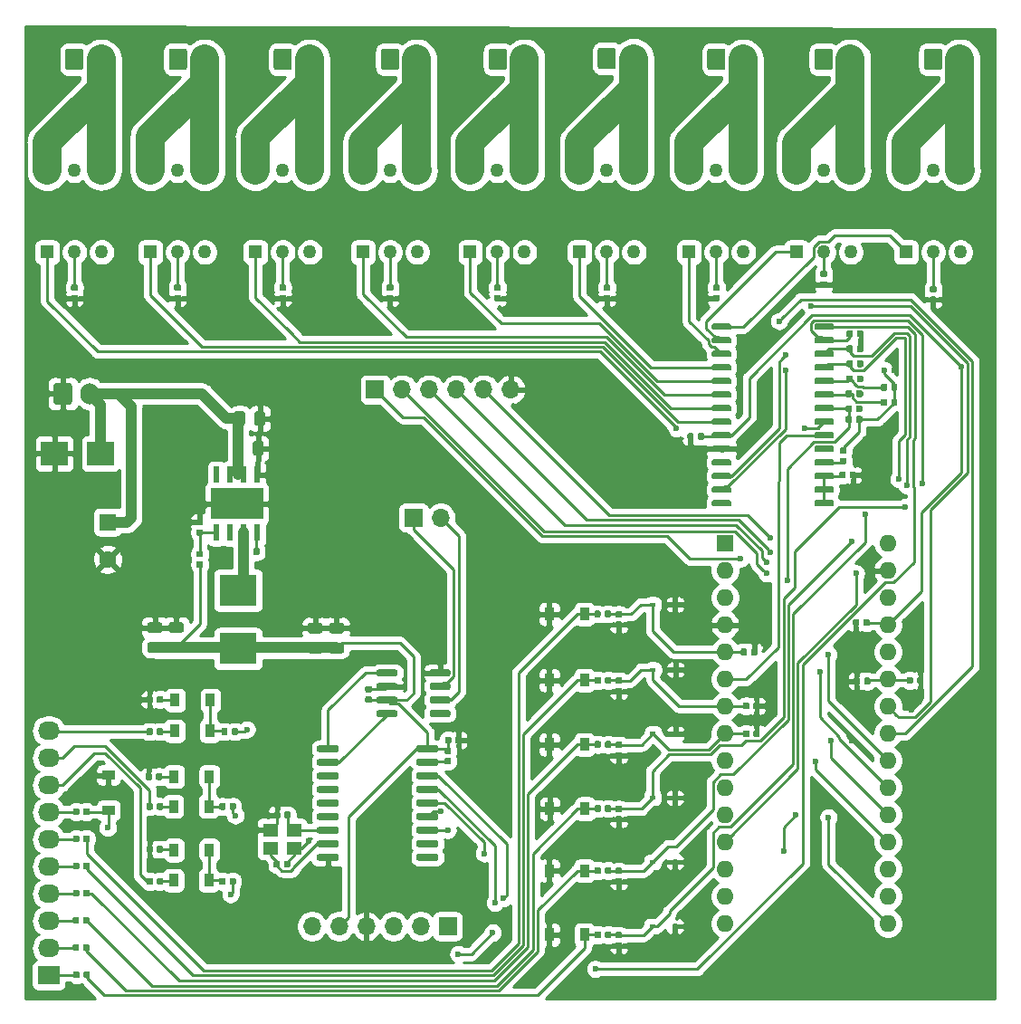
<source format=gbr>
G04 #@! TF.GenerationSoftware,KiCad,Pcbnew,5.1.5+dfsg1-2build2*
G04 #@! TF.CreationDate,2021-04-17T20:10:39-04:00*
G04 #@! TF.ProjectId,front_controls,66726f6e-745f-4636-9f6e-74726f6c732e,1*
G04 #@! TF.SameCoordinates,Original*
G04 #@! TF.FileFunction,Copper,L1,Top*
G04 #@! TF.FilePolarity,Positive*
%FSLAX46Y46*%
G04 Gerber Fmt 4.6, Leading zero omitted, Abs format (unit mm)*
G04 Created by KiCad (PCBNEW 5.1.5+dfsg1-2build2) date 2021-04-17 20:10:39*
%MOMM*%
%LPD*%
G04 APERTURE LIST*
%ADD10C,0.100000*%
%ADD11R,0.600000X0.450000*%
%ADD12O,1.700000X1.700000*%
%ADD13R,1.700000X1.700000*%
%ADD14R,1.400000X1.200000*%
%ADD15R,2.500000X2.300000*%
%ADD16C,1.600000*%
%ADD17R,1.600000X1.600000*%
%ADD18O,1.600000X1.600000*%
%ADD19R,1.260000X1.260000*%
%ADD20C,1.260000*%
%ADD21R,0.900000X1.200000*%
%ADD22O,1.700000X2.000000*%
%ADD23R,3.500000X2.950000*%
%ADD24C,0.600000*%
%ADD25R,0.600000X1.550000*%
%ADD26R,4.900000X2.950000*%
%ADD27R,1.200000X0.900000*%
%ADD28R,2.032000X1.727200*%
%ADD29O,2.032000X1.727200*%
%ADD30C,0.250000*%
%ADD31C,1.000000*%
%ADD32C,2.750000*%
%ADD33C,0.254000*%
G04 APERTURE END LIST*
G04 #@! TA.AperFunction,SMDPad,CuDef*
D10*
G36*
X166646958Y-83480710D02*
G01*
X166661276Y-83482834D01*
X166675317Y-83486351D01*
X166688946Y-83491228D01*
X166702031Y-83497417D01*
X166714447Y-83504858D01*
X166726073Y-83513481D01*
X166736798Y-83523202D01*
X166746519Y-83533927D01*
X166755142Y-83545553D01*
X166762583Y-83557969D01*
X166768772Y-83571054D01*
X166773649Y-83584683D01*
X166777166Y-83598724D01*
X166779290Y-83613042D01*
X166780000Y-83627500D01*
X166780000Y-83972500D01*
X166779290Y-83986958D01*
X166777166Y-84001276D01*
X166773649Y-84015317D01*
X166768772Y-84028946D01*
X166762583Y-84042031D01*
X166755142Y-84054447D01*
X166746519Y-84066073D01*
X166736798Y-84076798D01*
X166726073Y-84086519D01*
X166714447Y-84095142D01*
X166702031Y-84102583D01*
X166688946Y-84108772D01*
X166675317Y-84113649D01*
X166661276Y-84117166D01*
X166646958Y-84119290D01*
X166632500Y-84120000D01*
X166337500Y-84120000D01*
X166323042Y-84119290D01*
X166308724Y-84117166D01*
X166294683Y-84113649D01*
X166281054Y-84108772D01*
X166267969Y-84102583D01*
X166255553Y-84095142D01*
X166243927Y-84086519D01*
X166233202Y-84076798D01*
X166223481Y-84066073D01*
X166214858Y-84054447D01*
X166207417Y-84042031D01*
X166201228Y-84028946D01*
X166196351Y-84015317D01*
X166192834Y-84001276D01*
X166190710Y-83986958D01*
X166190000Y-83972500D01*
X166190000Y-83627500D01*
X166190710Y-83613042D01*
X166192834Y-83598724D01*
X166196351Y-83584683D01*
X166201228Y-83571054D01*
X166207417Y-83557969D01*
X166214858Y-83545553D01*
X166223481Y-83533927D01*
X166233202Y-83523202D01*
X166243927Y-83513481D01*
X166255553Y-83504858D01*
X166267969Y-83497417D01*
X166281054Y-83491228D01*
X166294683Y-83486351D01*
X166308724Y-83482834D01*
X166323042Y-83480710D01*
X166337500Y-83480000D01*
X166632500Y-83480000D01*
X166646958Y-83480710D01*
G37*
G04 #@! TD.AperFunction*
G04 #@! TA.AperFunction,SMDPad,CuDef*
G36*
X165676958Y-83480710D02*
G01*
X165691276Y-83482834D01*
X165705317Y-83486351D01*
X165718946Y-83491228D01*
X165732031Y-83497417D01*
X165744447Y-83504858D01*
X165756073Y-83513481D01*
X165766798Y-83523202D01*
X165776519Y-83533927D01*
X165785142Y-83545553D01*
X165792583Y-83557969D01*
X165798772Y-83571054D01*
X165803649Y-83584683D01*
X165807166Y-83598724D01*
X165809290Y-83613042D01*
X165810000Y-83627500D01*
X165810000Y-83972500D01*
X165809290Y-83986958D01*
X165807166Y-84001276D01*
X165803649Y-84015317D01*
X165798772Y-84028946D01*
X165792583Y-84042031D01*
X165785142Y-84054447D01*
X165776519Y-84066073D01*
X165766798Y-84076798D01*
X165756073Y-84086519D01*
X165744447Y-84095142D01*
X165732031Y-84102583D01*
X165718946Y-84108772D01*
X165705317Y-84113649D01*
X165691276Y-84117166D01*
X165676958Y-84119290D01*
X165662500Y-84120000D01*
X165367500Y-84120000D01*
X165353042Y-84119290D01*
X165338724Y-84117166D01*
X165324683Y-84113649D01*
X165311054Y-84108772D01*
X165297969Y-84102583D01*
X165285553Y-84095142D01*
X165273927Y-84086519D01*
X165263202Y-84076798D01*
X165253481Y-84066073D01*
X165244858Y-84054447D01*
X165237417Y-84042031D01*
X165231228Y-84028946D01*
X165226351Y-84015317D01*
X165222834Y-84001276D01*
X165220710Y-83986958D01*
X165220000Y-83972500D01*
X165220000Y-83627500D01*
X165220710Y-83613042D01*
X165222834Y-83598724D01*
X165226351Y-83584683D01*
X165231228Y-83571054D01*
X165237417Y-83557969D01*
X165244858Y-83545553D01*
X165253481Y-83533927D01*
X165263202Y-83523202D01*
X165273927Y-83513481D01*
X165285553Y-83504858D01*
X165297969Y-83497417D01*
X165311054Y-83491228D01*
X165324683Y-83486351D01*
X165338724Y-83482834D01*
X165353042Y-83480710D01*
X165367500Y-83480000D01*
X165662500Y-83480000D01*
X165676958Y-83480710D01*
G37*
G04 #@! TD.AperFunction*
G04 #@! TA.AperFunction,SMDPad,CuDef*
G36*
X163964703Y-77245722D02*
G01*
X163979264Y-77247882D01*
X163993543Y-77251459D01*
X164007403Y-77256418D01*
X164020710Y-77262712D01*
X164033336Y-77270280D01*
X164045159Y-77279048D01*
X164056066Y-77288934D01*
X164065952Y-77299841D01*
X164074720Y-77311664D01*
X164082288Y-77324290D01*
X164088582Y-77337597D01*
X164093541Y-77351457D01*
X164097118Y-77365736D01*
X164099278Y-77380297D01*
X164100000Y-77395000D01*
X164100000Y-77695000D01*
X164099278Y-77709703D01*
X164097118Y-77724264D01*
X164093541Y-77738543D01*
X164088582Y-77752403D01*
X164082288Y-77765710D01*
X164074720Y-77778336D01*
X164065952Y-77790159D01*
X164056066Y-77801066D01*
X164045159Y-77810952D01*
X164033336Y-77819720D01*
X164020710Y-77827288D01*
X164007403Y-77833582D01*
X163993543Y-77838541D01*
X163979264Y-77842118D01*
X163964703Y-77844278D01*
X163950000Y-77845000D01*
X162450000Y-77845000D01*
X162435297Y-77844278D01*
X162420736Y-77842118D01*
X162406457Y-77838541D01*
X162392597Y-77833582D01*
X162379290Y-77827288D01*
X162366664Y-77819720D01*
X162354841Y-77810952D01*
X162343934Y-77801066D01*
X162334048Y-77790159D01*
X162325280Y-77778336D01*
X162317712Y-77765710D01*
X162311418Y-77752403D01*
X162306459Y-77738543D01*
X162302882Y-77724264D01*
X162300722Y-77709703D01*
X162300000Y-77695000D01*
X162300000Y-77395000D01*
X162300722Y-77380297D01*
X162302882Y-77365736D01*
X162306459Y-77351457D01*
X162311418Y-77337597D01*
X162317712Y-77324290D01*
X162325280Y-77311664D01*
X162334048Y-77299841D01*
X162343934Y-77288934D01*
X162354841Y-77279048D01*
X162366664Y-77270280D01*
X162379290Y-77262712D01*
X162392597Y-77256418D01*
X162406457Y-77251459D01*
X162420736Y-77247882D01*
X162435297Y-77245722D01*
X162450000Y-77245000D01*
X163950000Y-77245000D01*
X163964703Y-77245722D01*
G37*
G04 #@! TD.AperFunction*
G04 #@! TA.AperFunction,SMDPad,CuDef*
G36*
X163964703Y-78515722D02*
G01*
X163979264Y-78517882D01*
X163993543Y-78521459D01*
X164007403Y-78526418D01*
X164020710Y-78532712D01*
X164033336Y-78540280D01*
X164045159Y-78549048D01*
X164056066Y-78558934D01*
X164065952Y-78569841D01*
X164074720Y-78581664D01*
X164082288Y-78594290D01*
X164088582Y-78607597D01*
X164093541Y-78621457D01*
X164097118Y-78635736D01*
X164099278Y-78650297D01*
X164100000Y-78665000D01*
X164100000Y-78965000D01*
X164099278Y-78979703D01*
X164097118Y-78994264D01*
X164093541Y-79008543D01*
X164088582Y-79022403D01*
X164082288Y-79035710D01*
X164074720Y-79048336D01*
X164065952Y-79060159D01*
X164056066Y-79071066D01*
X164045159Y-79080952D01*
X164033336Y-79089720D01*
X164020710Y-79097288D01*
X164007403Y-79103582D01*
X163993543Y-79108541D01*
X163979264Y-79112118D01*
X163964703Y-79114278D01*
X163950000Y-79115000D01*
X162450000Y-79115000D01*
X162435297Y-79114278D01*
X162420736Y-79112118D01*
X162406457Y-79108541D01*
X162392597Y-79103582D01*
X162379290Y-79097288D01*
X162366664Y-79089720D01*
X162354841Y-79080952D01*
X162343934Y-79071066D01*
X162334048Y-79060159D01*
X162325280Y-79048336D01*
X162317712Y-79035710D01*
X162311418Y-79022403D01*
X162306459Y-79008543D01*
X162302882Y-78994264D01*
X162300722Y-78979703D01*
X162300000Y-78965000D01*
X162300000Y-78665000D01*
X162300722Y-78650297D01*
X162302882Y-78635736D01*
X162306459Y-78621457D01*
X162311418Y-78607597D01*
X162317712Y-78594290D01*
X162325280Y-78581664D01*
X162334048Y-78569841D01*
X162343934Y-78558934D01*
X162354841Y-78549048D01*
X162366664Y-78540280D01*
X162379290Y-78532712D01*
X162392597Y-78526418D01*
X162406457Y-78521459D01*
X162420736Y-78517882D01*
X162435297Y-78515722D01*
X162450000Y-78515000D01*
X163950000Y-78515000D01*
X163964703Y-78515722D01*
G37*
G04 #@! TD.AperFunction*
G04 #@! TA.AperFunction,SMDPad,CuDef*
G36*
X163964703Y-79785722D02*
G01*
X163979264Y-79787882D01*
X163993543Y-79791459D01*
X164007403Y-79796418D01*
X164020710Y-79802712D01*
X164033336Y-79810280D01*
X164045159Y-79819048D01*
X164056066Y-79828934D01*
X164065952Y-79839841D01*
X164074720Y-79851664D01*
X164082288Y-79864290D01*
X164088582Y-79877597D01*
X164093541Y-79891457D01*
X164097118Y-79905736D01*
X164099278Y-79920297D01*
X164100000Y-79935000D01*
X164100000Y-80235000D01*
X164099278Y-80249703D01*
X164097118Y-80264264D01*
X164093541Y-80278543D01*
X164088582Y-80292403D01*
X164082288Y-80305710D01*
X164074720Y-80318336D01*
X164065952Y-80330159D01*
X164056066Y-80341066D01*
X164045159Y-80350952D01*
X164033336Y-80359720D01*
X164020710Y-80367288D01*
X164007403Y-80373582D01*
X163993543Y-80378541D01*
X163979264Y-80382118D01*
X163964703Y-80384278D01*
X163950000Y-80385000D01*
X162450000Y-80385000D01*
X162435297Y-80384278D01*
X162420736Y-80382118D01*
X162406457Y-80378541D01*
X162392597Y-80373582D01*
X162379290Y-80367288D01*
X162366664Y-80359720D01*
X162354841Y-80350952D01*
X162343934Y-80341066D01*
X162334048Y-80330159D01*
X162325280Y-80318336D01*
X162317712Y-80305710D01*
X162311418Y-80292403D01*
X162306459Y-80278543D01*
X162302882Y-80264264D01*
X162300722Y-80249703D01*
X162300000Y-80235000D01*
X162300000Y-79935000D01*
X162300722Y-79920297D01*
X162302882Y-79905736D01*
X162306459Y-79891457D01*
X162311418Y-79877597D01*
X162317712Y-79864290D01*
X162325280Y-79851664D01*
X162334048Y-79839841D01*
X162343934Y-79828934D01*
X162354841Y-79819048D01*
X162366664Y-79810280D01*
X162379290Y-79802712D01*
X162392597Y-79796418D01*
X162406457Y-79791459D01*
X162420736Y-79787882D01*
X162435297Y-79785722D01*
X162450000Y-79785000D01*
X163950000Y-79785000D01*
X163964703Y-79785722D01*
G37*
G04 #@! TD.AperFunction*
G04 #@! TA.AperFunction,SMDPad,CuDef*
G36*
X163964703Y-81055722D02*
G01*
X163979264Y-81057882D01*
X163993543Y-81061459D01*
X164007403Y-81066418D01*
X164020710Y-81072712D01*
X164033336Y-81080280D01*
X164045159Y-81089048D01*
X164056066Y-81098934D01*
X164065952Y-81109841D01*
X164074720Y-81121664D01*
X164082288Y-81134290D01*
X164088582Y-81147597D01*
X164093541Y-81161457D01*
X164097118Y-81175736D01*
X164099278Y-81190297D01*
X164100000Y-81205000D01*
X164100000Y-81505000D01*
X164099278Y-81519703D01*
X164097118Y-81534264D01*
X164093541Y-81548543D01*
X164088582Y-81562403D01*
X164082288Y-81575710D01*
X164074720Y-81588336D01*
X164065952Y-81600159D01*
X164056066Y-81611066D01*
X164045159Y-81620952D01*
X164033336Y-81629720D01*
X164020710Y-81637288D01*
X164007403Y-81643582D01*
X163993543Y-81648541D01*
X163979264Y-81652118D01*
X163964703Y-81654278D01*
X163950000Y-81655000D01*
X162450000Y-81655000D01*
X162435297Y-81654278D01*
X162420736Y-81652118D01*
X162406457Y-81648541D01*
X162392597Y-81643582D01*
X162379290Y-81637288D01*
X162366664Y-81629720D01*
X162354841Y-81620952D01*
X162343934Y-81611066D01*
X162334048Y-81600159D01*
X162325280Y-81588336D01*
X162317712Y-81575710D01*
X162311418Y-81562403D01*
X162306459Y-81548543D01*
X162302882Y-81534264D01*
X162300722Y-81519703D01*
X162300000Y-81505000D01*
X162300000Y-81205000D01*
X162300722Y-81190297D01*
X162302882Y-81175736D01*
X162306459Y-81161457D01*
X162311418Y-81147597D01*
X162317712Y-81134290D01*
X162325280Y-81121664D01*
X162334048Y-81109841D01*
X162343934Y-81098934D01*
X162354841Y-81089048D01*
X162366664Y-81080280D01*
X162379290Y-81072712D01*
X162392597Y-81066418D01*
X162406457Y-81061459D01*
X162420736Y-81057882D01*
X162435297Y-81055722D01*
X162450000Y-81055000D01*
X163950000Y-81055000D01*
X163964703Y-81055722D01*
G37*
G04 #@! TD.AperFunction*
G04 #@! TA.AperFunction,SMDPad,CuDef*
G36*
X163964703Y-82325722D02*
G01*
X163979264Y-82327882D01*
X163993543Y-82331459D01*
X164007403Y-82336418D01*
X164020710Y-82342712D01*
X164033336Y-82350280D01*
X164045159Y-82359048D01*
X164056066Y-82368934D01*
X164065952Y-82379841D01*
X164074720Y-82391664D01*
X164082288Y-82404290D01*
X164088582Y-82417597D01*
X164093541Y-82431457D01*
X164097118Y-82445736D01*
X164099278Y-82460297D01*
X164100000Y-82475000D01*
X164100000Y-82775000D01*
X164099278Y-82789703D01*
X164097118Y-82804264D01*
X164093541Y-82818543D01*
X164088582Y-82832403D01*
X164082288Y-82845710D01*
X164074720Y-82858336D01*
X164065952Y-82870159D01*
X164056066Y-82881066D01*
X164045159Y-82890952D01*
X164033336Y-82899720D01*
X164020710Y-82907288D01*
X164007403Y-82913582D01*
X163993543Y-82918541D01*
X163979264Y-82922118D01*
X163964703Y-82924278D01*
X163950000Y-82925000D01*
X162450000Y-82925000D01*
X162435297Y-82924278D01*
X162420736Y-82922118D01*
X162406457Y-82918541D01*
X162392597Y-82913582D01*
X162379290Y-82907288D01*
X162366664Y-82899720D01*
X162354841Y-82890952D01*
X162343934Y-82881066D01*
X162334048Y-82870159D01*
X162325280Y-82858336D01*
X162317712Y-82845710D01*
X162311418Y-82832403D01*
X162306459Y-82818543D01*
X162302882Y-82804264D01*
X162300722Y-82789703D01*
X162300000Y-82775000D01*
X162300000Y-82475000D01*
X162300722Y-82460297D01*
X162302882Y-82445736D01*
X162306459Y-82431457D01*
X162311418Y-82417597D01*
X162317712Y-82404290D01*
X162325280Y-82391664D01*
X162334048Y-82379841D01*
X162343934Y-82368934D01*
X162354841Y-82359048D01*
X162366664Y-82350280D01*
X162379290Y-82342712D01*
X162392597Y-82336418D01*
X162406457Y-82331459D01*
X162420736Y-82327882D01*
X162435297Y-82325722D01*
X162450000Y-82325000D01*
X163950000Y-82325000D01*
X163964703Y-82325722D01*
G37*
G04 #@! TD.AperFunction*
G04 #@! TA.AperFunction,SMDPad,CuDef*
G36*
X163964703Y-83595722D02*
G01*
X163979264Y-83597882D01*
X163993543Y-83601459D01*
X164007403Y-83606418D01*
X164020710Y-83612712D01*
X164033336Y-83620280D01*
X164045159Y-83629048D01*
X164056066Y-83638934D01*
X164065952Y-83649841D01*
X164074720Y-83661664D01*
X164082288Y-83674290D01*
X164088582Y-83687597D01*
X164093541Y-83701457D01*
X164097118Y-83715736D01*
X164099278Y-83730297D01*
X164100000Y-83745000D01*
X164100000Y-84045000D01*
X164099278Y-84059703D01*
X164097118Y-84074264D01*
X164093541Y-84088543D01*
X164088582Y-84102403D01*
X164082288Y-84115710D01*
X164074720Y-84128336D01*
X164065952Y-84140159D01*
X164056066Y-84151066D01*
X164045159Y-84160952D01*
X164033336Y-84169720D01*
X164020710Y-84177288D01*
X164007403Y-84183582D01*
X163993543Y-84188541D01*
X163979264Y-84192118D01*
X163964703Y-84194278D01*
X163950000Y-84195000D01*
X162450000Y-84195000D01*
X162435297Y-84194278D01*
X162420736Y-84192118D01*
X162406457Y-84188541D01*
X162392597Y-84183582D01*
X162379290Y-84177288D01*
X162366664Y-84169720D01*
X162354841Y-84160952D01*
X162343934Y-84151066D01*
X162334048Y-84140159D01*
X162325280Y-84128336D01*
X162317712Y-84115710D01*
X162311418Y-84102403D01*
X162306459Y-84088543D01*
X162302882Y-84074264D01*
X162300722Y-84059703D01*
X162300000Y-84045000D01*
X162300000Y-83745000D01*
X162300722Y-83730297D01*
X162302882Y-83715736D01*
X162306459Y-83701457D01*
X162311418Y-83687597D01*
X162317712Y-83674290D01*
X162325280Y-83661664D01*
X162334048Y-83649841D01*
X162343934Y-83638934D01*
X162354841Y-83629048D01*
X162366664Y-83620280D01*
X162379290Y-83612712D01*
X162392597Y-83606418D01*
X162406457Y-83601459D01*
X162420736Y-83597882D01*
X162435297Y-83595722D01*
X162450000Y-83595000D01*
X163950000Y-83595000D01*
X163964703Y-83595722D01*
G37*
G04 #@! TD.AperFunction*
G04 #@! TA.AperFunction,SMDPad,CuDef*
G36*
X163964703Y-84865722D02*
G01*
X163979264Y-84867882D01*
X163993543Y-84871459D01*
X164007403Y-84876418D01*
X164020710Y-84882712D01*
X164033336Y-84890280D01*
X164045159Y-84899048D01*
X164056066Y-84908934D01*
X164065952Y-84919841D01*
X164074720Y-84931664D01*
X164082288Y-84944290D01*
X164088582Y-84957597D01*
X164093541Y-84971457D01*
X164097118Y-84985736D01*
X164099278Y-85000297D01*
X164100000Y-85015000D01*
X164100000Y-85315000D01*
X164099278Y-85329703D01*
X164097118Y-85344264D01*
X164093541Y-85358543D01*
X164088582Y-85372403D01*
X164082288Y-85385710D01*
X164074720Y-85398336D01*
X164065952Y-85410159D01*
X164056066Y-85421066D01*
X164045159Y-85430952D01*
X164033336Y-85439720D01*
X164020710Y-85447288D01*
X164007403Y-85453582D01*
X163993543Y-85458541D01*
X163979264Y-85462118D01*
X163964703Y-85464278D01*
X163950000Y-85465000D01*
X162450000Y-85465000D01*
X162435297Y-85464278D01*
X162420736Y-85462118D01*
X162406457Y-85458541D01*
X162392597Y-85453582D01*
X162379290Y-85447288D01*
X162366664Y-85439720D01*
X162354841Y-85430952D01*
X162343934Y-85421066D01*
X162334048Y-85410159D01*
X162325280Y-85398336D01*
X162317712Y-85385710D01*
X162311418Y-85372403D01*
X162306459Y-85358543D01*
X162302882Y-85344264D01*
X162300722Y-85329703D01*
X162300000Y-85315000D01*
X162300000Y-85015000D01*
X162300722Y-85000297D01*
X162302882Y-84985736D01*
X162306459Y-84971457D01*
X162311418Y-84957597D01*
X162317712Y-84944290D01*
X162325280Y-84931664D01*
X162334048Y-84919841D01*
X162343934Y-84908934D01*
X162354841Y-84899048D01*
X162366664Y-84890280D01*
X162379290Y-84882712D01*
X162392597Y-84876418D01*
X162406457Y-84871459D01*
X162420736Y-84867882D01*
X162435297Y-84865722D01*
X162450000Y-84865000D01*
X163950000Y-84865000D01*
X163964703Y-84865722D01*
G37*
G04 #@! TD.AperFunction*
G04 #@! TA.AperFunction,SMDPad,CuDef*
G36*
X163964703Y-86135722D02*
G01*
X163979264Y-86137882D01*
X163993543Y-86141459D01*
X164007403Y-86146418D01*
X164020710Y-86152712D01*
X164033336Y-86160280D01*
X164045159Y-86169048D01*
X164056066Y-86178934D01*
X164065952Y-86189841D01*
X164074720Y-86201664D01*
X164082288Y-86214290D01*
X164088582Y-86227597D01*
X164093541Y-86241457D01*
X164097118Y-86255736D01*
X164099278Y-86270297D01*
X164100000Y-86285000D01*
X164100000Y-86585000D01*
X164099278Y-86599703D01*
X164097118Y-86614264D01*
X164093541Y-86628543D01*
X164088582Y-86642403D01*
X164082288Y-86655710D01*
X164074720Y-86668336D01*
X164065952Y-86680159D01*
X164056066Y-86691066D01*
X164045159Y-86700952D01*
X164033336Y-86709720D01*
X164020710Y-86717288D01*
X164007403Y-86723582D01*
X163993543Y-86728541D01*
X163979264Y-86732118D01*
X163964703Y-86734278D01*
X163950000Y-86735000D01*
X162450000Y-86735000D01*
X162435297Y-86734278D01*
X162420736Y-86732118D01*
X162406457Y-86728541D01*
X162392597Y-86723582D01*
X162379290Y-86717288D01*
X162366664Y-86709720D01*
X162354841Y-86700952D01*
X162343934Y-86691066D01*
X162334048Y-86680159D01*
X162325280Y-86668336D01*
X162317712Y-86655710D01*
X162311418Y-86642403D01*
X162306459Y-86628543D01*
X162302882Y-86614264D01*
X162300722Y-86599703D01*
X162300000Y-86585000D01*
X162300000Y-86285000D01*
X162300722Y-86270297D01*
X162302882Y-86255736D01*
X162306459Y-86241457D01*
X162311418Y-86227597D01*
X162317712Y-86214290D01*
X162325280Y-86201664D01*
X162334048Y-86189841D01*
X162343934Y-86178934D01*
X162354841Y-86169048D01*
X162366664Y-86160280D01*
X162379290Y-86152712D01*
X162392597Y-86146418D01*
X162406457Y-86141459D01*
X162420736Y-86137882D01*
X162435297Y-86135722D01*
X162450000Y-86135000D01*
X163950000Y-86135000D01*
X163964703Y-86135722D01*
G37*
G04 #@! TD.AperFunction*
G04 #@! TA.AperFunction,SMDPad,CuDef*
G36*
X163964703Y-87405722D02*
G01*
X163979264Y-87407882D01*
X163993543Y-87411459D01*
X164007403Y-87416418D01*
X164020710Y-87422712D01*
X164033336Y-87430280D01*
X164045159Y-87439048D01*
X164056066Y-87448934D01*
X164065952Y-87459841D01*
X164074720Y-87471664D01*
X164082288Y-87484290D01*
X164088582Y-87497597D01*
X164093541Y-87511457D01*
X164097118Y-87525736D01*
X164099278Y-87540297D01*
X164100000Y-87555000D01*
X164100000Y-87855000D01*
X164099278Y-87869703D01*
X164097118Y-87884264D01*
X164093541Y-87898543D01*
X164088582Y-87912403D01*
X164082288Y-87925710D01*
X164074720Y-87938336D01*
X164065952Y-87950159D01*
X164056066Y-87961066D01*
X164045159Y-87970952D01*
X164033336Y-87979720D01*
X164020710Y-87987288D01*
X164007403Y-87993582D01*
X163993543Y-87998541D01*
X163979264Y-88002118D01*
X163964703Y-88004278D01*
X163950000Y-88005000D01*
X162450000Y-88005000D01*
X162435297Y-88004278D01*
X162420736Y-88002118D01*
X162406457Y-87998541D01*
X162392597Y-87993582D01*
X162379290Y-87987288D01*
X162366664Y-87979720D01*
X162354841Y-87970952D01*
X162343934Y-87961066D01*
X162334048Y-87950159D01*
X162325280Y-87938336D01*
X162317712Y-87925710D01*
X162311418Y-87912403D01*
X162306459Y-87898543D01*
X162302882Y-87884264D01*
X162300722Y-87869703D01*
X162300000Y-87855000D01*
X162300000Y-87555000D01*
X162300722Y-87540297D01*
X162302882Y-87525736D01*
X162306459Y-87511457D01*
X162311418Y-87497597D01*
X162317712Y-87484290D01*
X162325280Y-87471664D01*
X162334048Y-87459841D01*
X162343934Y-87448934D01*
X162354841Y-87439048D01*
X162366664Y-87430280D01*
X162379290Y-87422712D01*
X162392597Y-87416418D01*
X162406457Y-87411459D01*
X162420736Y-87407882D01*
X162435297Y-87405722D01*
X162450000Y-87405000D01*
X163950000Y-87405000D01*
X163964703Y-87405722D01*
G37*
G04 #@! TD.AperFunction*
G04 #@! TA.AperFunction,SMDPad,CuDef*
G36*
X163964703Y-88675722D02*
G01*
X163979264Y-88677882D01*
X163993543Y-88681459D01*
X164007403Y-88686418D01*
X164020710Y-88692712D01*
X164033336Y-88700280D01*
X164045159Y-88709048D01*
X164056066Y-88718934D01*
X164065952Y-88729841D01*
X164074720Y-88741664D01*
X164082288Y-88754290D01*
X164088582Y-88767597D01*
X164093541Y-88781457D01*
X164097118Y-88795736D01*
X164099278Y-88810297D01*
X164100000Y-88825000D01*
X164100000Y-89125000D01*
X164099278Y-89139703D01*
X164097118Y-89154264D01*
X164093541Y-89168543D01*
X164088582Y-89182403D01*
X164082288Y-89195710D01*
X164074720Y-89208336D01*
X164065952Y-89220159D01*
X164056066Y-89231066D01*
X164045159Y-89240952D01*
X164033336Y-89249720D01*
X164020710Y-89257288D01*
X164007403Y-89263582D01*
X163993543Y-89268541D01*
X163979264Y-89272118D01*
X163964703Y-89274278D01*
X163950000Y-89275000D01*
X162450000Y-89275000D01*
X162435297Y-89274278D01*
X162420736Y-89272118D01*
X162406457Y-89268541D01*
X162392597Y-89263582D01*
X162379290Y-89257288D01*
X162366664Y-89249720D01*
X162354841Y-89240952D01*
X162343934Y-89231066D01*
X162334048Y-89220159D01*
X162325280Y-89208336D01*
X162317712Y-89195710D01*
X162311418Y-89182403D01*
X162306459Y-89168543D01*
X162302882Y-89154264D01*
X162300722Y-89139703D01*
X162300000Y-89125000D01*
X162300000Y-88825000D01*
X162300722Y-88810297D01*
X162302882Y-88795736D01*
X162306459Y-88781457D01*
X162311418Y-88767597D01*
X162317712Y-88754290D01*
X162325280Y-88741664D01*
X162334048Y-88729841D01*
X162343934Y-88718934D01*
X162354841Y-88709048D01*
X162366664Y-88700280D01*
X162379290Y-88692712D01*
X162392597Y-88686418D01*
X162406457Y-88681459D01*
X162420736Y-88677882D01*
X162435297Y-88675722D01*
X162450000Y-88675000D01*
X163950000Y-88675000D01*
X163964703Y-88675722D01*
G37*
G04 #@! TD.AperFunction*
G04 #@! TA.AperFunction,SMDPad,CuDef*
G36*
X163964703Y-89945722D02*
G01*
X163979264Y-89947882D01*
X163993543Y-89951459D01*
X164007403Y-89956418D01*
X164020710Y-89962712D01*
X164033336Y-89970280D01*
X164045159Y-89979048D01*
X164056066Y-89988934D01*
X164065952Y-89999841D01*
X164074720Y-90011664D01*
X164082288Y-90024290D01*
X164088582Y-90037597D01*
X164093541Y-90051457D01*
X164097118Y-90065736D01*
X164099278Y-90080297D01*
X164100000Y-90095000D01*
X164100000Y-90395000D01*
X164099278Y-90409703D01*
X164097118Y-90424264D01*
X164093541Y-90438543D01*
X164088582Y-90452403D01*
X164082288Y-90465710D01*
X164074720Y-90478336D01*
X164065952Y-90490159D01*
X164056066Y-90501066D01*
X164045159Y-90510952D01*
X164033336Y-90519720D01*
X164020710Y-90527288D01*
X164007403Y-90533582D01*
X163993543Y-90538541D01*
X163979264Y-90542118D01*
X163964703Y-90544278D01*
X163950000Y-90545000D01*
X162450000Y-90545000D01*
X162435297Y-90544278D01*
X162420736Y-90542118D01*
X162406457Y-90538541D01*
X162392597Y-90533582D01*
X162379290Y-90527288D01*
X162366664Y-90519720D01*
X162354841Y-90510952D01*
X162343934Y-90501066D01*
X162334048Y-90490159D01*
X162325280Y-90478336D01*
X162317712Y-90465710D01*
X162311418Y-90452403D01*
X162306459Y-90438543D01*
X162302882Y-90424264D01*
X162300722Y-90409703D01*
X162300000Y-90395000D01*
X162300000Y-90095000D01*
X162300722Y-90080297D01*
X162302882Y-90065736D01*
X162306459Y-90051457D01*
X162311418Y-90037597D01*
X162317712Y-90024290D01*
X162325280Y-90011664D01*
X162334048Y-89999841D01*
X162343934Y-89988934D01*
X162354841Y-89979048D01*
X162366664Y-89970280D01*
X162379290Y-89962712D01*
X162392597Y-89956418D01*
X162406457Y-89951459D01*
X162420736Y-89947882D01*
X162435297Y-89945722D01*
X162450000Y-89945000D01*
X163950000Y-89945000D01*
X163964703Y-89945722D01*
G37*
G04 #@! TD.AperFunction*
G04 #@! TA.AperFunction,SMDPad,CuDef*
G36*
X163964703Y-91215722D02*
G01*
X163979264Y-91217882D01*
X163993543Y-91221459D01*
X164007403Y-91226418D01*
X164020710Y-91232712D01*
X164033336Y-91240280D01*
X164045159Y-91249048D01*
X164056066Y-91258934D01*
X164065952Y-91269841D01*
X164074720Y-91281664D01*
X164082288Y-91294290D01*
X164088582Y-91307597D01*
X164093541Y-91321457D01*
X164097118Y-91335736D01*
X164099278Y-91350297D01*
X164100000Y-91365000D01*
X164100000Y-91665000D01*
X164099278Y-91679703D01*
X164097118Y-91694264D01*
X164093541Y-91708543D01*
X164088582Y-91722403D01*
X164082288Y-91735710D01*
X164074720Y-91748336D01*
X164065952Y-91760159D01*
X164056066Y-91771066D01*
X164045159Y-91780952D01*
X164033336Y-91789720D01*
X164020710Y-91797288D01*
X164007403Y-91803582D01*
X163993543Y-91808541D01*
X163979264Y-91812118D01*
X163964703Y-91814278D01*
X163950000Y-91815000D01*
X162450000Y-91815000D01*
X162435297Y-91814278D01*
X162420736Y-91812118D01*
X162406457Y-91808541D01*
X162392597Y-91803582D01*
X162379290Y-91797288D01*
X162366664Y-91789720D01*
X162354841Y-91780952D01*
X162343934Y-91771066D01*
X162334048Y-91760159D01*
X162325280Y-91748336D01*
X162317712Y-91735710D01*
X162311418Y-91722403D01*
X162306459Y-91708543D01*
X162302882Y-91694264D01*
X162300722Y-91679703D01*
X162300000Y-91665000D01*
X162300000Y-91365000D01*
X162300722Y-91350297D01*
X162302882Y-91335736D01*
X162306459Y-91321457D01*
X162311418Y-91307597D01*
X162317712Y-91294290D01*
X162325280Y-91281664D01*
X162334048Y-91269841D01*
X162343934Y-91258934D01*
X162354841Y-91249048D01*
X162366664Y-91240280D01*
X162379290Y-91232712D01*
X162392597Y-91226418D01*
X162406457Y-91221459D01*
X162420736Y-91217882D01*
X162435297Y-91215722D01*
X162450000Y-91215000D01*
X163950000Y-91215000D01*
X163964703Y-91215722D01*
G37*
G04 #@! TD.AperFunction*
G04 #@! TA.AperFunction,SMDPad,CuDef*
G36*
X163964703Y-92485722D02*
G01*
X163979264Y-92487882D01*
X163993543Y-92491459D01*
X164007403Y-92496418D01*
X164020710Y-92502712D01*
X164033336Y-92510280D01*
X164045159Y-92519048D01*
X164056066Y-92528934D01*
X164065952Y-92539841D01*
X164074720Y-92551664D01*
X164082288Y-92564290D01*
X164088582Y-92577597D01*
X164093541Y-92591457D01*
X164097118Y-92605736D01*
X164099278Y-92620297D01*
X164100000Y-92635000D01*
X164100000Y-92935000D01*
X164099278Y-92949703D01*
X164097118Y-92964264D01*
X164093541Y-92978543D01*
X164088582Y-92992403D01*
X164082288Y-93005710D01*
X164074720Y-93018336D01*
X164065952Y-93030159D01*
X164056066Y-93041066D01*
X164045159Y-93050952D01*
X164033336Y-93059720D01*
X164020710Y-93067288D01*
X164007403Y-93073582D01*
X163993543Y-93078541D01*
X163979264Y-93082118D01*
X163964703Y-93084278D01*
X163950000Y-93085000D01*
X162450000Y-93085000D01*
X162435297Y-93084278D01*
X162420736Y-93082118D01*
X162406457Y-93078541D01*
X162392597Y-93073582D01*
X162379290Y-93067288D01*
X162366664Y-93059720D01*
X162354841Y-93050952D01*
X162343934Y-93041066D01*
X162334048Y-93030159D01*
X162325280Y-93018336D01*
X162317712Y-93005710D01*
X162311418Y-92992403D01*
X162306459Y-92978543D01*
X162302882Y-92964264D01*
X162300722Y-92949703D01*
X162300000Y-92935000D01*
X162300000Y-92635000D01*
X162300722Y-92620297D01*
X162302882Y-92605736D01*
X162306459Y-92591457D01*
X162311418Y-92577597D01*
X162317712Y-92564290D01*
X162325280Y-92551664D01*
X162334048Y-92539841D01*
X162343934Y-92528934D01*
X162354841Y-92519048D01*
X162366664Y-92510280D01*
X162379290Y-92502712D01*
X162392597Y-92496418D01*
X162406457Y-92491459D01*
X162420736Y-92487882D01*
X162435297Y-92485722D01*
X162450000Y-92485000D01*
X163950000Y-92485000D01*
X163964703Y-92485722D01*
G37*
G04 #@! TD.AperFunction*
G04 #@! TA.AperFunction,SMDPad,CuDef*
G36*
X163964703Y-93755722D02*
G01*
X163979264Y-93757882D01*
X163993543Y-93761459D01*
X164007403Y-93766418D01*
X164020710Y-93772712D01*
X164033336Y-93780280D01*
X164045159Y-93789048D01*
X164056066Y-93798934D01*
X164065952Y-93809841D01*
X164074720Y-93821664D01*
X164082288Y-93834290D01*
X164088582Y-93847597D01*
X164093541Y-93861457D01*
X164097118Y-93875736D01*
X164099278Y-93890297D01*
X164100000Y-93905000D01*
X164100000Y-94205000D01*
X164099278Y-94219703D01*
X164097118Y-94234264D01*
X164093541Y-94248543D01*
X164088582Y-94262403D01*
X164082288Y-94275710D01*
X164074720Y-94288336D01*
X164065952Y-94300159D01*
X164056066Y-94311066D01*
X164045159Y-94320952D01*
X164033336Y-94329720D01*
X164020710Y-94337288D01*
X164007403Y-94343582D01*
X163993543Y-94348541D01*
X163979264Y-94352118D01*
X163964703Y-94354278D01*
X163950000Y-94355000D01*
X162450000Y-94355000D01*
X162435297Y-94354278D01*
X162420736Y-94352118D01*
X162406457Y-94348541D01*
X162392597Y-94343582D01*
X162379290Y-94337288D01*
X162366664Y-94329720D01*
X162354841Y-94320952D01*
X162343934Y-94311066D01*
X162334048Y-94300159D01*
X162325280Y-94288336D01*
X162317712Y-94275710D01*
X162311418Y-94262403D01*
X162306459Y-94248543D01*
X162302882Y-94234264D01*
X162300722Y-94219703D01*
X162300000Y-94205000D01*
X162300000Y-93905000D01*
X162300722Y-93890297D01*
X162302882Y-93875736D01*
X162306459Y-93861457D01*
X162311418Y-93847597D01*
X162317712Y-93834290D01*
X162325280Y-93821664D01*
X162334048Y-93809841D01*
X162343934Y-93798934D01*
X162354841Y-93789048D01*
X162366664Y-93780280D01*
X162379290Y-93772712D01*
X162392597Y-93766418D01*
X162406457Y-93761459D01*
X162420736Y-93757882D01*
X162435297Y-93755722D01*
X162450000Y-93755000D01*
X163950000Y-93755000D01*
X163964703Y-93755722D01*
G37*
G04 #@! TD.AperFunction*
G04 #@! TA.AperFunction,SMDPad,CuDef*
G36*
X154364703Y-93755722D02*
G01*
X154379264Y-93757882D01*
X154393543Y-93761459D01*
X154407403Y-93766418D01*
X154420710Y-93772712D01*
X154433336Y-93780280D01*
X154445159Y-93789048D01*
X154456066Y-93798934D01*
X154465952Y-93809841D01*
X154474720Y-93821664D01*
X154482288Y-93834290D01*
X154488582Y-93847597D01*
X154493541Y-93861457D01*
X154497118Y-93875736D01*
X154499278Y-93890297D01*
X154500000Y-93905000D01*
X154500000Y-94205000D01*
X154499278Y-94219703D01*
X154497118Y-94234264D01*
X154493541Y-94248543D01*
X154488582Y-94262403D01*
X154482288Y-94275710D01*
X154474720Y-94288336D01*
X154465952Y-94300159D01*
X154456066Y-94311066D01*
X154445159Y-94320952D01*
X154433336Y-94329720D01*
X154420710Y-94337288D01*
X154407403Y-94343582D01*
X154393543Y-94348541D01*
X154379264Y-94352118D01*
X154364703Y-94354278D01*
X154350000Y-94355000D01*
X152850000Y-94355000D01*
X152835297Y-94354278D01*
X152820736Y-94352118D01*
X152806457Y-94348541D01*
X152792597Y-94343582D01*
X152779290Y-94337288D01*
X152766664Y-94329720D01*
X152754841Y-94320952D01*
X152743934Y-94311066D01*
X152734048Y-94300159D01*
X152725280Y-94288336D01*
X152717712Y-94275710D01*
X152711418Y-94262403D01*
X152706459Y-94248543D01*
X152702882Y-94234264D01*
X152700722Y-94219703D01*
X152700000Y-94205000D01*
X152700000Y-93905000D01*
X152700722Y-93890297D01*
X152702882Y-93875736D01*
X152706459Y-93861457D01*
X152711418Y-93847597D01*
X152717712Y-93834290D01*
X152725280Y-93821664D01*
X152734048Y-93809841D01*
X152743934Y-93798934D01*
X152754841Y-93789048D01*
X152766664Y-93780280D01*
X152779290Y-93772712D01*
X152792597Y-93766418D01*
X152806457Y-93761459D01*
X152820736Y-93757882D01*
X152835297Y-93755722D01*
X152850000Y-93755000D01*
X154350000Y-93755000D01*
X154364703Y-93755722D01*
G37*
G04 #@! TD.AperFunction*
G04 #@! TA.AperFunction,SMDPad,CuDef*
G36*
X154364703Y-92485722D02*
G01*
X154379264Y-92487882D01*
X154393543Y-92491459D01*
X154407403Y-92496418D01*
X154420710Y-92502712D01*
X154433336Y-92510280D01*
X154445159Y-92519048D01*
X154456066Y-92528934D01*
X154465952Y-92539841D01*
X154474720Y-92551664D01*
X154482288Y-92564290D01*
X154488582Y-92577597D01*
X154493541Y-92591457D01*
X154497118Y-92605736D01*
X154499278Y-92620297D01*
X154500000Y-92635000D01*
X154500000Y-92935000D01*
X154499278Y-92949703D01*
X154497118Y-92964264D01*
X154493541Y-92978543D01*
X154488582Y-92992403D01*
X154482288Y-93005710D01*
X154474720Y-93018336D01*
X154465952Y-93030159D01*
X154456066Y-93041066D01*
X154445159Y-93050952D01*
X154433336Y-93059720D01*
X154420710Y-93067288D01*
X154407403Y-93073582D01*
X154393543Y-93078541D01*
X154379264Y-93082118D01*
X154364703Y-93084278D01*
X154350000Y-93085000D01*
X152850000Y-93085000D01*
X152835297Y-93084278D01*
X152820736Y-93082118D01*
X152806457Y-93078541D01*
X152792597Y-93073582D01*
X152779290Y-93067288D01*
X152766664Y-93059720D01*
X152754841Y-93050952D01*
X152743934Y-93041066D01*
X152734048Y-93030159D01*
X152725280Y-93018336D01*
X152717712Y-93005710D01*
X152711418Y-92992403D01*
X152706459Y-92978543D01*
X152702882Y-92964264D01*
X152700722Y-92949703D01*
X152700000Y-92935000D01*
X152700000Y-92635000D01*
X152700722Y-92620297D01*
X152702882Y-92605736D01*
X152706459Y-92591457D01*
X152711418Y-92577597D01*
X152717712Y-92564290D01*
X152725280Y-92551664D01*
X152734048Y-92539841D01*
X152743934Y-92528934D01*
X152754841Y-92519048D01*
X152766664Y-92510280D01*
X152779290Y-92502712D01*
X152792597Y-92496418D01*
X152806457Y-92491459D01*
X152820736Y-92487882D01*
X152835297Y-92485722D01*
X152850000Y-92485000D01*
X154350000Y-92485000D01*
X154364703Y-92485722D01*
G37*
G04 #@! TD.AperFunction*
G04 #@! TA.AperFunction,SMDPad,CuDef*
G36*
X154364703Y-91215722D02*
G01*
X154379264Y-91217882D01*
X154393543Y-91221459D01*
X154407403Y-91226418D01*
X154420710Y-91232712D01*
X154433336Y-91240280D01*
X154445159Y-91249048D01*
X154456066Y-91258934D01*
X154465952Y-91269841D01*
X154474720Y-91281664D01*
X154482288Y-91294290D01*
X154488582Y-91307597D01*
X154493541Y-91321457D01*
X154497118Y-91335736D01*
X154499278Y-91350297D01*
X154500000Y-91365000D01*
X154500000Y-91665000D01*
X154499278Y-91679703D01*
X154497118Y-91694264D01*
X154493541Y-91708543D01*
X154488582Y-91722403D01*
X154482288Y-91735710D01*
X154474720Y-91748336D01*
X154465952Y-91760159D01*
X154456066Y-91771066D01*
X154445159Y-91780952D01*
X154433336Y-91789720D01*
X154420710Y-91797288D01*
X154407403Y-91803582D01*
X154393543Y-91808541D01*
X154379264Y-91812118D01*
X154364703Y-91814278D01*
X154350000Y-91815000D01*
X152850000Y-91815000D01*
X152835297Y-91814278D01*
X152820736Y-91812118D01*
X152806457Y-91808541D01*
X152792597Y-91803582D01*
X152779290Y-91797288D01*
X152766664Y-91789720D01*
X152754841Y-91780952D01*
X152743934Y-91771066D01*
X152734048Y-91760159D01*
X152725280Y-91748336D01*
X152717712Y-91735710D01*
X152711418Y-91722403D01*
X152706459Y-91708543D01*
X152702882Y-91694264D01*
X152700722Y-91679703D01*
X152700000Y-91665000D01*
X152700000Y-91365000D01*
X152700722Y-91350297D01*
X152702882Y-91335736D01*
X152706459Y-91321457D01*
X152711418Y-91307597D01*
X152717712Y-91294290D01*
X152725280Y-91281664D01*
X152734048Y-91269841D01*
X152743934Y-91258934D01*
X152754841Y-91249048D01*
X152766664Y-91240280D01*
X152779290Y-91232712D01*
X152792597Y-91226418D01*
X152806457Y-91221459D01*
X152820736Y-91217882D01*
X152835297Y-91215722D01*
X152850000Y-91215000D01*
X154350000Y-91215000D01*
X154364703Y-91215722D01*
G37*
G04 #@! TD.AperFunction*
G04 #@! TA.AperFunction,SMDPad,CuDef*
G36*
X154364703Y-89945722D02*
G01*
X154379264Y-89947882D01*
X154393543Y-89951459D01*
X154407403Y-89956418D01*
X154420710Y-89962712D01*
X154433336Y-89970280D01*
X154445159Y-89979048D01*
X154456066Y-89988934D01*
X154465952Y-89999841D01*
X154474720Y-90011664D01*
X154482288Y-90024290D01*
X154488582Y-90037597D01*
X154493541Y-90051457D01*
X154497118Y-90065736D01*
X154499278Y-90080297D01*
X154500000Y-90095000D01*
X154500000Y-90395000D01*
X154499278Y-90409703D01*
X154497118Y-90424264D01*
X154493541Y-90438543D01*
X154488582Y-90452403D01*
X154482288Y-90465710D01*
X154474720Y-90478336D01*
X154465952Y-90490159D01*
X154456066Y-90501066D01*
X154445159Y-90510952D01*
X154433336Y-90519720D01*
X154420710Y-90527288D01*
X154407403Y-90533582D01*
X154393543Y-90538541D01*
X154379264Y-90542118D01*
X154364703Y-90544278D01*
X154350000Y-90545000D01*
X152850000Y-90545000D01*
X152835297Y-90544278D01*
X152820736Y-90542118D01*
X152806457Y-90538541D01*
X152792597Y-90533582D01*
X152779290Y-90527288D01*
X152766664Y-90519720D01*
X152754841Y-90510952D01*
X152743934Y-90501066D01*
X152734048Y-90490159D01*
X152725280Y-90478336D01*
X152717712Y-90465710D01*
X152711418Y-90452403D01*
X152706459Y-90438543D01*
X152702882Y-90424264D01*
X152700722Y-90409703D01*
X152700000Y-90395000D01*
X152700000Y-90095000D01*
X152700722Y-90080297D01*
X152702882Y-90065736D01*
X152706459Y-90051457D01*
X152711418Y-90037597D01*
X152717712Y-90024290D01*
X152725280Y-90011664D01*
X152734048Y-89999841D01*
X152743934Y-89988934D01*
X152754841Y-89979048D01*
X152766664Y-89970280D01*
X152779290Y-89962712D01*
X152792597Y-89956418D01*
X152806457Y-89951459D01*
X152820736Y-89947882D01*
X152835297Y-89945722D01*
X152850000Y-89945000D01*
X154350000Y-89945000D01*
X154364703Y-89945722D01*
G37*
G04 #@! TD.AperFunction*
G04 #@! TA.AperFunction,SMDPad,CuDef*
G36*
X154364703Y-88675722D02*
G01*
X154379264Y-88677882D01*
X154393543Y-88681459D01*
X154407403Y-88686418D01*
X154420710Y-88692712D01*
X154433336Y-88700280D01*
X154445159Y-88709048D01*
X154456066Y-88718934D01*
X154465952Y-88729841D01*
X154474720Y-88741664D01*
X154482288Y-88754290D01*
X154488582Y-88767597D01*
X154493541Y-88781457D01*
X154497118Y-88795736D01*
X154499278Y-88810297D01*
X154500000Y-88825000D01*
X154500000Y-89125000D01*
X154499278Y-89139703D01*
X154497118Y-89154264D01*
X154493541Y-89168543D01*
X154488582Y-89182403D01*
X154482288Y-89195710D01*
X154474720Y-89208336D01*
X154465952Y-89220159D01*
X154456066Y-89231066D01*
X154445159Y-89240952D01*
X154433336Y-89249720D01*
X154420710Y-89257288D01*
X154407403Y-89263582D01*
X154393543Y-89268541D01*
X154379264Y-89272118D01*
X154364703Y-89274278D01*
X154350000Y-89275000D01*
X152850000Y-89275000D01*
X152835297Y-89274278D01*
X152820736Y-89272118D01*
X152806457Y-89268541D01*
X152792597Y-89263582D01*
X152779290Y-89257288D01*
X152766664Y-89249720D01*
X152754841Y-89240952D01*
X152743934Y-89231066D01*
X152734048Y-89220159D01*
X152725280Y-89208336D01*
X152717712Y-89195710D01*
X152711418Y-89182403D01*
X152706459Y-89168543D01*
X152702882Y-89154264D01*
X152700722Y-89139703D01*
X152700000Y-89125000D01*
X152700000Y-88825000D01*
X152700722Y-88810297D01*
X152702882Y-88795736D01*
X152706459Y-88781457D01*
X152711418Y-88767597D01*
X152717712Y-88754290D01*
X152725280Y-88741664D01*
X152734048Y-88729841D01*
X152743934Y-88718934D01*
X152754841Y-88709048D01*
X152766664Y-88700280D01*
X152779290Y-88692712D01*
X152792597Y-88686418D01*
X152806457Y-88681459D01*
X152820736Y-88677882D01*
X152835297Y-88675722D01*
X152850000Y-88675000D01*
X154350000Y-88675000D01*
X154364703Y-88675722D01*
G37*
G04 #@! TD.AperFunction*
G04 #@! TA.AperFunction,SMDPad,CuDef*
G36*
X154364703Y-87405722D02*
G01*
X154379264Y-87407882D01*
X154393543Y-87411459D01*
X154407403Y-87416418D01*
X154420710Y-87422712D01*
X154433336Y-87430280D01*
X154445159Y-87439048D01*
X154456066Y-87448934D01*
X154465952Y-87459841D01*
X154474720Y-87471664D01*
X154482288Y-87484290D01*
X154488582Y-87497597D01*
X154493541Y-87511457D01*
X154497118Y-87525736D01*
X154499278Y-87540297D01*
X154500000Y-87555000D01*
X154500000Y-87855000D01*
X154499278Y-87869703D01*
X154497118Y-87884264D01*
X154493541Y-87898543D01*
X154488582Y-87912403D01*
X154482288Y-87925710D01*
X154474720Y-87938336D01*
X154465952Y-87950159D01*
X154456066Y-87961066D01*
X154445159Y-87970952D01*
X154433336Y-87979720D01*
X154420710Y-87987288D01*
X154407403Y-87993582D01*
X154393543Y-87998541D01*
X154379264Y-88002118D01*
X154364703Y-88004278D01*
X154350000Y-88005000D01*
X152850000Y-88005000D01*
X152835297Y-88004278D01*
X152820736Y-88002118D01*
X152806457Y-87998541D01*
X152792597Y-87993582D01*
X152779290Y-87987288D01*
X152766664Y-87979720D01*
X152754841Y-87970952D01*
X152743934Y-87961066D01*
X152734048Y-87950159D01*
X152725280Y-87938336D01*
X152717712Y-87925710D01*
X152711418Y-87912403D01*
X152706459Y-87898543D01*
X152702882Y-87884264D01*
X152700722Y-87869703D01*
X152700000Y-87855000D01*
X152700000Y-87555000D01*
X152700722Y-87540297D01*
X152702882Y-87525736D01*
X152706459Y-87511457D01*
X152711418Y-87497597D01*
X152717712Y-87484290D01*
X152725280Y-87471664D01*
X152734048Y-87459841D01*
X152743934Y-87448934D01*
X152754841Y-87439048D01*
X152766664Y-87430280D01*
X152779290Y-87422712D01*
X152792597Y-87416418D01*
X152806457Y-87411459D01*
X152820736Y-87407882D01*
X152835297Y-87405722D01*
X152850000Y-87405000D01*
X154350000Y-87405000D01*
X154364703Y-87405722D01*
G37*
G04 #@! TD.AperFunction*
G04 #@! TA.AperFunction,SMDPad,CuDef*
G36*
X154364703Y-86135722D02*
G01*
X154379264Y-86137882D01*
X154393543Y-86141459D01*
X154407403Y-86146418D01*
X154420710Y-86152712D01*
X154433336Y-86160280D01*
X154445159Y-86169048D01*
X154456066Y-86178934D01*
X154465952Y-86189841D01*
X154474720Y-86201664D01*
X154482288Y-86214290D01*
X154488582Y-86227597D01*
X154493541Y-86241457D01*
X154497118Y-86255736D01*
X154499278Y-86270297D01*
X154500000Y-86285000D01*
X154500000Y-86585000D01*
X154499278Y-86599703D01*
X154497118Y-86614264D01*
X154493541Y-86628543D01*
X154488582Y-86642403D01*
X154482288Y-86655710D01*
X154474720Y-86668336D01*
X154465952Y-86680159D01*
X154456066Y-86691066D01*
X154445159Y-86700952D01*
X154433336Y-86709720D01*
X154420710Y-86717288D01*
X154407403Y-86723582D01*
X154393543Y-86728541D01*
X154379264Y-86732118D01*
X154364703Y-86734278D01*
X154350000Y-86735000D01*
X152850000Y-86735000D01*
X152835297Y-86734278D01*
X152820736Y-86732118D01*
X152806457Y-86728541D01*
X152792597Y-86723582D01*
X152779290Y-86717288D01*
X152766664Y-86709720D01*
X152754841Y-86700952D01*
X152743934Y-86691066D01*
X152734048Y-86680159D01*
X152725280Y-86668336D01*
X152717712Y-86655710D01*
X152711418Y-86642403D01*
X152706459Y-86628543D01*
X152702882Y-86614264D01*
X152700722Y-86599703D01*
X152700000Y-86585000D01*
X152700000Y-86285000D01*
X152700722Y-86270297D01*
X152702882Y-86255736D01*
X152706459Y-86241457D01*
X152711418Y-86227597D01*
X152717712Y-86214290D01*
X152725280Y-86201664D01*
X152734048Y-86189841D01*
X152743934Y-86178934D01*
X152754841Y-86169048D01*
X152766664Y-86160280D01*
X152779290Y-86152712D01*
X152792597Y-86146418D01*
X152806457Y-86141459D01*
X152820736Y-86137882D01*
X152835297Y-86135722D01*
X152850000Y-86135000D01*
X154350000Y-86135000D01*
X154364703Y-86135722D01*
G37*
G04 #@! TD.AperFunction*
G04 #@! TA.AperFunction,SMDPad,CuDef*
G36*
X154364703Y-84865722D02*
G01*
X154379264Y-84867882D01*
X154393543Y-84871459D01*
X154407403Y-84876418D01*
X154420710Y-84882712D01*
X154433336Y-84890280D01*
X154445159Y-84899048D01*
X154456066Y-84908934D01*
X154465952Y-84919841D01*
X154474720Y-84931664D01*
X154482288Y-84944290D01*
X154488582Y-84957597D01*
X154493541Y-84971457D01*
X154497118Y-84985736D01*
X154499278Y-85000297D01*
X154500000Y-85015000D01*
X154500000Y-85315000D01*
X154499278Y-85329703D01*
X154497118Y-85344264D01*
X154493541Y-85358543D01*
X154488582Y-85372403D01*
X154482288Y-85385710D01*
X154474720Y-85398336D01*
X154465952Y-85410159D01*
X154456066Y-85421066D01*
X154445159Y-85430952D01*
X154433336Y-85439720D01*
X154420710Y-85447288D01*
X154407403Y-85453582D01*
X154393543Y-85458541D01*
X154379264Y-85462118D01*
X154364703Y-85464278D01*
X154350000Y-85465000D01*
X152850000Y-85465000D01*
X152835297Y-85464278D01*
X152820736Y-85462118D01*
X152806457Y-85458541D01*
X152792597Y-85453582D01*
X152779290Y-85447288D01*
X152766664Y-85439720D01*
X152754841Y-85430952D01*
X152743934Y-85421066D01*
X152734048Y-85410159D01*
X152725280Y-85398336D01*
X152717712Y-85385710D01*
X152711418Y-85372403D01*
X152706459Y-85358543D01*
X152702882Y-85344264D01*
X152700722Y-85329703D01*
X152700000Y-85315000D01*
X152700000Y-85015000D01*
X152700722Y-85000297D01*
X152702882Y-84985736D01*
X152706459Y-84971457D01*
X152711418Y-84957597D01*
X152717712Y-84944290D01*
X152725280Y-84931664D01*
X152734048Y-84919841D01*
X152743934Y-84908934D01*
X152754841Y-84899048D01*
X152766664Y-84890280D01*
X152779290Y-84882712D01*
X152792597Y-84876418D01*
X152806457Y-84871459D01*
X152820736Y-84867882D01*
X152835297Y-84865722D01*
X152850000Y-84865000D01*
X154350000Y-84865000D01*
X154364703Y-84865722D01*
G37*
G04 #@! TD.AperFunction*
G04 #@! TA.AperFunction,SMDPad,CuDef*
G36*
X154364703Y-83595722D02*
G01*
X154379264Y-83597882D01*
X154393543Y-83601459D01*
X154407403Y-83606418D01*
X154420710Y-83612712D01*
X154433336Y-83620280D01*
X154445159Y-83629048D01*
X154456066Y-83638934D01*
X154465952Y-83649841D01*
X154474720Y-83661664D01*
X154482288Y-83674290D01*
X154488582Y-83687597D01*
X154493541Y-83701457D01*
X154497118Y-83715736D01*
X154499278Y-83730297D01*
X154500000Y-83745000D01*
X154500000Y-84045000D01*
X154499278Y-84059703D01*
X154497118Y-84074264D01*
X154493541Y-84088543D01*
X154488582Y-84102403D01*
X154482288Y-84115710D01*
X154474720Y-84128336D01*
X154465952Y-84140159D01*
X154456066Y-84151066D01*
X154445159Y-84160952D01*
X154433336Y-84169720D01*
X154420710Y-84177288D01*
X154407403Y-84183582D01*
X154393543Y-84188541D01*
X154379264Y-84192118D01*
X154364703Y-84194278D01*
X154350000Y-84195000D01*
X152850000Y-84195000D01*
X152835297Y-84194278D01*
X152820736Y-84192118D01*
X152806457Y-84188541D01*
X152792597Y-84183582D01*
X152779290Y-84177288D01*
X152766664Y-84169720D01*
X152754841Y-84160952D01*
X152743934Y-84151066D01*
X152734048Y-84140159D01*
X152725280Y-84128336D01*
X152717712Y-84115710D01*
X152711418Y-84102403D01*
X152706459Y-84088543D01*
X152702882Y-84074264D01*
X152700722Y-84059703D01*
X152700000Y-84045000D01*
X152700000Y-83745000D01*
X152700722Y-83730297D01*
X152702882Y-83715736D01*
X152706459Y-83701457D01*
X152711418Y-83687597D01*
X152717712Y-83674290D01*
X152725280Y-83661664D01*
X152734048Y-83649841D01*
X152743934Y-83638934D01*
X152754841Y-83629048D01*
X152766664Y-83620280D01*
X152779290Y-83612712D01*
X152792597Y-83606418D01*
X152806457Y-83601459D01*
X152820736Y-83597882D01*
X152835297Y-83595722D01*
X152850000Y-83595000D01*
X154350000Y-83595000D01*
X154364703Y-83595722D01*
G37*
G04 #@! TD.AperFunction*
G04 #@! TA.AperFunction,SMDPad,CuDef*
G36*
X154364703Y-82325722D02*
G01*
X154379264Y-82327882D01*
X154393543Y-82331459D01*
X154407403Y-82336418D01*
X154420710Y-82342712D01*
X154433336Y-82350280D01*
X154445159Y-82359048D01*
X154456066Y-82368934D01*
X154465952Y-82379841D01*
X154474720Y-82391664D01*
X154482288Y-82404290D01*
X154488582Y-82417597D01*
X154493541Y-82431457D01*
X154497118Y-82445736D01*
X154499278Y-82460297D01*
X154500000Y-82475000D01*
X154500000Y-82775000D01*
X154499278Y-82789703D01*
X154497118Y-82804264D01*
X154493541Y-82818543D01*
X154488582Y-82832403D01*
X154482288Y-82845710D01*
X154474720Y-82858336D01*
X154465952Y-82870159D01*
X154456066Y-82881066D01*
X154445159Y-82890952D01*
X154433336Y-82899720D01*
X154420710Y-82907288D01*
X154407403Y-82913582D01*
X154393543Y-82918541D01*
X154379264Y-82922118D01*
X154364703Y-82924278D01*
X154350000Y-82925000D01*
X152850000Y-82925000D01*
X152835297Y-82924278D01*
X152820736Y-82922118D01*
X152806457Y-82918541D01*
X152792597Y-82913582D01*
X152779290Y-82907288D01*
X152766664Y-82899720D01*
X152754841Y-82890952D01*
X152743934Y-82881066D01*
X152734048Y-82870159D01*
X152725280Y-82858336D01*
X152717712Y-82845710D01*
X152711418Y-82832403D01*
X152706459Y-82818543D01*
X152702882Y-82804264D01*
X152700722Y-82789703D01*
X152700000Y-82775000D01*
X152700000Y-82475000D01*
X152700722Y-82460297D01*
X152702882Y-82445736D01*
X152706459Y-82431457D01*
X152711418Y-82417597D01*
X152717712Y-82404290D01*
X152725280Y-82391664D01*
X152734048Y-82379841D01*
X152743934Y-82368934D01*
X152754841Y-82359048D01*
X152766664Y-82350280D01*
X152779290Y-82342712D01*
X152792597Y-82336418D01*
X152806457Y-82331459D01*
X152820736Y-82327882D01*
X152835297Y-82325722D01*
X152850000Y-82325000D01*
X154350000Y-82325000D01*
X154364703Y-82325722D01*
G37*
G04 #@! TD.AperFunction*
G04 #@! TA.AperFunction,SMDPad,CuDef*
G36*
X154364703Y-81055722D02*
G01*
X154379264Y-81057882D01*
X154393543Y-81061459D01*
X154407403Y-81066418D01*
X154420710Y-81072712D01*
X154433336Y-81080280D01*
X154445159Y-81089048D01*
X154456066Y-81098934D01*
X154465952Y-81109841D01*
X154474720Y-81121664D01*
X154482288Y-81134290D01*
X154488582Y-81147597D01*
X154493541Y-81161457D01*
X154497118Y-81175736D01*
X154499278Y-81190297D01*
X154500000Y-81205000D01*
X154500000Y-81505000D01*
X154499278Y-81519703D01*
X154497118Y-81534264D01*
X154493541Y-81548543D01*
X154488582Y-81562403D01*
X154482288Y-81575710D01*
X154474720Y-81588336D01*
X154465952Y-81600159D01*
X154456066Y-81611066D01*
X154445159Y-81620952D01*
X154433336Y-81629720D01*
X154420710Y-81637288D01*
X154407403Y-81643582D01*
X154393543Y-81648541D01*
X154379264Y-81652118D01*
X154364703Y-81654278D01*
X154350000Y-81655000D01*
X152850000Y-81655000D01*
X152835297Y-81654278D01*
X152820736Y-81652118D01*
X152806457Y-81648541D01*
X152792597Y-81643582D01*
X152779290Y-81637288D01*
X152766664Y-81629720D01*
X152754841Y-81620952D01*
X152743934Y-81611066D01*
X152734048Y-81600159D01*
X152725280Y-81588336D01*
X152717712Y-81575710D01*
X152711418Y-81562403D01*
X152706459Y-81548543D01*
X152702882Y-81534264D01*
X152700722Y-81519703D01*
X152700000Y-81505000D01*
X152700000Y-81205000D01*
X152700722Y-81190297D01*
X152702882Y-81175736D01*
X152706459Y-81161457D01*
X152711418Y-81147597D01*
X152717712Y-81134290D01*
X152725280Y-81121664D01*
X152734048Y-81109841D01*
X152743934Y-81098934D01*
X152754841Y-81089048D01*
X152766664Y-81080280D01*
X152779290Y-81072712D01*
X152792597Y-81066418D01*
X152806457Y-81061459D01*
X152820736Y-81057882D01*
X152835297Y-81055722D01*
X152850000Y-81055000D01*
X154350000Y-81055000D01*
X154364703Y-81055722D01*
G37*
G04 #@! TD.AperFunction*
G04 #@! TA.AperFunction,SMDPad,CuDef*
G36*
X154364703Y-79785722D02*
G01*
X154379264Y-79787882D01*
X154393543Y-79791459D01*
X154407403Y-79796418D01*
X154420710Y-79802712D01*
X154433336Y-79810280D01*
X154445159Y-79819048D01*
X154456066Y-79828934D01*
X154465952Y-79839841D01*
X154474720Y-79851664D01*
X154482288Y-79864290D01*
X154488582Y-79877597D01*
X154493541Y-79891457D01*
X154497118Y-79905736D01*
X154499278Y-79920297D01*
X154500000Y-79935000D01*
X154500000Y-80235000D01*
X154499278Y-80249703D01*
X154497118Y-80264264D01*
X154493541Y-80278543D01*
X154488582Y-80292403D01*
X154482288Y-80305710D01*
X154474720Y-80318336D01*
X154465952Y-80330159D01*
X154456066Y-80341066D01*
X154445159Y-80350952D01*
X154433336Y-80359720D01*
X154420710Y-80367288D01*
X154407403Y-80373582D01*
X154393543Y-80378541D01*
X154379264Y-80382118D01*
X154364703Y-80384278D01*
X154350000Y-80385000D01*
X152850000Y-80385000D01*
X152835297Y-80384278D01*
X152820736Y-80382118D01*
X152806457Y-80378541D01*
X152792597Y-80373582D01*
X152779290Y-80367288D01*
X152766664Y-80359720D01*
X152754841Y-80350952D01*
X152743934Y-80341066D01*
X152734048Y-80330159D01*
X152725280Y-80318336D01*
X152717712Y-80305710D01*
X152711418Y-80292403D01*
X152706459Y-80278543D01*
X152702882Y-80264264D01*
X152700722Y-80249703D01*
X152700000Y-80235000D01*
X152700000Y-79935000D01*
X152700722Y-79920297D01*
X152702882Y-79905736D01*
X152706459Y-79891457D01*
X152711418Y-79877597D01*
X152717712Y-79864290D01*
X152725280Y-79851664D01*
X152734048Y-79839841D01*
X152743934Y-79828934D01*
X152754841Y-79819048D01*
X152766664Y-79810280D01*
X152779290Y-79802712D01*
X152792597Y-79796418D01*
X152806457Y-79791459D01*
X152820736Y-79787882D01*
X152835297Y-79785722D01*
X152850000Y-79785000D01*
X154350000Y-79785000D01*
X154364703Y-79785722D01*
G37*
G04 #@! TD.AperFunction*
G04 #@! TA.AperFunction,SMDPad,CuDef*
G36*
X154364703Y-78515722D02*
G01*
X154379264Y-78517882D01*
X154393543Y-78521459D01*
X154407403Y-78526418D01*
X154420710Y-78532712D01*
X154433336Y-78540280D01*
X154445159Y-78549048D01*
X154456066Y-78558934D01*
X154465952Y-78569841D01*
X154474720Y-78581664D01*
X154482288Y-78594290D01*
X154488582Y-78607597D01*
X154493541Y-78621457D01*
X154497118Y-78635736D01*
X154499278Y-78650297D01*
X154500000Y-78665000D01*
X154500000Y-78965000D01*
X154499278Y-78979703D01*
X154497118Y-78994264D01*
X154493541Y-79008543D01*
X154488582Y-79022403D01*
X154482288Y-79035710D01*
X154474720Y-79048336D01*
X154465952Y-79060159D01*
X154456066Y-79071066D01*
X154445159Y-79080952D01*
X154433336Y-79089720D01*
X154420710Y-79097288D01*
X154407403Y-79103582D01*
X154393543Y-79108541D01*
X154379264Y-79112118D01*
X154364703Y-79114278D01*
X154350000Y-79115000D01*
X152850000Y-79115000D01*
X152835297Y-79114278D01*
X152820736Y-79112118D01*
X152806457Y-79108541D01*
X152792597Y-79103582D01*
X152779290Y-79097288D01*
X152766664Y-79089720D01*
X152754841Y-79080952D01*
X152743934Y-79071066D01*
X152734048Y-79060159D01*
X152725280Y-79048336D01*
X152717712Y-79035710D01*
X152711418Y-79022403D01*
X152706459Y-79008543D01*
X152702882Y-78994264D01*
X152700722Y-78979703D01*
X152700000Y-78965000D01*
X152700000Y-78665000D01*
X152700722Y-78650297D01*
X152702882Y-78635736D01*
X152706459Y-78621457D01*
X152711418Y-78607597D01*
X152717712Y-78594290D01*
X152725280Y-78581664D01*
X152734048Y-78569841D01*
X152743934Y-78558934D01*
X152754841Y-78549048D01*
X152766664Y-78540280D01*
X152779290Y-78532712D01*
X152792597Y-78526418D01*
X152806457Y-78521459D01*
X152820736Y-78517882D01*
X152835297Y-78515722D01*
X152850000Y-78515000D01*
X154350000Y-78515000D01*
X154364703Y-78515722D01*
G37*
G04 #@! TD.AperFunction*
G04 #@! TA.AperFunction,SMDPad,CuDef*
G36*
X154364703Y-77245722D02*
G01*
X154379264Y-77247882D01*
X154393543Y-77251459D01*
X154407403Y-77256418D01*
X154420710Y-77262712D01*
X154433336Y-77270280D01*
X154445159Y-77279048D01*
X154456066Y-77288934D01*
X154465952Y-77299841D01*
X154474720Y-77311664D01*
X154482288Y-77324290D01*
X154488582Y-77337597D01*
X154493541Y-77351457D01*
X154497118Y-77365736D01*
X154499278Y-77380297D01*
X154500000Y-77395000D01*
X154500000Y-77695000D01*
X154499278Y-77709703D01*
X154497118Y-77724264D01*
X154493541Y-77738543D01*
X154488582Y-77752403D01*
X154482288Y-77765710D01*
X154474720Y-77778336D01*
X154465952Y-77790159D01*
X154456066Y-77801066D01*
X154445159Y-77810952D01*
X154433336Y-77819720D01*
X154420710Y-77827288D01*
X154407403Y-77833582D01*
X154393543Y-77838541D01*
X154379264Y-77842118D01*
X154364703Y-77844278D01*
X154350000Y-77845000D01*
X152850000Y-77845000D01*
X152835297Y-77844278D01*
X152820736Y-77842118D01*
X152806457Y-77838541D01*
X152792597Y-77833582D01*
X152779290Y-77827288D01*
X152766664Y-77819720D01*
X152754841Y-77810952D01*
X152743934Y-77801066D01*
X152734048Y-77790159D01*
X152725280Y-77778336D01*
X152717712Y-77765710D01*
X152711418Y-77752403D01*
X152706459Y-77738543D01*
X152702882Y-77724264D01*
X152700722Y-77709703D01*
X152700000Y-77695000D01*
X152700000Y-77395000D01*
X152700722Y-77380297D01*
X152702882Y-77365736D01*
X152706459Y-77351457D01*
X152711418Y-77337597D01*
X152717712Y-77324290D01*
X152725280Y-77311664D01*
X152734048Y-77299841D01*
X152743934Y-77288934D01*
X152754841Y-77279048D01*
X152766664Y-77270280D01*
X152779290Y-77262712D01*
X152792597Y-77256418D01*
X152806457Y-77251459D01*
X152820736Y-77247882D01*
X152835297Y-77245722D01*
X152850000Y-77245000D01*
X154350000Y-77245000D01*
X154364703Y-77245722D01*
G37*
G04 #@! TD.AperFunction*
D11*
X149268000Y-103505000D03*
X147168000Y-103505000D03*
X149300000Y-109600000D03*
X147200000Y-109600000D03*
X149300000Y-115600000D03*
X147200000Y-115600000D03*
X149250000Y-121600000D03*
X147150000Y-121600000D03*
X149250000Y-127600000D03*
X147150000Y-127600000D03*
X149250000Y-133600000D03*
X147150000Y-133600000D03*
D12*
X133900000Y-83400000D03*
X131360000Y-83400000D03*
X128820000Y-83400000D03*
X126280000Y-83400000D03*
X123740000Y-83400000D03*
D13*
X121200000Y-83400000D03*
D12*
X127340000Y-95400000D03*
D13*
X124800000Y-95400000D03*
D14*
X111400000Y-124600000D03*
X113600000Y-124600000D03*
X113600000Y-126300000D03*
X111400000Y-126300000D03*
G04 #@! TA.AperFunction,SMDPad,CuDef*
D10*
G36*
X128114703Y-109595722D02*
G01*
X128129264Y-109597882D01*
X128143543Y-109601459D01*
X128157403Y-109606418D01*
X128170710Y-109612712D01*
X128183336Y-109620280D01*
X128195159Y-109629048D01*
X128206066Y-109638934D01*
X128215952Y-109649841D01*
X128224720Y-109661664D01*
X128232288Y-109674290D01*
X128238582Y-109687597D01*
X128243541Y-109701457D01*
X128247118Y-109715736D01*
X128249278Y-109730297D01*
X128250000Y-109745000D01*
X128250000Y-110045000D01*
X128249278Y-110059703D01*
X128247118Y-110074264D01*
X128243541Y-110088543D01*
X128238582Y-110102403D01*
X128232288Y-110115710D01*
X128224720Y-110128336D01*
X128215952Y-110140159D01*
X128206066Y-110151066D01*
X128195159Y-110160952D01*
X128183336Y-110169720D01*
X128170710Y-110177288D01*
X128157403Y-110183582D01*
X128143543Y-110188541D01*
X128129264Y-110192118D01*
X128114703Y-110194278D01*
X128100000Y-110195000D01*
X126450000Y-110195000D01*
X126435297Y-110194278D01*
X126420736Y-110192118D01*
X126406457Y-110188541D01*
X126392597Y-110183582D01*
X126379290Y-110177288D01*
X126366664Y-110169720D01*
X126354841Y-110160952D01*
X126343934Y-110151066D01*
X126334048Y-110140159D01*
X126325280Y-110128336D01*
X126317712Y-110115710D01*
X126311418Y-110102403D01*
X126306459Y-110088543D01*
X126302882Y-110074264D01*
X126300722Y-110059703D01*
X126300000Y-110045000D01*
X126300000Y-109745000D01*
X126300722Y-109730297D01*
X126302882Y-109715736D01*
X126306459Y-109701457D01*
X126311418Y-109687597D01*
X126317712Y-109674290D01*
X126325280Y-109661664D01*
X126334048Y-109649841D01*
X126343934Y-109638934D01*
X126354841Y-109629048D01*
X126366664Y-109620280D01*
X126379290Y-109612712D01*
X126392597Y-109606418D01*
X126406457Y-109601459D01*
X126420736Y-109597882D01*
X126435297Y-109595722D01*
X126450000Y-109595000D01*
X128100000Y-109595000D01*
X128114703Y-109595722D01*
G37*
G04 #@! TD.AperFunction*
G04 #@! TA.AperFunction,SMDPad,CuDef*
G36*
X128114703Y-110865722D02*
G01*
X128129264Y-110867882D01*
X128143543Y-110871459D01*
X128157403Y-110876418D01*
X128170710Y-110882712D01*
X128183336Y-110890280D01*
X128195159Y-110899048D01*
X128206066Y-110908934D01*
X128215952Y-110919841D01*
X128224720Y-110931664D01*
X128232288Y-110944290D01*
X128238582Y-110957597D01*
X128243541Y-110971457D01*
X128247118Y-110985736D01*
X128249278Y-111000297D01*
X128250000Y-111015000D01*
X128250000Y-111315000D01*
X128249278Y-111329703D01*
X128247118Y-111344264D01*
X128243541Y-111358543D01*
X128238582Y-111372403D01*
X128232288Y-111385710D01*
X128224720Y-111398336D01*
X128215952Y-111410159D01*
X128206066Y-111421066D01*
X128195159Y-111430952D01*
X128183336Y-111439720D01*
X128170710Y-111447288D01*
X128157403Y-111453582D01*
X128143543Y-111458541D01*
X128129264Y-111462118D01*
X128114703Y-111464278D01*
X128100000Y-111465000D01*
X126450000Y-111465000D01*
X126435297Y-111464278D01*
X126420736Y-111462118D01*
X126406457Y-111458541D01*
X126392597Y-111453582D01*
X126379290Y-111447288D01*
X126366664Y-111439720D01*
X126354841Y-111430952D01*
X126343934Y-111421066D01*
X126334048Y-111410159D01*
X126325280Y-111398336D01*
X126317712Y-111385710D01*
X126311418Y-111372403D01*
X126306459Y-111358543D01*
X126302882Y-111344264D01*
X126300722Y-111329703D01*
X126300000Y-111315000D01*
X126300000Y-111015000D01*
X126300722Y-111000297D01*
X126302882Y-110985736D01*
X126306459Y-110971457D01*
X126311418Y-110957597D01*
X126317712Y-110944290D01*
X126325280Y-110931664D01*
X126334048Y-110919841D01*
X126343934Y-110908934D01*
X126354841Y-110899048D01*
X126366664Y-110890280D01*
X126379290Y-110882712D01*
X126392597Y-110876418D01*
X126406457Y-110871459D01*
X126420736Y-110867882D01*
X126435297Y-110865722D01*
X126450000Y-110865000D01*
X128100000Y-110865000D01*
X128114703Y-110865722D01*
G37*
G04 #@! TD.AperFunction*
G04 #@! TA.AperFunction,SMDPad,CuDef*
G36*
X128114703Y-112135722D02*
G01*
X128129264Y-112137882D01*
X128143543Y-112141459D01*
X128157403Y-112146418D01*
X128170710Y-112152712D01*
X128183336Y-112160280D01*
X128195159Y-112169048D01*
X128206066Y-112178934D01*
X128215952Y-112189841D01*
X128224720Y-112201664D01*
X128232288Y-112214290D01*
X128238582Y-112227597D01*
X128243541Y-112241457D01*
X128247118Y-112255736D01*
X128249278Y-112270297D01*
X128250000Y-112285000D01*
X128250000Y-112585000D01*
X128249278Y-112599703D01*
X128247118Y-112614264D01*
X128243541Y-112628543D01*
X128238582Y-112642403D01*
X128232288Y-112655710D01*
X128224720Y-112668336D01*
X128215952Y-112680159D01*
X128206066Y-112691066D01*
X128195159Y-112700952D01*
X128183336Y-112709720D01*
X128170710Y-112717288D01*
X128157403Y-112723582D01*
X128143543Y-112728541D01*
X128129264Y-112732118D01*
X128114703Y-112734278D01*
X128100000Y-112735000D01*
X126450000Y-112735000D01*
X126435297Y-112734278D01*
X126420736Y-112732118D01*
X126406457Y-112728541D01*
X126392597Y-112723582D01*
X126379290Y-112717288D01*
X126366664Y-112709720D01*
X126354841Y-112700952D01*
X126343934Y-112691066D01*
X126334048Y-112680159D01*
X126325280Y-112668336D01*
X126317712Y-112655710D01*
X126311418Y-112642403D01*
X126306459Y-112628543D01*
X126302882Y-112614264D01*
X126300722Y-112599703D01*
X126300000Y-112585000D01*
X126300000Y-112285000D01*
X126300722Y-112270297D01*
X126302882Y-112255736D01*
X126306459Y-112241457D01*
X126311418Y-112227597D01*
X126317712Y-112214290D01*
X126325280Y-112201664D01*
X126334048Y-112189841D01*
X126343934Y-112178934D01*
X126354841Y-112169048D01*
X126366664Y-112160280D01*
X126379290Y-112152712D01*
X126392597Y-112146418D01*
X126406457Y-112141459D01*
X126420736Y-112137882D01*
X126435297Y-112135722D01*
X126450000Y-112135000D01*
X128100000Y-112135000D01*
X128114703Y-112135722D01*
G37*
G04 #@! TD.AperFunction*
G04 #@! TA.AperFunction,SMDPad,CuDef*
G36*
X128114703Y-113405722D02*
G01*
X128129264Y-113407882D01*
X128143543Y-113411459D01*
X128157403Y-113416418D01*
X128170710Y-113422712D01*
X128183336Y-113430280D01*
X128195159Y-113439048D01*
X128206066Y-113448934D01*
X128215952Y-113459841D01*
X128224720Y-113471664D01*
X128232288Y-113484290D01*
X128238582Y-113497597D01*
X128243541Y-113511457D01*
X128247118Y-113525736D01*
X128249278Y-113540297D01*
X128250000Y-113555000D01*
X128250000Y-113855000D01*
X128249278Y-113869703D01*
X128247118Y-113884264D01*
X128243541Y-113898543D01*
X128238582Y-113912403D01*
X128232288Y-113925710D01*
X128224720Y-113938336D01*
X128215952Y-113950159D01*
X128206066Y-113961066D01*
X128195159Y-113970952D01*
X128183336Y-113979720D01*
X128170710Y-113987288D01*
X128157403Y-113993582D01*
X128143543Y-113998541D01*
X128129264Y-114002118D01*
X128114703Y-114004278D01*
X128100000Y-114005000D01*
X126450000Y-114005000D01*
X126435297Y-114004278D01*
X126420736Y-114002118D01*
X126406457Y-113998541D01*
X126392597Y-113993582D01*
X126379290Y-113987288D01*
X126366664Y-113979720D01*
X126354841Y-113970952D01*
X126343934Y-113961066D01*
X126334048Y-113950159D01*
X126325280Y-113938336D01*
X126317712Y-113925710D01*
X126311418Y-113912403D01*
X126306459Y-113898543D01*
X126302882Y-113884264D01*
X126300722Y-113869703D01*
X126300000Y-113855000D01*
X126300000Y-113555000D01*
X126300722Y-113540297D01*
X126302882Y-113525736D01*
X126306459Y-113511457D01*
X126311418Y-113497597D01*
X126317712Y-113484290D01*
X126325280Y-113471664D01*
X126334048Y-113459841D01*
X126343934Y-113448934D01*
X126354841Y-113439048D01*
X126366664Y-113430280D01*
X126379290Y-113422712D01*
X126392597Y-113416418D01*
X126406457Y-113411459D01*
X126420736Y-113407882D01*
X126435297Y-113405722D01*
X126450000Y-113405000D01*
X128100000Y-113405000D01*
X128114703Y-113405722D01*
G37*
G04 #@! TD.AperFunction*
G04 #@! TA.AperFunction,SMDPad,CuDef*
G36*
X123164703Y-113405722D02*
G01*
X123179264Y-113407882D01*
X123193543Y-113411459D01*
X123207403Y-113416418D01*
X123220710Y-113422712D01*
X123233336Y-113430280D01*
X123245159Y-113439048D01*
X123256066Y-113448934D01*
X123265952Y-113459841D01*
X123274720Y-113471664D01*
X123282288Y-113484290D01*
X123288582Y-113497597D01*
X123293541Y-113511457D01*
X123297118Y-113525736D01*
X123299278Y-113540297D01*
X123300000Y-113555000D01*
X123300000Y-113855000D01*
X123299278Y-113869703D01*
X123297118Y-113884264D01*
X123293541Y-113898543D01*
X123288582Y-113912403D01*
X123282288Y-113925710D01*
X123274720Y-113938336D01*
X123265952Y-113950159D01*
X123256066Y-113961066D01*
X123245159Y-113970952D01*
X123233336Y-113979720D01*
X123220710Y-113987288D01*
X123207403Y-113993582D01*
X123193543Y-113998541D01*
X123179264Y-114002118D01*
X123164703Y-114004278D01*
X123150000Y-114005000D01*
X121500000Y-114005000D01*
X121485297Y-114004278D01*
X121470736Y-114002118D01*
X121456457Y-113998541D01*
X121442597Y-113993582D01*
X121429290Y-113987288D01*
X121416664Y-113979720D01*
X121404841Y-113970952D01*
X121393934Y-113961066D01*
X121384048Y-113950159D01*
X121375280Y-113938336D01*
X121367712Y-113925710D01*
X121361418Y-113912403D01*
X121356459Y-113898543D01*
X121352882Y-113884264D01*
X121350722Y-113869703D01*
X121350000Y-113855000D01*
X121350000Y-113555000D01*
X121350722Y-113540297D01*
X121352882Y-113525736D01*
X121356459Y-113511457D01*
X121361418Y-113497597D01*
X121367712Y-113484290D01*
X121375280Y-113471664D01*
X121384048Y-113459841D01*
X121393934Y-113448934D01*
X121404841Y-113439048D01*
X121416664Y-113430280D01*
X121429290Y-113422712D01*
X121442597Y-113416418D01*
X121456457Y-113411459D01*
X121470736Y-113407882D01*
X121485297Y-113405722D01*
X121500000Y-113405000D01*
X123150000Y-113405000D01*
X123164703Y-113405722D01*
G37*
G04 #@! TD.AperFunction*
G04 #@! TA.AperFunction,SMDPad,CuDef*
G36*
X123164703Y-112135722D02*
G01*
X123179264Y-112137882D01*
X123193543Y-112141459D01*
X123207403Y-112146418D01*
X123220710Y-112152712D01*
X123233336Y-112160280D01*
X123245159Y-112169048D01*
X123256066Y-112178934D01*
X123265952Y-112189841D01*
X123274720Y-112201664D01*
X123282288Y-112214290D01*
X123288582Y-112227597D01*
X123293541Y-112241457D01*
X123297118Y-112255736D01*
X123299278Y-112270297D01*
X123300000Y-112285000D01*
X123300000Y-112585000D01*
X123299278Y-112599703D01*
X123297118Y-112614264D01*
X123293541Y-112628543D01*
X123288582Y-112642403D01*
X123282288Y-112655710D01*
X123274720Y-112668336D01*
X123265952Y-112680159D01*
X123256066Y-112691066D01*
X123245159Y-112700952D01*
X123233336Y-112709720D01*
X123220710Y-112717288D01*
X123207403Y-112723582D01*
X123193543Y-112728541D01*
X123179264Y-112732118D01*
X123164703Y-112734278D01*
X123150000Y-112735000D01*
X121500000Y-112735000D01*
X121485297Y-112734278D01*
X121470736Y-112732118D01*
X121456457Y-112728541D01*
X121442597Y-112723582D01*
X121429290Y-112717288D01*
X121416664Y-112709720D01*
X121404841Y-112700952D01*
X121393934Y-112691066D01*
X121384048Y-112680159D01*
X121375280Y-112668336D01*
X121367712Y-112655710D01*
X121361418Y-112642403D01*
X121356459Y-112628543D01*
X121352882Y-112614264D01*
X121350722Y-112599703D01*
X121350000Y-112585000D01*
X121350000Y-112285000D01*
X121350722Y-112270297D01*
X121352882Y-112255736D01*
X121356459Y-112241457D01*
X121361418Y-112227597D01*
X121367712Y-112214290D01*
X121375280Y-112201664D01*
X121384048Y-112189841D01*
X121393934Y-112178934D01*
X121404841Y-112169048D01*
X121416664Y-112160280D01*
X121429290Y-112152712D01*
X121442597Y-112146418D01*
X121456457Y-112141459D01*
X121470736Y-112137882D01*
X121485297Y-112135722D01*
X121500000Y-112135000D01*
X123150000Y-112135000D01*
X123164703Y-112135722D01*
G37*
G04 #@! TD.AperFunction*
G04 #@! TA.AperFunction,SMDPad,CuDef*
G36*
X123164703Y-110865722D02*
G01*
X123179264Y-110867882D01*
X123193543Y-110871459D01*
X123207403Y-110876418D01*
X123220710Y-110882712D01*
X123233336Y-110890280D01*
X123245159Y-110899048D01*
X123256066Y-110908934D01*
X123265952Y-110919841D01*
X123274720Y-110931664D01*
X123282288Y-110944290D01*
X123288582Y-110957597D01*
X123293541Y-110971457D01*
X123297118Y-110985736D01*
X123299278Y-111000297D01*
X123300000Y-111015000D01*
X123300000Y-111315000D01*
X123299278Y-111329703D01*
X123297118Y-111344264D01*
X123293541Y-111358543D01*
X123288582Y-111372403D01*
X123282288Y-111385710D01*
X123274720Y-111398336D01*
X123265952Y-111410159D01*
X123256066Y-111421066D01*
X123245159Y-111430952D01*
X123233336Y-111439720D01*
X123220710Y-111447288D01*
X123207403Y-111453582D01*
X123193543Y-111458541D01*
X123179264Y-111462118D01*
X123164703Y-111464278D01*
X123150000Y-111465000D01*
X121500000Y-111465000D01*
X121485297Y-111464278D01*
X121470736Y-111462118D01*
X121456457Y-111458541D01*
X121442597Y-111453582D01*
X121429290Y-111447288D01*
X121416664Y-111439720D01*
X121404841Y-111430952D01*
X121393934Y-111421066D01*
X121384048Y-111410159D01*
X121375280Y-111398336D01*
X121367712Y-111385710D01*
X121361418Y-111372403D01*
X121356459Y-111358543D01*
X121352882Y-111344264D01*
X121350722Y-111329703D01*
X121350000Y-111315000D01*
X121350000Y-111015000D01*
X121350722Y-111000297D01*
X121352882Y-110985736D01*
X121356459Y-110971457D01*
X121361418Y-110957597D01*
X121367712Y-110944290D01*
X121375280Y-110931664D01*
X121384048Y-110919841D01*
X121393934Y-110908934D01*
X121404841Y-110899048D01*
X121416664Y-110890280D01*
X121429290Y-110882712D01*
X121442597Y-110876418D01*
X121456457Y-110871459D01*
X121470736Y-110867882D01*
X121485297Y-110865722D01*
X121500000Y-110865000D01*
X123150000Y-110865000D01*
X123164703Y-110865722D01*
G37*
G04 #@! TD.AperFunction*
G04 #@! TA.AperFunction,SMDPad,CuDef*
G36*
X123164703Y-109595722D02*
G01*
X123179264Y-109597882D01*
X123193543Y-109601459D01*
X123207403Y-109606418D01*
X123220710Y-109612712D01*
X123233336Y-109620280D01*
X123245159Y-109629048D01*
X123256066Y-109638934D01*
X123265952Y-109649841D01*
X123274720Y-109661664D01*
X123282288Y-109674290D01*
X123288582Y-109687597D01*
X123293541Y-109701457D01*
X123297118Y-109715736D01*
X123299278Y-109730297D01*
X123300000Y-109745000D01*
X123300000Y-110045000D01*
X123299278Y-110059703D01*
X123297118Y-110074264D01*
X123293541Y-110088543D01*
X123288582Y-110102403D01*
X123282288Y-110115710D01*
X123274720Y-110128336D01*
X123265952Y-110140159D01*
X123256066Y-110151066D01*
X123245159Y-110160952D01*
X123233336Y-110169720D01*
X123220710Y-110177288D01*
X123207403Y-110183582D01*
X123193543Y-110188541D01*
X123179264Y-110192118D01*
X123164703Y-110194278D01*
X123150000Y-110195000D01*
X121500000Y-110195000D01*
X121485297Y-110194278D01*
X121470736Y-110192118D01*
X121456457Y-110188541D01*
X121442597Y-110183582D01*
X121429290Y-110177288D01*
X121416664Y-110169720D01*
X121404841Y-110160952D01*
X121393934Y-110151066D01*
X121384048Y-110140159D01*
X121375280Y-110128336D01*
X121367712Y-110115710D01*
X121361418Y-110102403D01*
X121356459Y-110088543D01*
X121352882Y-110074264D01*
X121350722Y-110059703D01*
X121350000Y-110045000D01*
X121350000Y-109745000D01*
X121350722Y-109730297D01*
X121352882Y-109715736D01*
X121356459Y-109701457D01*
X121361418Y-109687597D01*
X121367712Y-109674290D01*
X121375280Y-109661664D01*
X121384048Y-109649841D01*
X121393934Y-109638934D01*
X121404841Y-109629048D01*
X121416664Y-109620280D01*
X121429290Y-109612712D01*
X121442597Y-109606418D01*
X121456457Y-109601459D01*
X121470736Y-109597882D01*
X121485297Y-109595722D01*
X121500000Y-109595000D01*
X123150000Y-109595000D01*
X123164703Y-109595722D01*
G37*
G04 #@! TD.AperFunction*
G04 #@! TA.AperFunction,SMDPad,CuDef*
G36*
X126989703Y-116700722D02*
G01*
X127004264Y-116702882D01*
X127018543Y-116706459D01*
X127032403Y-116711418D01*
X127045710Y-116717712D01*
X127058336Y-116725280D01*
X127070159Y-116734048D01*
X127081066Y-116743934D01*
X127090952Y-116754841D01*
X127099720Y-116766664D01*
X127107288Y-116779290D01*
X127113582Y-116792597D01*
X127118541Y-116806457D01*
X127122118Y-116820736D01*
X127124278Y-116835297D01*
X127125000Y-116850000D01*
X127125000Y-117150000D01*
X127124278Y-117164703D01*
X127122118Y-117179264D01*
X127118541Y-117193543D01*
X127113582Y-117207403D01*
X127107288Y-117220710D01*
X127099720Y-117233336D01*
X127090952Y-117245159D01*
X127081066Y-117256066D01*
X127070159Y-117265952D01*
X127058336Y-117274720D01*
X127045710Y-117282288D01*
X127032403Y-117288582D01*
X127018543Y-117293541D01*
X127004264Y-117297118D01*
X126989703Y-117299278D01*
X126975000Y-117300000D01*
X125225000Y-117300000D01*
X125210297Y-117299278D01*
X125195736Y-117297118D01*
X125181457Y-117293541D01*
X125167597Y-117288582D01*
X125154290Y-117282288D01*
X125141664Y-117274720D01*
X125129841Y-117265952D01*
X125118934Y-117256066D01*
X125109048Y-117245159D01*
X125100280Y-117233336D01*
X125092712Y-117220710D01*
X125086418Y-117207403D01*
X125081459Y-117193543D01*
X125077882Y-117179264D01*
X125075722Y-117164703D01*
X125075000Y-117150000D01*
X125075000Y-116850000D01*
X125075722Y-116835297D01*
X125077882Y-116820736D01*
X125081459Y-116806457D01*
X125086418Y-116792597D01*
X125092712Y-116779290D01*
X125100280Y-116766664D01*
X125109048Y-116754841D01*
X125118934Y-116743934D01*
X125129841Y-116734048D01*
X125141664Y-116725280D01*
X125154290Y-116717712D01*
X125167597Y-116711418D01*
X125181457Y-116706459D01*
X125195736Y-116702882D01*
X125210297Y-116700722D01*
X125225000Y-116700000D01*
X126975000Y-116700000D01*
X126989703Y-116700722D01*
G37*
G04 #@! TD.AperFunction*
G04 #@! TA.AperFunction,SMDPad,CuDef*
G36*
X126989703Y-117970722D02*
G01*
X127004264Y-117972882D01*
X127018543Y-117976459D01*
X127032403Y-117981418D01*
X127045710Y-117987712D01*
X127058336Y-117995280D01*
X127070159Y-118004048D01*
X127081066Y-118013934D01*
X127090952Y-118024841D01*
X127099720Y-118036664D01*
X127107288Y-118049290D01*
X127113582Y-118062597D01*
X127118541Y-118076457D01*
X127122118Y-118090736D01*
X127124278Y-118105297D01*
X127125000Y-118120000D01*
X127125000Y-118420000D01*
X127124278Y-118434703D01*
X127122118Y-118449264D01*
X127118541Y-118463543D01*
X127113582Y-118477403D01*
X127107288Y-118490710D01*
X127099720Y-118503336D01*
X127090952Y-118515159D01*
X127081066Y-118526066D01*
X127070159Y-118535952D01*
X127058336Y-118544720D01*
X127045710Y-118552288D01*
X127032403Y-118558582D01*
X127018543Y-118563541D01*
X127004264Y-118567118D01*
X126989703Y-118569278D01*
X126975000Y-118570000D01*
X125225000Y-118570000D01*
X125210297Y-118569278D01*
X125195736Y-118567118D01*
X125181457Y-118563541D01*
X125167597Y-118558582D01*
X125154290Y-118552288D01*
X125141664Y-118544720D01*
X125129841Y-118535952D01*
X125118934Y-118526066D01*
X125109048Y-118515159D01*
X125100280Y-118503336D01*
X125092712Y-118490710D01*
X125086418Y-118477403D01*
X125081459Y-118463543D01*
X125077882Y-118449264D01*
X125075722Y-118434703D01*
X125075000Y-118420000D01*
X125075000Y-118120000D01*
X125075722Y-118105297D01*
X125077882Y-118090736D01*
X125081459Y-118076457D01*
X125086418Y-118062597D01*
X125092712Y-118049290D01*
X125100280Y-118036664D01*
X125109048Y-118024841D01*
X125118934Y-118013934D01*
X125129841Y-118004048D01*
X125141664Y-117995280D01*
X125154290Y-117987712D01*
X125167597Y-117981418D01*
X125181457Y-117976459D01*
X125195736Y-117972882D01*
X125210297Y-117970722D01*
X125225000Y-117970000D01*
X126975000Y-117970000D01*
X126989703Y-117970722D01*
G37*
G04 #@! TD.AperFunction*
G04 #@! TA.AperFunction,SMDPad,CuDef*
G36*
X126989703Y-119240722D02*
G01*
X127004264Y-119242882D01*
X127018543Y-119246459D01*
X127032403Y-119251418D01*
X127045710Y-119257712D01*
X127058336Y-119265280D01*
X127070159Y-119274048D01*
X127081066Y-119283934D01*
X127090952Y-119294841D01*
X127099720Y-119306664D01*
X127107288Y-119319290D01*
X127113582Y-119332597D01*
X127118541Y-119346457D01*
X127122118Y-119360736D01*
X127124278Y-119375297D01*
X127125000Y-119390000D01*
X127125000Y-119690000D01*
X127124278Y-119704703D01*
X127122118Y-119719264D01*
X127118541Y-119733543D01*
X127113582Y-119747403D01*
X127107288Y-119760710D01*
X127099720Y-119773336D01*
X127090952Y-119785159D01*
X127081066Y-119796066D01*
X127070159Y-119805952D01*
X127058336Y-119814720D01*
X127045710Y-119822288D01*
X127032403Y-119828582D01*
X127018543Y-119833541D01*
X127004264Y-119837118D01*
X126989703Y-119839278D01*
X126975000Y-119840000D01*
X125225000Y-119840000D01*
X125210297Y-119839278D01*
X125195736Y-119837118D01*
X125181457Y-119833541D01*
X125167597Y-119828582D01*
X125154290Y-119822288D01*
X125141664Y-119814720D01*
X125129841Y-119805952D01*
X125118934Y-119796066D01*
X125109048Y-119785159D01*
X125100280Y-119773336D01*
X125092712Y-119760710D01*
X125086418Y-119747403D01*
X125081459Y-119733543D01*
X125077882Y-119719264D01*
X125075722Y-119704703D01*
X125075000Y-119690000D01*
X125075000Y-119390000D01*
X125075722Y-119375297D01*
X125077882Y-119360736D01*
X125081459Y-119346457D01*
X125086418Y-119332597D01*
X125092712Y-119319290D01*
X125100280Y-119306664D01*
X125109048Y-119294841D01*
X125118934Y-119283934D01*
X125129841Y-119274048D01*
X125141664Y-119265280D01*
X125154290Y-119257712D01*
X125167597Y-119251418D01*
X125181457Y-119246459D01*
X125195736Y-119242882D01*
X125210297Y-119240722D01*
X125225000Y-119240000D01*
X126975000Y-119240000D01*
X126989703Y-119240722D01*
G37*
G04 #@! TD.AperFunction*
G04 #@! TA.AperFunction,SMDPad,CuDef*
G36*
X126989703Y-120510722D02*
G01*
X127004264Y-120512882D01*
X127018543Y-120516459D01*
X127032403Y-120521418D01*
X127045710Y-120527712D01*
X127058336Y-120535280D01*
X127070159Y-120544048D01*
X127081066Y-120553934D01*
X127090952Y-120564841D01*
X127099720Y-120576664D01*
X127107288Y-120589290D01*
X127113582Y-120602597D01*
X127118541Y-120616457D01*
X127122118Y-120630736D01*
X127124278Y-120645297D01*
X127125000Y-120660000D01*
X127125000Y-120960000D01*
X127124278Y-120974703D01*
X127122118Y-120989264D01*
X127118541Y-121003543D01*
X127113582Y-121017403D01*
X127107288Y-121030710D01*
X127099720Y-121043336D01*
X127090952Y-121055159D01*
X127081066Y-121066066D01*
X127070159Y-121075952D01*
X127058336Y-121084720D01*
X127045710Y-121092288D01*
X127032403Y-121098582D01*
X127018543Y-121103541D01*
X127004264Y-121107118D01*
X126989703Y-121109278D01*
X126975000Y-121110000D01*
X125225000Y-121110000D01*
X125210297Y-121109278D01*
X125195736Y-121107118D01*
X125181457Y-121103541D01*
X125167597Y-121098582D01*
X125154290Y-121092288D01*
X125141664Y-121084720D01*
X125129841Y-121075952D01*
X125118934Y-121066066D01*
X125109048Y-121055159D01*
X125100280Y-121043336D01*
X125092712Y-121030710D01*
X125086418Y-121017403D01*
X125081459Y-121003543D01*
X125077882Y-120989264D01*
X125075722Y-120974703D01*
X125075000Y-120960000D01*
X125075000Y-120660000D01*
X125075722Y-120645297D01*
X125077882Y-120630736D01*
X125081459Y-120616457D01*
X125086418Y-120602597D01*
X125092712Y-120589290D01*
X125100280Y-120576664D01*
X125109048Y-120564841D01*
X125118934Y-120553934D01*
X125129841Y-120544048D01*
X125141664Y-120535280D01*
X125154290Y-120527712D01*
X125167597Y-120521418D01*
X125181457Y-120516459D01*
X125195736Y-120512882D01*
X125210297Y-120510722D01*
X125225000Y-120510000D01*
X126975000Y-120510000D01*
X126989703Y-120510722D01*
G37*
G04 #@! TD.AperFunction*
G04 #@! TA.AperFunction,SMDPad,CuDef*
G36*
X126989703Y-121780722D02*
G01*
X127004264Y-121782882D01*
X127018543Y-121786459D01*
X127032403Y-121791418D01*
X127045710Y-121797712D01*
X127058336Y-121805280D01*
X127070159Y-121814048D01*
X127081066Y-121823934D01*
X127090952Y-121834841D01*
X127099720Y-121846664D01*
X127107288Y-121859290D01*
X127113582Y-121872597D01*
X127118541Y-121886457D01*
X127122118Y-121900736D01*
X127124278Y-121915297D01*
X127125000Y-121930000D01*
X127125000Y-122230000D01*
X127124278Y-122244703D01*
X127122118Y-122259264D01*
X127118541Y-122273543D01*
X127113582Y-122287403D01*
X127107288Y-122300710D01*
X127099720Y-122313336D01*
X127090952Y-122325159D01*
X127081066Y-122336066D01*
X127070159Y-122345952D01*
X127058336Y-122354720D01*
X127045710Y-122362288D01*
X127032403Y-122368582D01*
X127018543Y-122373541D01*
X127004264Y-122377118D01*
X126989703Y-122379278D01*
X126975000Y-122380000D01*
X125225000Y-122380000D01*
X125210297Y-122379278D01*
X125195736Y-122377118D01*
X125181457Y-122373541D01*
X125167597Y-122368582D01*
X125154290Y-122362288D01*
X125141664Y-122354720D01*
X125129841Y-122345952D01*
X125118934Y-122336066D01*
X125109048Y-122325159D01*
X125100280Y-122313336D01*
X125092712Y-122300710D01*
X125086418Y-122287403D01*
X125081459Y-122273543D01*
X125077882Y-122259264D01*
X125075722Y-122244703D01*
X125075000Y-122230000D01*
X125075000Y-121930000D01*
X125075722Y-121915297D01*
X125077882Y-121900736D01*
X125081459Y-121886457D01*
X125086418Y-121872597D01*
X125092712Y-121859290D01*
X125100280Y-121846664D01*
X125109048Y-121834841D01*
X125118934Y-121823934D01*
X125129841Y-121814048D01*
X125141664Y-121805280D01*
X125154290Y-121797712D01*
X125167597Y-121791418D01*
X125181457Y-121786459D01*
X125195736Y-121782882D01*
X125210297Y-121780722D01*
X125225000Y-121780000D01*
X126975000Y-121780000D01*
X126989703Y-121780722D01*
G37*
G04 #@! TD.AperFunction*
G04 #@! TA.AperFunction,SMDPad,CuDef*
G36*
X126989703Y-123050722D02*
G01*
X127004264Y-123052882D01*
X127018543Y-123056459D01*
X127032403Y-123061418D01*
X127045710Y-123067712D01*
X127058336Y-123075280D01*
X127070159Y-123084048D01*
X127081066Y-123093934D01*
X127090952Y-123104841D01*
X127099720Y-123116664D01*
X127107288Y-123129290D01*
X127113582Y-123142597D01*
X127118541Y-123156457D01*
X127122118Y-123170736D01*
X127124278Y-123185297D01*
X127125000Y-123200000D01*
X127125000Y-123500000D01*
X127124278Y-123514703D01*
X127122118Y-123529264D01*
X127118541Y-123543543D01*
X127113582Y-123557403D01*
X127107288Y-123570710D01*
X127099720Y-123583336D01*
X127090952Y-123595159D01*
X127081066Y-123606066D01*
X127070159Y-123615952D01*
X127058336Y-123624720D01*
X127045710Y-123632288D01*
X127032403Y-123638582D01*
X127018543Y-123643541D01*
X127004264Y-123647118D01*
X126989703Y-123649278D01*
X126975000Y-123650000D01*
X125225000Y-123650000D01*
X125210297Y-123649278D01*
X125195736Y-123647118D01*
X125181457Y-123643541D01*
X125167597Y-123638582D01*
X125154290Y-123632288D01*
X125141664Y-123624720D01*
X125129841Y-123615952D01*
X125118934Y-123606066D01*
X125109048Y-123595159D01*
X125100280Y-123583336D01*
X125092712Y-123570710D01*
X125086418Y-123557403D01*
X125081459Y-123543543D01*
X125077882Y-123529264D01*
X125075722Y-123514703D01*
X125075000Y-123500000D01*
X125075000Y-123200000D01*
X125075722Y-123185297D01*
X125077882Y-123170736D01*
X125081459Y-123156457D01*
X125086418Y-123142597D01*
X125092712Y-123129290D01*
X125100280Y-123116664D01*
X125109048Y-123104841D01*
X125118934Y-123093934D01*
X125129841Y-123084048D01*
X125141664Y-123075280D01*
X125154290Y-123067712D01*
X125167597Y-123061418D01*
X125181457Y-123056459D01*
X125195736Y-123052882D01*
X125210297Y-123050722D01*
X125225000Y-123050000D01*
X126975000Y-123050000D01*
X126989703Y-123050722D01*
G37*
G04 #@! TD.AperFunction*
G04 #@! TA.AperFunction,SMDPad,CuDef*
G36*
X126989703Y-124320722D02*
G01*
X127004264Y-124322882D01*
X127018543Y-124326459D01*
X127032403Y-124331418D01*
X127045710Y-124337712D01*
X127058336Y-124345280D01*
X127070159Y-124354048D01*
X127081066Y-124363934D01*
X127090952Y-124374841D01*
X127099720Y-124386664D01*
X127107288Y-124399290D01*
X127113582Y-124412597D01*
X127118541Y-124426457D01*
X127122118Y-124440736D01*
X127124278Y-124455297D01*
X127125000Y-124470000D01*
X127125000Y-124770000D01*
X127124278Y-124784703D01*
X127122118Y-124799264D01*
X127118541Y-124813543D01*
X127113582Y-124827403D01*
X127107288Y-124840710D01*
X127099720Y-124853336D01*
X127090952Y-124865159D01*
X127081066Y-124876066D01*
X127070159Y-124885952D01*
X127058336Y-124894720D01*
X127045710Y-124902288D01*
X127032403Y-124908582D01*
X127018543Y-124913541D01*
X127004264Y-124917118D01*
X126989703Y-124919278D01*
X126975000Y-124920000D01*
X125225000Y-124920000D01*
X125210297Y-124919278D01*
X125195736Y-124917118D01*
X125181457Y-124913541D01*
X125167597Y-124908582D01*
X125154290Y-124902288D01*
X125141664Y-124894720D01*
X125129841Y-124885952D01*
X125118934Y-124876066D01*
X125109048Y-124865159D01*
X125100280Y-124853336D01*
X125092712Y-124840710D01*
X125086418Y-124827403D01*
X125081459Y-124813543D01*
X125077882Y-124799264D01*
X125075722Y-124784703D01*
X125075000Y-124770000D01*
X125075000Y-124470000D01*
X125075722Y-124455297D01*
X125077882Y-124440736D01*
X125081459Y-124426457D01*
X125086418Y-124412597D01*
X125092712Y-124399290D01*
X125100280Y-124386664D01*
X125109048Y-124374841D01*
X125118934Y-124363934D01*
X125129841Y-124354048D01*
X125141664Y-124345280D01*
X125154290Y-124337712D01*
X125167597Y-124331418D01*
X125181457Y-124326459D01*
X125195736Y-124322882D01*
X125210297Y-124320722D01*
X125225000Y-124320000D01*
X126975000Y-124320000D01*
X126989703Y-124320722D01*
G37*
G04 #@! TD.AperFunction*
G04 #@! TA.AperFunction,SMDPad,CuDef*
G36*
X126989703Y-125590722D02*
G01*
X127004264Y-125592882D01*
X127018543Y-125596459D01*
X127032403Y-125601418D01*
X127045710Y-125607712D01*
X127058336Y-125615280D01*
X127070159Y-125624048D01*
X127081066Y-125633934D01*
X127090952Y-125644841D01*
X127099720Y-125656664D01*
X127107288Y-125669290D01*
X127113582Y-125682597D01*
X127118541Y-125696457D01*
X127122118Y-125710736D01*
X127124278Y-125725297D01*
X127125000Y-125740000D01*
X127125000Y-126040000D01*
X127124278Y-126054703D01*
X127122118Y-126069264D01*
X127118541Y-126083543D01*
X127113582Y-126097403D01*
X127107288Y-126110710D01*
X127099720Y-126123336D01*
X127090952Y-126135159D01*
X127081066Y-126146066D01*
X127070159Y-126155952D01*
X127058336Y-126164720D01*
X127045710Y-126172288D01*
X127032403Y-126178582D01*
X127018543Y-126183541D01*
X127004264Y-126187118D01*
X126989703Y-126189278D01*
X126975000Y-126190000D01*
X125225000Y-126190000D01*
X125210297Y-126189278D01*
X125195736Y-126187118D01*
X125181457Y-126183541D01*
X125167597Y-126178582D01*
X125154290Y-126172288D01*
X125141664Y-126164720D01*
X125129841Y-126155952D01*
X125118934Y-126146066D01*
X125109048Y-126135159D01*
X125100280Y-126123336D01*
X125092712Y-126110710D01*
X125086418Y-126097403D01*
X125081459Y-126083543D01*
X125077882Y-126069264D01*
X125075722Y-126054703D01*
X125075000Y-126040000D01*
X125075000Y-125740000D01*
X125075722Y-125725297D01*
X125077882Y-125710736D01*
X125081459Y-125696457D01*
X125086418Y-125682597D01*
X125092712Y-125669290D01*
X125100280Y-125656664D01*
X125109048Y-125644841D01*
X125118934Y-125633934D01*
X125129841Y-125624048D01*
X125141664Y-125615280D01*
X125154290Y-125607712D01*
X125167597Y-125601418D01*
X125181457Y-125596459D01*
X125195736Y-125592882D01*
X125210297Y-125590722D01*
X125225000Y-125590000D01*
X126975000Y-125590000D01*
X126989703Y-125590722D01*
G37*
G04 #@! TD.AperFunction*
G04 #@! TA.AperFunction,SMDPad,CuDef*
G36*
X126989703Y-126860722D02*
G01*
X127004264Y-126862882D01*
X127018543Y-126866459D01*
X127032403Y-126871418D01*
X127045710Y-126877712D01*
X127058336Y-126885280D01*
X127070159Y-126894048D01*
X127081066Y-126903934D01*
X127090952Y-126914841D01*
X127099720Y-126926664D01*
X127107288Y-126939290D01*
X127113582Y-126952597D01*
X127118541Y-126966457D01*
X127122118Y-126980736D01*
X127124278Y-126995297D01*
X127125000Y-127010000D01*
X127125000Y-127310000D01*
X127124278Y-127324703D01*
X127122118Y-127339264D01*
X127118541Y-127353543D01*
X127113582Y-127367403D01*
X127107288Y-127380710D01*
X127099720Y-127393336D01*
X127090952Y-127405159D01*
X127081066Y-127416066D01*
X127070159Y-127425952D01*
X127058336Y-127434720D01*
X127045710Y-127442288D01*
X127032403Y-127448582D01*
X127018543Y-127453541D01*
X127004264Y-127457118D01*
X126989703Y-127459278D01*
X126975000Y-127460000D01*
X125225000Y-127460000D01*
X125210297Y-127459278D01*
X125195736Y-127457118D01*
X125181457Y-127453541D01*
X125167597Y-127448582D01*
X125154290Y-127442288D01*
X125141664Y-127434720D01*
X125129841Y-127425952D01*
X125118934Y-127416066D01*
X125109048Y-127405159D01*
X125100280Y-127393336D01*
X125092712Y-127380710D01*
X125086418Y-127367403D01*
X125081459Y-127353543D01*
X125077882Y-127339264D01*
X125075722Y-127324703D01*
X125075000Y-127310000D01*
X125075000Y-127010000D01*
X125075722Y-126995297D01*
X125077882Y-126980736D01*
X125081459Y-126966457D01*
X125086418Y-126952597D01*
X125092712Y-126939290D01*
X125100280Y-126926664D01*
X125109048Y-126914841D01*
X125118934Y-126903934D01*
X125129841Y-126894048D01*
X125141664Y-126885280D01*
X125154290Y-126877712D01*
X125167597Y-126871418D01*
X125181457Y-126866459D01*
X125195736Y-126862882D01*
X125210297Y-126860722D01*
X125225000Y-126860000D01*
X126975000Y-126860000D01*
X126989703Y-126860722D01*
G37*
G04 #@! TD.AperFunction*
G04 #@! TA.AperFunction,SMDPad,CuDef*
G36*
X117689703Y-126860722D02*
G01*
X117704264Y-126862882D01*
X117718543Y-126866459D01*
X117732403Y-126871418D01*
X117745710Y-126877712D01*
X117758336Y-126885280D01*
X117770159Y-126894048D01*
X117781066Y-126903934D01*
X117790952Y-126914841D01*
X117799720Y-126926664D01*
X117807288Y-126939290D01*
X117813582Y-126952597D01*
X117818541Y-126966457D01*
X117822118Y-126980736D01*
X117824278Y-126995297D01*
X117825000Y-127010000D01*
X117825000Y-127310000D01*
X117824278Y-127324703D01*
X117822118Y-127339264D01*
X117818541Y-127353543D01*
X117813582Y-127367403D01*
X117807288Y-127380710D01*
X117799720Y-127393336D01*
X117790952Y-127405159D01*
X117781066Y-127416066D01*
X117770159Y-127425952D01*
X117758336Y-127434720D01*
X117745710Y-127442288D01*
X117732403Y-127448582D01*
X117718543Y-127453541D01*
X117704264Y-127457118D01*
X117689703Y-127459278D01*
X117675000Y-127460000D01*
X115925000Y-127460000D01*
X115910297Y-127459278D01*
X115895736Y-127457118D01*
X115881457Y-127453541D01*
X115867597Y-127448582D01*
X115854290Y-127442288D01*
X115841664Y-127434720D01*
X115829841Y-127425952D01*
X115818934Y-127416066D01*
X115809048Y-127405159D01*
X115800280Y-127393336D01*
X115792712Y-127380710D01*
X115786418Y-127367403D01*
X115781459Y-127353543D01*
X115777882Y-127339264D01*
X115775722Y-127324703D01*
X115775000Y-127310000D01*
X115775000Y-127010000D01*
X115775722Y-126995297D01*
X115777882Y-126980736D01*
X115781459Y-126966457D01*
X115786418Y-126952597D01*
X115792712Y-126939290D01*
X115800280Y-126926664D01*
X115809048Y-126914841D01*
X115818934Y-126903934D01*
X115829841Y-126894048D01*
X115841664Y-126885280D01*
X115854290Y-126877712D01*
X115867597Y-126871418D01*
X115881457Y-126866459D01*
X115895736Y-126862882D01*
X115910297Y-126860722D01*
X115925000Y-126860000D01*
X117675000Y-126860000D01*
X117689703Y-126860722D01*
G37*
G04 #@! TD.AperFunction*
G04 #@! TA.AperFunction,SMDPad,CuDef*
G36*
X117689703Y-125590722D02*
G01*
X117704264Y-125592882D01*
X117718543Y-125596459D01*
X117732403Y-125601418D01*
X117745710Y-125607712D01*
X117758336Y-125615280D01*
X117770159Y-125624048D01*
X117781066Y-125633934D01*
X117790952Y-125644841D01*
X117799720Y-125656664D01*
X117807288Y-125669290D01*
X117813582Y-125682597D01*
X117818541Y-125696457D01*
X117822118Y-125710736D01*
X117824278Y-125725297D01*
X117825000Y-125740000D01*
X117825000Y-126040000D01*
X117824278Y-126054703D01*
X117822118Y-126069264D01*
X117818541Y-126083543D01*
X117813582Y-126097403D01*
X117807288Y-126110710D01*
X117799720Y-126123336D01*
X117790952Y-126135159D01*
X117781066Y-126146066D01*
X117770159Y-126155952D01*
X117758336Y-126164720D01*
X117745710Y-126172288D01*
X117732403Y-126178582D01*
X117718543Y-126183541D01*
X117704264Y-126187118D01*
X117689703Y-126189278D01*
X117675000Y-126190000D01*
X115925000Y-126190000D01*
X115910297Y-126189278D01*
X115895736Y-126187118D01*
X115881457Y-126183541D01*
X115867597Y-126178582D01*
X115854290Y-126172288D01*
X115841664Y-126164720D01*
X115829841Y-126155952D01*
X115818934Y-126146066D01*
X115809048Y-126135159D01*
X115800280Y-126123336D01*
X115792712Y-126110710D01*
X115786418Y-126097403D01*
X115781459Y-126083543D01*
X115777882Y-126069264D01*
X115775722Y-126054703D01*
X115775000Y-126040000D01*
X115775000Y-125740000D01*
X115775722Y-125725297D01*
X115777882Y-125710736D01*
X115781459Y-125696457D01*
X115786418Y-125682597D01*
X115792712Y-125669290D01*
X115800280Y-125656664D01*
X115809048Y-125644841D01*
X115818934Y-125633934D01*
X115829841Y-125624048D01*
X115841664Y-125615280D01*
X115854290Y-125607712D01*
X115867597Y-125601418D01*
X115881457Y-125596459D01*
X115895736Y-125592882D01*
X115910297Y-125590722D01*
X115925000Y-125590000D01*
X117675000Y-125590000D01*
X117689703Y-125590722D01*
G37*
G04 #@! TD.AperFunction*
G04 #@! TA.AperFunction,SMDPad,CuDef*
G36*
X117689703Y-124320722D02*
G01*
X117704264Y-124322882D01*
X117718543Y-124326459D01*
X117732403Y-124331418D01*
X117745710Y-124337712D01*
X117758336Y-124345280D01*
X117770159Y-124354048D01*
X117781066Y-124363934D01*
X117790952Y-124374841D01*
X117799720Y-124386664D01*
X117807288Y-124399290D01*
X117813582Y-124412597D01*
X117818541Y-124426457D01*
X117822118Y-124440736D01*
X117824278Y-124455297D01*
X117825000Y-124470000D01*
X117825000Y-124770000D01*
X117824278Y-124784703D01*
X117822118Y-124799264D01*
X117818541Y-124813543D01*
X117813582Y-124827403D01*
X117807288Y-124840710D01*
X117799720Y-124853336D01*
X117790952Y-124865159D01*
X117781066Y-124876066D01*
X117770159Y-124885952D01*
X117758336Y-124894720D01*
X117745710Y-124902288D01*
X117732403Y-124908582D01*
X117718543Y-124913541D01*
X117704264Y-124917118D01*
X117689703Y-124919278D01*
X117675000Y-124920000D01*
X115925000Y-124920000D01*
X115910297Y-124919278D01*
X115895736Y-124917118D01*
X115881457Y-124913541D01*
X115867597Y-124908582D01*
X115854290Y-124902288D01*
X115841664Y-124894720D01*
X115829841Y-124885952D01*
X115818934Y-124876066D01*
X115809048Y-124865159D01*
X115800280Y-124853336D01*
X115792712Y-124840710D01*
X115786418Y-124827403D01*
X115781459Y-124813543D01*
X115777882Y-124799264D01*
X115775722Y-124784703D01*
X115775000Y-124770000D01*
X115775000Y-124470000D01*
X115775722Y-124455297D01*
X115777882Y-124440736D01*
X115781459Y-124426457D01*
X115786418Y-124412597D01*
X115792712Y-124399290D01*
X115800280Y-124386664D01*
X115809048Y-124374841D01*
X115818934Y-124363934D01*
X115829841Y-124354048D01*
X115841664Y-124345280D01*
X115854290Y-124337712D01*
X115867597Y-124331418D01*
X115881457Y-124326459D01*
X115895736Y-124322882D01*
X115910297Y-124320722D01*
X115925000Y-124320000D01*
X117675000Y-124320000D01*
X117689703Y-124320722D01*
G37*
G04 #@! TD.AperFunction*
G04 #@! TA.AperFunction,SMDPad,CuDef*
G36*
X117689703Y-123050722D02*
G01*
X117704264Y-123052882D01*
X117718543Y-123056459D01*
X117732403Y-123061418D01*
X117745710Y-123067712D01*
X117758336Y-123075280D01*
X117770159Y-123084048D01*
X117781066Y-123093934D01*
X117790952Y-123104841D01*
X117799720Y-123116664D01*
X117807288Y-123129290D01*
X117813582Y-123142597D01*
X117818541Y-123156457D01*
X117822118Y-123170736D01*
X117824278Y-123185297D01*
X117825000Y-123200000D01*
X117825000Y-123500000D01*
X117824278Y-123514703D01*
X117822118Y-123529264D01*
X117818541Y-123543543D01*
X117813582Y-123557403D01*
X117807288Y-123570710D01*
X117799720Y-123583336D01*
X117790952Y-123595159D01*
X117781066Y-123606066D01*
X117770159Y-123615952D01*
X117758336Y-123624720D01*
X117745710Y-123632288D01*
X117732403Y-123638582D01*
X117718543Y-123643541D01*
X117704264Y-123647118D01*
X117689703Y-123649278D01*
X117675000Y-123650000D01*
X115925000Y-123650000D01*
X115910297Y-123649278D01*
X115895736Y-123647118D01*
X115881457Y-123643541D01*
X115867597Y-123638582D01*
X115854290Y-123632288D01*
X115841664Y-123624720D01*
X115829841Y-123615952D01*
X115818934Y-123606066D01*
X115809048Y-123595159D01*
X115800280Y-123583336D01*
X115792712Y-123570710D01*
X115786418Y-123557403D01*
X115781459Y-123543543D01*
X115777882Y-123529264D01*
X115775722Y-123514703D01*
X115775000Y-123500000D01*
X115775000Y-123200000D01*
X115775722Y-123185297D01*
X115777882Y-123170736D01*
X115781459Y-123156457D01*
X115786418Y-123142597D01*
X115792712Y-123129290D01*
X115800280Y-123116664D01*
X115809048Y-123104841D01*
X115818934Y-123093934D01*
X115829841Y-123084048D01*
X115841664Y-123075280D01*
X115854290Y-123067712D01*
X115867597Y-123061418D01*
X115881457Y-123056459D01*
X115895736Y-123052882D01*
X115910297Y-123050722D01*
X115925000Y-123050000D01*
X117675000Y-123050000D01*
X117689703Y-123050722D01*
G37*
G04 #@! TD.AperFunction*
G04 #@! TA.AperFunction,SMDPad,CuDef*
G36*
X117689703Y-121780722D02*
G01*
X117704264Y-121782882D01*
X117718543Y-121786459D01*
X117732403Y-121791418D01*
X117745710Y-121797712D01*
X117758336Y-121805280D01*
X117770159Y-121814048D01*
X117781066Y-121823934D01*
X117790952Y-121834841D01*
X117799720Y-121846664D01*
X117807288Y-121859290D01*
X117813582Y-121872597D01*
X117818541Y-121886457D01*
X117822118Y-121900736D01*
X117824278Y-121915297D01*
X117825000Y-121930000D01*
X117825000Y-122230000D01*
X117824278Y-122244703D01*
X117822118Y-122259264D01*
X117818541Y-122273543D01*
X117813582Y-122287403D01*
X117807288Y-122300710D01*
X117799720Y-122313336D01*
X117790952Y-122325159D01*
X117781066Y-122336066D01*
X117770159Y-122345952D01*
X117758336Y-122354720D01*
X117745710Y-122362288D01*
X117732403Y-122368582D01*
X117718543Y-122373541D01*
X117704264Y-122377118D01*
X117689703Y-122379278D01*
X117675000Y-122380000D01*
X115925000Y-122380000D01*
X115910297Y-122379278D01*
X115895736Y-122377118D01*
X115881457Y-122373541D01*
X115867597Y-122368582D01*
X115854290Y-122362288D01*
X115841664Y-122354720D01*
X115829841Y-122345952D01*
X115818934Y-122336066D01*
X115809048Y-122325159D01*
X115800280Y-122313336D01*
X115792712Y-122300710D01*
X115786418Y-122287403D01*
X115781459Y-122273543D01*
X115777882Y-122259264D01*
X115775722Y-122244703D01*
X115775000Y-122230000D01*
X115775000Y-121930000D01*
X115775722Y-121915297D01*
X115777882Y-121900736D01*
X115781459Y-121886457D01*
X115786418Y-121872597D01*
X115792712Y-121859290D01*
X115800280Y-121846664D01*
X115809048Y-121834841D01*
X115818934Y-121823934D01*
X115829841Y-121814048D01*
X115841664Y-121805280D01*
X115854290Y-121797712D01*
X115867597Y-121791418D01*
X115881457Y-121786459D01*
X115895736Y-121782882D01*
X115910297Y-121780722D01*
X115925000Y-121780000D01*
X117675000Y-121780000D01*
X117689703Y-121780722D01*
G37*
G04 #@! TD.AperFunction*
G04 #@! TA.AperFunction,SMDPad,CuDef*
G36*
X117689703Y-120510722D02*
G01*
X117704264Y-120512882D01*
X117718543Y-120516459D01*
X117732403Y-120521418D01*
X117745710Y-120527712D01*
X117758336Y-120535280D01*
X117770159Y-120544048D01*
X117781066Y-120553934D01*
X117790952Y-120564841D01*
X117799720Y-120576664D01*
X117807288Y-120589290D01*
X117813582Y-120602597D01*
X117818541Y-120616457D01*
X117822118Y-120630736D01*
X117824278Y-120645297D01*
X117825000Y-120660000D01*
X117825000Y-120960000D01*
X117824278Y-120974703D01*
X117822118Y-120989264D01*
X117818541Y-121003543D01*
X117813582Y-121017403D01*
X117807288Y-121030710D01*
X117799720Y-121043336D01*
X117790952Y-121055159D01*
X117781066Y-121066066D01*
X117770159Y-121075952D01*
X117758336Y-121084720D01*
X117745710Y-121092288D01*
X117732403Y-121098582D01*
X117718543Y-121103541D01*
X117704264Y-121107118D01*
X117689703Y-121109278D01*
X117675000Y-121110000D01*
X115925000Y-121110000D01*
X115910297Y-121109278D01*
X115895736Y-121107118D01*
X115881457Y-121103541D01*
X115867597Y-121098582D01*
X115854290Y-121092288D01*
X115841664Y-121084720D01*
X115829841Y-121075952D01*
X115818934Y-121066066D01*
X115809048Y-121055159D01*
X115800280Y-121043336D01*
X115792712Y-121030710D01*
X115786418Y-121017403D01*
X115781459Y-121003543D01*
X115777882Y-120989264D01*
X115775722Y-120974703D01*
X115775000Y-120960000D01*
X115775000Y-120660000D01*
X115775722Y-120645297D01*
X115777882Y-120630736D01*
X115781459Y-120616457D01*
X115786418Y-120602597D01*
X115792712Y-120589290D01*
X115800280Y-120576664D01*
X115809048Y-120564841D01*
X115818934Y-120553934D01*
X115829841Y-120544048D01*
X115841664Y-120535280D01*
X115854290Y-120527712D01*
X115867597Y-120521418D01*
X115881457Y-120516459D01*
X115895736Y-120512882D01*
X115910297Y-120510722D01*
X115925000Y-120510000D01*
X117675000Y-120510000D01*
X117689703Y-120510722D01*
G37*
G04 #@! TD.AperFunction*
G04 #@! TA.AperFunction,SMDPad,CuDef*
G36*
X117689703Y-119240722D02*
G01*
X117704264Y-119242882D01*
X117718543Y-119246459D01*
X117732403Y-119251418D01*
X117745710Y-119257712D01*
X117758336Y-119265280D01*
X117770159Y-119274048D01*
X117781066Y-119283934D01*
X117790952Y-119294841D01*
X117799720Y-119306664D01*
X117807288Y-119319290D01*
X117813582Y-119332597D01*
X117818541Y-119346457D01*
X117822118Y-119360736D01*
X117824278Y-119375297D01*
X117825000Y-119390000D01*
X117825000Y-119690000D01*
X117824278Y-119704703D01*
X117822118Y-119719264D01*
X117818541Y-119733543D01*
X117813582Y-119747403D01*
X117807288Y-119760710D01*
X117799720Y-119773336D01*
X117790952Y-119785159D01*
X117781066Y-119796066D01*
X117770159Y-119805952D01*
X117758336Y-119814720D01*
X117745710Y-119822288D01*
X117732403Y-119828582D01*
X117718543Y-119833541D01*
X117704264Y-119837118D01*
X117689703Y-119839278D01*
X117675000Y-119840000D01*
X115925000Y-119840000D01*
X115910297Y-119839278D01*
X115895736Y-119837118D01*
X115881457Y-119833541D01*
X115867597Y-119828582D01*
X115854290Y-119822288D01*
X115841664Y-119814720D01*
X115829841Y-119805952D01*
X115818934Y-119796066D01*
X115809048Y-119785159D01*
X115800280Y-119773336D01*
X115792712Y-119760710D01*
X115786418Y-119747403D01*
X115781459Y-119733543D01*
X115777882Y-119719264D01*
X115775722Y-119704703D01*
X115775000Y-119690000D01*
X115775000Y-119390000D01*
X115775722Y-119375297D01*
X115777882Y-119360736D01*
X115781459Y-119346457D01*
X115786418Y-119332597D01*
X115792712Y-119319290D01*
X115800280Y-119306664D01*
X115809048Y-119294841D01*
X115818934Y-119283934D01*
X115829841Y-119274048D01*
X115841664Y-119265280D01*
X115854290Y-119257712D01*
X115867597Y-119251418D01*
X115881457Y-119246459D01*
X115895736Y-119242882D01*
X115910297Y-119240722D01*
X115925000Y-119240000D01*
X117675000Y-119240000D01*
X117689703Y-119240722D01*
G37*
G04 #@! TD.AperFunction*
G04 #@! TA.AperFunction,SMDPad,CuDef*
G36*
X117689703Y-117970722D02*
G01*
X117704264Y-117972882D01*
X117718543Y-117976459D01*
X117732403Y-117981418D01*
X117745710Y-117987712D01*
X117758336Y-117995280D01*
X117770159Y-118004048D01*
X117781066Y-118013934D01*
X117790952Y-118024841D01*
X117799720Y-118036664D01*
X117807288Y-118049290D01*
X117813582Y-118062597D01*
X117818541Y-118076457D01*
X117822118Y-118090736D01*
X117824278Y-118105297D01*
X117825000Y-118120000D01*
X117825000Y-118420000D01*
X117824278Y-118434703D01*
X117822118Y-118449264D01*
X117818541Y-118463543D01*
X117813582Y-118477403D01*
X117807288Y-118490710D01*
X117799720Y-118503336D01*
X117790952Y-118515159D01*
X117781066Y-118526066D01*
X117770159Y-118535952D01*
X117758336Y-118544720D01*
X117745710Y-118552288D01*
X117732403Y-118558582D01*
X117718543Y-118563541D01*
X117704264Y-118567118D01*
X117689703Y-118569278D01*
X117675000Y-118570000D01*
X115925000Y-118570000D01*
X115910297Y-118569278D01*
X115895736Y-118567118D01*
X115881457Y-118563541D01*
X115867597Y-118558582D01*
X115854290Y-118552288D01*
X115841664Y-118544720D01*
X115829841Y-118535952D01*
X115818934Y-118526066D01*
X115809048Y-118515159D01*
X115800280Y-118503336D01*
X115792712Y-118490710D01*
X115786418Y-118477403D01*
X115781459Y-118463543D01*
X115777882Y-118449264D01*
X115775722Y-118434703D01*
X115775000Y-118420000D01*
X115775000Y-118120000D01*
X115775722Y-118105297D01*
X115777882Y-118090736D01*
X115781459Y-118076457D01*
X115786418Y-118062597D01*
X115792712Y-118049290D01*
X115800280Y-118036664D01*
X115809048Y-118024841D01*
X115818934Y-118013934D01*
X115829841Y-118004048D01*
X115841664Y-117995280D01*
X115854290Y-117987712D01*
X115867597Y-117981418D01*
X115881457Y-117976459D01*
X115895736Y-117972882D01*
X115910297Y-117970722D01*
X115925000Y-117970000D01*
X117675000Y-117970000D01*
X117689703Y-117970722D01*
G37*
G04 #@! TD.AperFunction*
G04 #@! TA.AperFunction,SMDPad,CuDef*
G36*
X117689703Y-116700722D02*
G01*
X117704264Y-116702882D01*
X117718543Y-116706459D01*
X117732403Y-116711418D01*
X117745710Y-116717712D01*
X117758336Y-116725280D01*
X117770159Y-116734048D01*
X117781066Y-116743934D01*
X117790952Y-116754841D01*
X117799720Y-116766664D01*
X117807288Y-116779290D01*
X117813582Y-116792597D01*
X117818541Y-116806457D01*
X117822118Y-116820736D01*
X117824278Y-116835297D01*
X117825000Y-116850000D01*
X117825000Y-117150000D01*
X117824278Y-117164703D01*
X117822118Y-117179264D01*
X117818541Y-117193543D01*
X117813582Y-117207403D01*
X117807288Y-117220710D01*
X117799720Y-117233336D01*
X117790952Y-117245159D01*
X117781066Y-117256066D01*
X117770159Y-117265952D01*
X117758336Y-117274720D01*
X117745710Y-117282288D01*
X117732403Y-117288582D01*
X117718543Y-117293541D01*
X117704264Y-117297118D01*
X117689703Y-117299278D01*
X117675000Y-117300000D01*
X115925000Y-117300000D01*
X115910297Y-117299278D01*
X115895736Y-117297118D01*
X115881457Y-117293541D01*
X115867597Y-117288582D01*
X115854290Y-117282288D01*
X115841664Y-117274720D01*
X115829841Y-117265952D01*
X115818934Y-117256066D01*
X115809048Y-117245159D01*
X115800280Y-117233336D01*
X115792712Y-117220710D01*
X115786418Y-117207403D01*
X115781459Y-117193543D01*
X115777882Y-117179264D01*
X115775722Y-117164703D01*
X115775000Y-117150000D01*
X115775000Y-116850000D01*
X115775722Y-116835297D01*
X115777882Y-116820736D01*
X115781459Y-116806457D01*
X115786418Y-116792597D01*
X115792712Y-116779290D01*
X115800280Y-116766664D01*
X115809048Y-116754841D01*
X115818934Y-116743934D01*
X115829841Y-116734048D01*
X115841664Y-116725280D01*
X115854290Y-116717712D01*
X115867597Y-116711418D01*
X115881457Y-116706459D01*
X115895736Y-116702882D01*
X115910297Y-116700722D01*
X115925000Y-116700000D01*
X117675000Y-116700000D01*
X117689703Y-116700722D01*
G37*
G04 #@! TD.AperFunction*
G04 #@! TA.AperFunction,SMDPad,CuDef*
G36*
X165186958Y-89790710D02*
G01*
X165201276Y-89792834D01*
X165215317Y-89796351D01*
X165228946Y-89801228D01*
X165242031Y-89807417D01*
X165254447Y-89814858D01*
X165266073Y-89823481D01*
X165276798Y-89833202D01*
X165286519Y-89843927D01*
X165295142Y-89855553D01*
X165302583Y-89867969D01*
X165308772Y-89881054D01*
X165313649Y-89894683D01*
X165317166Y-89908724D01*
X165319290Y-89923042D01*
X165320000Y-89937500D01*
X165320000Y-90232500D01*
X165319290Y-90246958D01*
X165317166Y-90261276D01*
X165313649Y-90275317D01*
X165308772Y-90288946D01*
X165302583Y-90302031D01*
X165295142Y-90314447D01*
X165286519Y-90326073D01*
X165276798Y-90336798D01*
X165266073Y-90346519D01*
X165254447Y-90355142D01*
X165242031Y-90362583D01*
X165228946Y-90368772D01*
X165215317Y-90373649D01*
X165201276Y-90377166D01*
X165186958Y-90379290D01*
X165172500Y-90380000D01*
X164827500Y-90380000D01*
X164813042Y-90379290D01*
X164798724Y-90377166D01*
X164784683Y-90373649D01*
X164771054Y-90368772D01*
X164757969Y-90362583D01*
X164745553Y-90355142D01*
X164733927Y-90346519D01*
X164723202Y-90336798D01*
X164713481Y-90326073D01*
X164704858Y-90314447D01*
X164697417Y-90302031D01*
X164691228Y-90288946D01*
X164686351Y-90275317D01*
X164682834Y-90261276D01*
X164680710Y-90246958D01*
X164680000Y-90232500D01*
X164680000Y-89937500D01*
X164680710Y-89923042D01*
X164682834Y-89908724D01*
X164686351Y-89894683D01*
X164691228Y-89881054D01*
X164697417Y-89867969D01*
X164704858Y-89855553D01*
X164713481Y-89843927D01*
X164723202Y-89833202D01*
X164733927Y-89823481D01*
X164745553Y-89814858D01*
X164757969Y-89807417D01*
X164771054Y-89801228D01*
X164784683Y-89796351D01*
X164798724Y-89792834D01*
X164813042Y-89790710D01*
X164827500Y-89790000D01*
X165172500Y-89790000D01*
X165186958Y-89790710D01*
G37*
G04 #@! TD.AperFunction*
G04 #@! TA.AperFunction,SMDPad,CuDef*
G36*
X165186958Y-88820710D02*
G01*
X165201276Y-88822834D01*
X165215317Y-88826351D01*
X165228946Y-88831228D01*
X165242031Y-88837417D01*
X165254447Y-88844858D01*
X165266073Y-88853481D01*
X165276798Y-88863202D01*
X165286519Y-88873927D01*
X165295142Y-88885553D01*
X165302583Y-88897969D01*
X165308772Y-88911054D01*
X165313649Y-88924683D01*
X165317166Y-88938724D01*
X165319290Y-88953042D01*
X165320000Y-88967500D01*
X165320000Y-89262500D01*
X165319290Y-89276958D01*
X165317166Y-89291276D01*
X165313649Y-89305317D01*
X165308772Y-89318946D01*
X165302583Y-89332031D01*
X165295142Y-89344447D01*
X165286519Y-89356073D01*
X165276798Y-89366798D01*
X165266073Y-89376519D01*
X165254447Y-89385142D01*
X165242031Y-89392583D01*
X165228946Y-89398772D01*
X165215317Y-89403649D01*
X165201276Y-89407166D01*
X165186958Y-89409290D01*
X165172500Y-89410000D01*
X164827500Y-89410000D01*
X164813042Y-89409290D01*
X164798724Y-89407166D01*
X164784683Y-89403649D01*
X164771054Y-89398772D01*
X164757969Y-89392583D01*
X164745553Y-89385142D01*
X164733927Y-89376519D01*
X164723202Y-89366798D01*
X164713481Y-89356073D01*
X164704858Y-89344447D01*
X164697417Y-89332031D01*
X164691228Y-89318946D01*
X164686351Y-89305317D01*
X164682834Y-89291276D01*
X164680710Y-89276958D01*
X164680000Y-89262500D01*
X164680000Y-88967500D01*
X164680710Y-88953042D01*
X164682834Y-88938724D01*
X164686351Y-88924683D01*
X164691228Y-88911054D01*
X164697417Y-88897969D01*
X164704858Y-88885553D01*
X164713481Y-88873927D01*
X164723202Y-88863202D01*
X164733927Y-88853481D01*
X164745553Y-88844858D01*
X164757969Y-88837417D01*
X164771054Y-88831228D01*
X164784683Y-88826351D01*
X164798724Y-88822834D01*
X164813042Y-88820710D01*
X164827500Y-88820000D01*
X165172500Y-88820000D01*
X165186958Y-88820710D01*
G37*
G04 #@! TD.AperFunction*
G04 #@! TA.AperFunction,SMDPad,CuDef*
G36*
X128186958Y-116905710D02*
G01*
X128201276Y-116907834D01*
X128215317Y-116911351D01*
X128228946Y-116916228D01*
X128242031Y-116922417D01*
X128254447Y-116929858D01*
X128266073Y-116938481D01*
X128276798Y-116948202D01*
X128286519Y-116958927D01*
X128295142Y-116970553D01*
X128302583Y-116982969D01*
X128308772Y-116996054D01*
X128313649Y-117009683D01*
X128317166Y-117023724D01*
X128319290Y-117038042D01*
X128320000Y-117052500D01*
X128320000Y-117347500D01*
X128319290Y-117361958D01*
X128317166Y-117376276D01*
X128313649Y-117390317D01*
X128308772Y-117403946D01*
X128302583Y-117417031D01*
X128295142Y-117429447D01*
X128286519Y-117441073D01*
X128276798Y-117451798D01*
X128266073Y-117461519D01*
X128254447Y-117470142D01*
X128242031Y-117477583D01*
X128228946Y-117483772D01*
X128215317Y-117488649D01*
X128201276Y-117492166D01*
X128186958Y-117494290D01*
X128172500Y-117495000D01*
X127827500Y-117495000D01*
X127813042Y-117494290D01*
X127798724Y-117492166D01*
X127784683Y-117488649D01*
X127771054Y-117483772D01*
X127757969Y-117477583D01*
X127745553Y-117470142D01*
X127733927Y-117461519D01*
X127723202Y-117451798D01*
X127713481Y-117441073D01*
X127704858Y-117429447D01*
X127697417Y-117417031D01*
X127691228Y-117403946D01*
X127686351Y-117390317D01*
X127682834Y-117376276D01*
X127680710Y-117361958D01*
X127680000Y-117347500D01*
X127680000Y-117052500D01*
X127680710Y-117038042D01*
X127682834Y-117023724D01*
X127686351Y-117009683D01*
X127691228Y-116996054D01*
X127697417Y-116982969D01*
X127704858Y-116970553D01*
X127713481Y-116958927D01*
X127723202Y-116948202D01*
X127733927Y-116938481D01*
X127745553Y-116929858D01*
X127757969Y-116922417D01*
X127771054Y-116916228D01*
X127784683Y-116911351D01*
X127798724Y-116907834D01*
X127813042Y-116905710D01*
X127827500Y-116905000D01*
X128172500Y-116905000D01*
X128186958Y-116905710D01*
G37*
G04 #@! TD.AperFunction*
G04 #@! TA.AperFunction,SMDPad,CuDef*
G36*
X128186958Y-117875710D02*
G01*
X128201276Y-117877834D01*
X128215317Y-117881351D01*
X128228946Y-117886228D01*
X128242031Y-117892417D01*
X128254447Y-117899858D01*
X128266073Y-117908481D01*
X128276798Y-117918202D01*
X128286519Y-117928927D01*
X128295142Y-117940553D01*
X128302583Y-117952969D01*
X128308772Y-117966054D01*
X128313649Y-117979683D01*
X128317166Y-117993724D01*
X128319290Y-118008042D01*
X128320000Y-118022500D01*
X128320000Y-118317500D01*
X128319290Y-118331958D01*
X128317166Y-118346276D01*
X128313649Y-118360317D01*
X128308772Y-118373946D01*
X128302583Y-118387031D01*
X128295142Y-118399447D01*
X128286519Y-118411073D01*
X128276798Y-118421798D01*
X128266073Y-118431519D01*
X128254447Y-118440142D01*
X128242031Y-118447583D01*
X128228946Y-118453772D01*
X128215317Y-118458649D01*
X128201276Y-118462166D01*
X128186958Y-118464290D01*
X128172500Y-118465000D01*
X127827500Y-118465000D01*
X127813042Y-118464290D01*
X127798724Y-118462166D01*
X127784683Y-118458649D01*
X127771054Y-118453772D01*
X127757969Y-118447583D01*
X127745553Y-118440142D01*
X127733927Y-118431519D01*
X127723202Y-118421798D01*
X127713481Y-118411073D01*
X127704858Y-118399447D01*
X127697417Y-118387031D01*
X127691228Y-118373946D01*
X127686351Y-118360317D01*
X127682834Y-118346276D01*
X127680710Y-118331958D01*
X127680000Y-118317500D01*
X127680000Y-118022500D01*
X127680710Y-118008042D01*
X127682834Y-117993724D01*
X127686351Y-117979683D01*
X127691228Y-117966054D01*
X127697417Y-117952969D01*
X127704858Y-117940553D01*
X127713481Y-117928927D01*
X127723202Y-117918202D01*
X127733927Y-117908481D01*
X127745553Y-117899858D01*
X127757969Y-117892417D01*
X127771054Y-117886228D01*
X127784683Y-117881351D01*
X127798724Y-117877834D01*
X127813042Y-117875710D01*
X127827500Y-117875000D01*
X128172500Y-117875000D01*
X128186958Y-117875710D01*
G37*
G04 #@! TD.AperFunction*
G04 #@! TA.AperFunction,SMDPad,CuDef*
G36*
X166046958Y-91080710D02*
G01*
X166061276Y-91082834D01*
X166075317Y-91086351D01*
X166088946Y-91091228D01*
X166102031Y-91097417D01*
X166114447Y-91104858D01*
X166126073Y-91113481D01*
X166136798Y-91123202D01*
X166146519Y-91133927D01*
X166155142Y-91145553D01*
X166162583Y-91157969D01*
X166168772Y-91171054D01*
X166173649Y-91184683D01*
X166177166Y-91198724D01*
X166179290Y-91213042D01*
X166180000Y-91227500D01*
X166180000Y-91572500D01*
X166179290Y-91586958D01*
X166177166Y-91601276D01*
X166173649Y-91615317D01*
X166168772Y-91628946D01*
X166162583Y-91642031D01*
X166155142Y-91654447D01*
X166146519Y-91666073D01*
X166136798Y-91676798D01*
X166126073Y-91686519D01*
X166114447Y-91695142D01*
X166102031Y-91702583D01*
X166088946Y-91708772D01*
X166075317Y-91713649D01*
X166061276Y-91717166D01*
X166046958Y-91719290D01*
X166032500Y-91720000D01*
X165737500Y-91720000D01*
X165723042Y-91719290D01*
X165708724Y-91717166D01*
X165694683Y-91713649D01*
X165681054Y-91708772D01*
X165667969Y-91702583D01*
X165655553Y-91695142D01*
X165643927Y-91686519D01*
X165633202Y-91676798D01*
X165623481Y-91666073D01*
X165614858Y-91654447D01*
X165607417Y-91642031D01*
X165601228Y-91628946D01*
X165596351Y-91615317D01*
X165592834Y-91601276D01*
X165590710Y-91586958D01*
X165590000Y-91572500D01*
X165590000Y-91227500D01*
X165590710Y-91213042D01*
X165592834Y-91198724D01*
X165596351Y-91184683D01*
X165601228Y-91171054D01*
X165607417Y-91157969D01*
X165614858Y-91145553D01*
X165623481Y-91133927D01*
X165633202Y-91123202D01*
X165643927Y-91113481D01*
X165655553Y-91104858D01*
X165667969Y-91097417D01*
X165681054Y-91091228D01*
X165694683Y-91086351D01*
X165708724Y-91082834D01*
X165723042Y-91080710D01*
X165737500Y-91080000D01*
X166032500Y-91080000D01*
X166046958Y-91080710D01*
G37*
G04 #@! TD.AperFunction*
G04 #@! TA.AperFunction,SMDPad,CuDef*
G36*
X165076958Y-91080710D02*
G01*
X165091276Y-91082834D01*
X165105317Y-91086351D01*
X165118946Y-91091228D01*
X165132031Y-91097417D01*
X165144447Y-91104858D01*
X165156073Y-91113481D01*
X165166798Y-91123202D01*
X165176519Y-91133927D01*
X165185142Y-91145553D01*
X165192583Y-91157969D01*
X165198772Y-91171054D01*
X165203649Y-91184683D01*
X165207166Y-91198724D01*
X165209290Y-91213042D01*
X165210000Y-91227500D01*
X165210000Y-91572500D01*
X165209290Y-91586958D01*
X165207166Y-91601276D01*
X165203649Y-91615317D01*
X165198772Y-91628946D01*
X165192583Y-91642031D01*
X165185142Y-91654447D01*
X165176519Y-91666073D01*
X165166798Y-91676798D01*
X165156073Y-91686519D01*
X165144447Y-91695142D01*
X165132031Y-91702583D01*
X165118946Y-91708772D01*
X165105317Y-91713649D01*
X165091276Y-91717166D01*
X165076958Y-91719290D01*
X165062500Y-91720000D01*
X164767500Y-91720000D01*
X164753042Y-91719290D01*
X164738724Y-91717166D01*
X164724683Y-91713649D01*
X164711054Y-91708772D01*
X164697969Y-91702583D01*
X164685553Y-91695142D01*
X164673927Y-91686519D01*
X164663202Y-91676798D01*
X164653481Y-91666073D01*
X164644858Y-91654447D01*
X164637417Y-91642031D01*
X164631228Y-91628946D01*
X164626351Y-91615317D01*
X164622834Y-91601276D01*
X164620710Y-91586958D01*
X164620000Y-91572500D01*
X164620000Y-91227500D01*
X164620710Y-91213042D01*
X164622834Y-91198724D01*
X164626351Y-91184683D01*
X164631228Y-91171054D01*
X164637417Y-91157969D01*
X164644858Y-91145553D01*
X164653481Y-91133927D01*
X164663202Y-91123202D01*
X164673927Y-91113481D01*
X164685553Y-91104858D01*
X164697969Y-91097417D01*
X164711054Y-91091228D01*
X164724683Y-91086351D01*
X164738724Y-91082834D01*
X164753042Y-91080710D01*
X164767500Y-91080000D01*
X165062500Y-91080000D01*
X165076958Y-91080710D01*
G37*
G04 #@! TD.AperFunction*
D12*
X115300000Y-133600000D03*
X117840000Y-133600000D03*
X120380000Y-133600000D03*
X122920000Y-133600000D03*
X125460000Y-133600000D03*
D13*
X128000000Y-133600000D03*
D15*
X95500000Y-89400000D03*
X91200000Y-89400000D03*
D16*
X96200000Y-99300000D03*
D17*
X96200000Y-95800000D03*
G04 #@! TA.AperFunction,SMDPad,CuDef*
D10*
G36*
X150876958Y-87480710D02*
G01*
X150891276Y-87482834D01*
X150905317Y-87486351D01*
X150918946Y-87491228D01*
X150932031Y-87497417D01*
X150944447Y-87504858D01*
X150956073Y-87513481D01*
X150966798Y-87523202D01*
X150976519Y-87533927D01*
X150985142Y-87545553D01*
X150992583Y-87557969D01*
X150998772Y-87571054D01*
X151003649Y-87584683D01*
X151007166Y-87598724D01*
X151009290Y-87613042D01*
X151010000Y-87627500D01*
X151010000Y-87972500D01*
X151009290Y-87986958D01*
X151007166Y-88001276D01*
X151003649Y-88015317D01*
X150998772Y-88028946D01*
X150992583Y-88042031D01*
X150985142Y-88054447D01*
X150976519Y-88066073D01*
X150966798Y-88076798D01*
X150956073Y-88086519D01*
X150944447Y-88095142D01*
X150932031Y-88102583D01*
X150918946Y-88108772D01*
X150905317Y-88113649D01*
X150891276Y-88117166D01*
X150876958Y-88119290D01*
X150862500Y-88120000D01*
X150567500Y-88120000D01*
X150553042Y-88119290D01*
X150538724Y-88117166D01*
X150524683Y-88113649D01*
X150511054Y-88108772D01*
X150497969Y-88102583D01*
X150485553Y-88095142D01*
X150473927Y-88086519D01*
X150463202Y-88076798D01*
X150453481Y-88066073D01*
X150444858Y-88054447D01*
X150437417Y-88042031D01*
X150431228Y-88028946D01*
X150426351Y-88015317D01*
X150422834Y-88001276D01*
X150420710Y-87986958D01*
X150420000Y-87972500D01*
X150420000Y-87627500D01*
X150420710Y-87613042D01*
X150422834Y-87598724D01*
X150426351Y-87584683D01*
X150431228Y-87571054D01*
X150437417Y-87557969D01*
X150444858Y-87545553D01*
X150453481Y-87533927D01*
X150463202Y-87523202D01*
X150473927Y-87513481D01*
X150485553Y-87504858D01*
X150497969Y-87497417D01*
X150511054Y-87491228D01*
X150524683Y-87486351D01*
X150538724Y-87482834D01*
X150553042Y-87480710D01*
X150567500Y-87480000D01*
X150862500Y-87480000D01*
X150876958Y-87480710D01*
G37*
G04 #@! TD.AperFunction*
G04 #@! TA.AperFunction,SMDPad,CuDef*
G36*
X151846958Y-87480710D02*
G01*
X151861276Y-87482834D01*
X151875317Y-87486351D01*
X151888946Y-87491228D01*
X151902031Y-87497417D01*
X151914447Y-87504858D01*
X151926073Y-87513481D01*
X151936798Y-87523202D01*
X151946519Y-87533927D01*
X151955142Y-87545553D01*
X151962583Y-87557969D01*
X151968772Y-87571054D01*
X151973649Y-87584683D01*
X151977166Y-87598724D01*
X151979290Y-87613042D01*
X151980000Y-87627500D01*
X151980000Y-87972500D01*
X151979290Y-87986958D01*
X151977166Y-88001276D01*
X151973649Y-88015317D01*
X151968772Y-88028946D01*
X151962583Y-88042031D01*
X151955142Y-88054447D01*
X151946519Y-88066073D01*
X151936798Y-88076798D01*
X151926073Y-88086519D01*
X151914447Y-88095142D01*
X151902031Y-88102583D01*
X151888946Y-88108772D01*
X151875317Y-88113649D01*
X151861276Y-88117166D01*
X151846958Y-88119290D01*
X151832500Y-88120000D01*
X151537500Y-88120000D01*
X151523042Y-88119290D01*
X151508724Y-88117166D01*
X151494683Y-88113649D01*
X151481054Y-88108772D01*
X151467969Y-88102583D01*
X151455553Y-88095142D01*
X151443927Y-88086519D01*
X151433202Y-88076798D01*
X151423481Y-88066073D01*
X151414858Y-88054447D01*
X151407417Y-88042031D01*
X151401228Y-88028946D01*
X151396351Y-88015317D01*
X151392834Y-88001276D01*
X151390710Y-87986958D01*
X151390000Y-87972500D01*
X151390000Y-87627500D01*
X151390710Y-87613042D01*
X151392834Y-87598724D01*
X151396351Y-87584683D01*
X151401228Y-87571054D01*
X151407417Y-87557969D01*
X151414858Y-87545553D01*
X151423481Y-87533927D01*
X151433202Y-87523202D01*
X151443927Y-87513481D01*
X151455553Y-87504858D01*
X151467969Y-87497417D01*
X151481054Y-87491228D01*
X151494683Y-87486351D01*
X151508724Y-87482834D01*
X151523042Y-87480710D01*
X151537500Y-87480000D01*
X151832500Y-87480000D01*
X151846958Y-87480710D01*
G37*
G04 #@! TD.AperFunction*
G04 #@! TA.AperFunction,SMDPad,CuDef*
G36*
X166361958Y-104880710D02*
G01*
X166376276Y-104882834D01*
X166390317Y-104886351D01*
X166403946Y-104891228D01*
X166417031Y-104897417D01*
X166429447Y-104904858D01*
X166441073Y-104913481D01*
X166451798Y-104923202D01*
X166461519Y-104933927D01*
X166470142Y-104945553D01*
X166477583Y-104957969D01*
X166483772Y-104971054D01*
X166488649Y-104984683D01*
X166492166Y-104998724D01*
X166494290Y-105013042D01*
X166495000Y-105027500D01*
X166495000Y-105372500D01*
X166494290Y-105386958D01*
X166492166Y-105401276D01*
X166488649Y-105415317D01*
X166483772Y-105428946D01*
X166477583Y-105442031D01*
X166470142Y-105454447D01*
X166461519Y-105466073D01*
X166451798Y-105476798D01*
X166441073Y-105486519D01*
X166429447Y-105495142D01*
X166417031Y-105502583D01*
X166403946Y-105508772D01*
X166390317Y-105513649D01*
X166376276Y-105517166D01*
X166361958Y-105519290D01*
X166347500Y-105520000D01*
X166052500Y-105520000D01*
X166038042Y-105519290D01*
X166023724Y-105517166D01*
X166009683Y-105513649D01*
X165996054Y-105508772D01*
X165982969Y-105502583D01*
X165970553Y-105495142D01*
X165958927Y-105486519D01*
X165948202Y-105476798D01*
X165938481Y-105466073D01*
X165929858Y-105454447D01*
X165922417Y-105442031D01*
X165916228Y-105428946D01*
X165911351Y-105415317D01*
X165907834Y-105401276D01*
X165905710Y-105386958D01*
X165905000Y-105372500D01*
X165905000Y-105027500D01*
X165905710Y-105013042D01*
X165907834Y-104998724D01*
X165911351Y-104984683D01*
X165916228Y-104971054D01*
X165922417Y-104957969D01*
X165929858Y-104945553D01*
X165938481Y-104933927D01*
X165948202Y-104923202D01*
X165958927Y-104913481D01*
X165970553Y-104904858D01*
X165982969Y-104897417D01*
X165996054Y-104891228D01*
X166009683Y-104886351D01*
X166023724Y-104882834D01*
X166038042Y-104880710D01*
X166052500Y-104880000D01*
X166347500Y-104880000D01*
X166361958Y-104880710D01*
G37*
G04 #@! TD.AperFunction*
G04 #@! TA.AperFunction,SMDPad,CuDef*
G36*
X167331958Y-104880710D02*
G01*
X167346276Y-104882834D01*
X167360317Y-104886351D01*
X167373946Y-104891228D01*
X167387031Y-104897417D01*
X167399447Y-104904858D01*
X167411073Y-104913481D01*
X167421798Y-104923202D01*
X167431519Y-104933927D01*
X167440142Y-104945553D01*
X167447583Y-104957969D01*
X167453772Y-104971054D01*
X167458649Y-104984683D01*
X167462166Y-104998724D01*
X167464290Y-105013042D01*
X167465000Y-105027500D01*
X167465000Y-105372500D01*
X167464290Y-105386958D01*
X167462166Y-105401276D01*
X167458649Y-105415317D01*
X167453772Y-105428946D01*
X167447583Y-105442031D01*
X167440142Y-105454447D01*
X167431519Y-105466073D01*
X167421798Y-105476798D01*
X167411073Y-105486519D01*
X167399447Y-105495142D01*
X167387031Y-105502583D01*
X167373946Y-105508772D01*
X167360317Y-105513649D01*
X167346276Y-105517166D01*
X167331958Y-105519290D01*
X167317500Y-105520000D01*
X167022500Y-105520000D01*
X167008042Y-105519290D01*
X166993724Y-105517166D01*
X166979683Y-105513649D01*
X166966054Y-105508772D01*
X166952969Y-105502583D01*
X166940553Y-105495142D01*
X166928927Y-105486519D01*
X166918202Y-105476798D01*
X166908481Y-105466073D01*
X166899858Y-105454447D01*
X166892417Y-105442031D01*
X166886228Y-105428946D01*
X166881351Y-105415317D01*
X166877834Y-105401276D01*
X166875710Y-105386958D01*
X166875000Y-105372500D01*
X166875000Y-105027500D01*
X166875710Y-105013042D01*
X166877834Y-104998724D01*
X166881351Y-104984683D01*
X166886228Y-104971054D01*
X166892417Y-104957969D01*
X166899858Y-104945553D01*
X166908481Y-104933927D01*
X166918202Y-104923202D01*
X166928927Y-104913481D01*
X166940553Y-104904858D01*
X166952969Y-104897417D01*
X166966054Y-104891228D01*
X166979683Y-104886351D01*
X166993724Y-104882834D01*
X167008042Y-104880710D01*
X167022500Y-104880000D01*
X167317500Y-104880000D01*
X167331958Y-104880710D01*
G37*
G04 #@! TD.AperFunction*
G04 #@! TA.AperFunction,SMDPad,CuDef*
G36*
X128191958Y-115880710D02*
G01*
X128206276Y-115882834D01*
X128220317Y-115886351D01*
X128233946Y-115891228D01*
X128247031Y-115897417D01*
X128259447Y-115904858D01*
X128271073Y-115913481D01*
X128281798Y-115923202D01*
X128291519Y-115933927D01*
X128300142Y-115945553D01*
X128307583Y-115957969D01*
X128313772Y-115971054D01*
X128318649Y-115984683D01*
X128322166Y-115998724D01*
X128324290Y-116013042D01*
X128325000Y-116027500D01*
X128325000Y-116372500D01*
X128324290Y-116386958D01*
X128322166Y-116401276D01*
X128318649Y-116415317D01*
X128313772Y-116428946D01*
X128307583Y-116442031D01*
X128300142Y-116454447D01*
X128291519Y-116466073D01*
X128281798Y-116476798D01*
X128271073Y-116486519D01*
X128259447Y-116495142D01*
X128247031Y-116502583D01*
X128233946Y-116508772D01*
X128220317Y-116513649D01*
X128206276Y-116517166D01*
X128191958Y-116519290D01*
X128177500Y-116520000D01*
X127882500Y-116520000D01*
X127868042Y-116519290D01*
X127853724Y-116517166D01*
X127839683Y-116513649D01*
X127826054Y-116508772D01*
X127812969Y-116502583D01*
X127800553Y-116495142D01*
X127788927Y-116486519D01*
X127778202Y-116476798D01*
X127768481Y-116466073D01*
X127759858Y-116454447D01*
X127752417Y-116442031D01*
X127746228Y-116428946D01*
X127741351Y-116415317D01*
X127737834Y-116401276D01*
X127735710Y-116386958D01*
X127735000Y-116372500D01*
X127735000Y-116027500D01*
X127735710Y-116013042D01*
X127737834Y-115998724D01*
X127741351Y-115984683D01*
X127746228Y-115971054D01*
X127752417Y-115957969D01*
X127759858Y-115945553D01*
X127768481Y-115933927D01*
X127778202Y-115923202D01*
X127788927Y-115913481D01*
X127800553Y-115904858D01*
X127812969Y-115897417D01*
X127826054Y-115891228D01*
X127839683Y-115886351D01*
X127853724Y-115882834D01*
X127868042Y-115880710D01*
X127882500Y-115880000D01*
X128177500Y-115880000D01*
X128191958Y-115880710D01*
G37*
G04 #@! TD.AperFunction*
G04 #@! TA.AperFunction,SMDPad,CuDef*
G36*
X129161958Y-115880710D02*
G01*
X129176276Y-115882834D01*
X129190317Y-115886351D01*
X129203946Y-115891228D01*
X129217031Y-115897417D01*
X129229447Y-115904858D01*
X129241073Y-115913481D01*
X129251798Y-115923202D01*
X129261519Y-115933927D01*
X129270142Y-115945553D01*
X129277583Y-115957969D01*
X129283772Y-115971054D01*
X129288649Y-115984683D01*
X129292166Y-115998724D01*
X129294290Y-116013042D01*
X129295000Y-116027500D01*
X129295000Y-116372500D01*
X129294290Y-116386958D01*
X129292166Y-116401276D01*
X129288649Y-116415317D01*
X129283772Y-116428946D01*
X129277583Y-116442031D01*
X129270142Y-116454447D01*
X129261519Y-116466073D01*
X129251798Y-116476798D01*
X129241073Y-116486519D01*
X129229447Y-116495142D01*
X129217031Y-116502583D01*
X129203946Y-116508772D01*
X129190317Y-116513649D01*
X129176276Y-116517166D01*
X129161958Y-116519290D01*
X129147500Y-116520000D01*
X128852500Y-116520000D01*
X128838042Y-116519290D01*
X128823724Y-116517166D01*
X128809683Y-116513649D01*
X128796054Y-116508772D01*
X128782969Y-116502583D01*
X128770553Y-116495142D01*
X128758927Y-116486519D01*
X128748202Y-116476798D01*
X128738481Y-116466073D01*
X128729858Y-116454447D01*
X128722417Y-116442031D01*
X128716228Y-116428946D01*
X128711351Y-116415317D01*
X128707834Y-116401276D01*
X128705710Y-116386958D01*
X128705000Y-116372500D01*
X128705000Y-116027500D01*
X128705710Y-116013042D01*
X128707834Y-115998724D01*
X128711351Y-115984683D01*
X128716228Y-115971054D01*
X128722417Y-115957969D01*
X128729858Y-115945553D01*
X128738481Y-115933927D01*
X128748202Y-115923202D01*
X128758927Y-115913481D01*
X128770553Y-115904858D01*
X128782969Y-115897417D01*
X128796054Y-115891228D01*
X128809683Y-115886351D01*
X128823724Y-115882834D01*
X128838042Y-115880710D01*
X128852500Y-115880000D01*
X129147500Y-115880000D01*
X129161958Y-115880710D01*
G37*
G04 #@! TD.AperFunction*
G04 #@! TA.AperFunction,SMDPad,CuDef*
G36*
X120786958Y-111135710D02*
G01*
X120801276Y-111137834D01*
X120815317Y-111141351D01*
X120828946Y-111146228D01*
X120842031Y-111152417D01*
X120854447Y-111159858D01*
X120866073Y-111168481D01*
X120876798Y-111178202D01*
X120886519Y-111188927D01*
X120895142Y-111200553D01*
X120902583Y-111212969D01*
X120908772Y-111226054D01*
X120913649Y-111239683D01*
X120917166Y-111253724D01*
X120919290Y-111268042D01*
X120920000Y-111282500D01*
X120920000Y-111577500D01*
X120919290Y-111591958D01*
X120917166Y-111606276D01*
X120913649Y-111620317D01*
X120908772Y-111633946D01*
X120902583Y-111647031D01*
X120895142Y-111659447D01*
X120886519Y-111671073D01*
X120876798Y-111681798D01*
X120866073Y-111691519D01*
X120854447Y-111700142D01*
X120842031Y-111707583D01*
X120828946Y-111713772D01*
X120815317Y-111718649D01*
X120801276Y-111722166D01*
X120786958Y-111724290D01*
X120772500Y-111725000D01*
X120427500Y-111725000D01*
X120413042Y-111724290D01*
X120398724Y-111722166D01*
X120384683Y-111718649D01*
X120371054Y-111713772D01*
X120357969Y-111707583D01*
X120345553Y-111700142D01*
X120333927Y-111691519D01*
X120323202Y-111681798D01*
X120313481Y-111671073D01*
X120304858Y-111659447D01*
X120297417Y-111647031D01*
X120291228Y-111633946D01*
X120286351Y-111620317D01*
X120282834Y-111606276D01*
X120280710Y-111591958D01*
X120280000Y-111577500D01*
X120280000Y-111282500D01*
X120280710Y-111268042D01*
X120282834Y-111253724D01*
X120286351Y-111239683D01*
X120291228Y-111226054D01*
X120297417Y-111212969D01*
X120304858Y-111200553D01*
X120313481Y-111188927D01*
X120323202Y-111178202D01*
X120333927Y-111168481D01*
X120345553Y-111159858D01*
X120357969Y-111152417D01*
X120371054Y-111146228D01*
X120384683Y-111141351D01*
X120398724Y-111137834D01*
X120413042Y-111135710D01*
X120427500Y-111135000D01*
X120772500Y-111135000D01*
X120786958Y-111135710D01*
G37*
G04 #@! TD.AperFunction*
G04 #@! TA.AperFunction,SMDPad,CuDef*
G36*
X120786958Y-112105710D02*
G01*
X120801276Y-112107834D01*
X120815317Y-112111351D01*
X120828946Y-112116228D01*
X120842031Y-112122417D01*
X120854447Y-112129858D01*
X120866073Y-112138481D01*
X120876798Y-112148202D01*
X120886519Y-112158927D01*
X120895142Y-112170553D01*
X120902583Y-112182969D01*
X120908772Y-112196054D01*
X120913649Y-112209683D01*
X120917166Y-112223724D01*
X120919290Y-112238042D01*
X120920000Y-112252500D01*
X120920000Y-112547500D01*
X120919290Y-112561958D01*
X120917166Y-112576276D01*
X120913649Y-112590317D01*
X120908772Y-112603946D01*
X120902583Y-112617031D01*
X120895142Y-112629447D01*
X120886519Y-112641073D01*
X120876798Y-112651798D01*
X120866073Y-112661519D01*
X120854447Y-112670142D01*
X120842031Y-112677583D01*
X120828946Y-112683772D01*
X120815317Y-112688649D01*
X120801276Y-112692166D01*
X120786958Y-112694290D01*
X120772500Y-112695000D01*
X120427500Y-112695000D01*
X120413042Y-112694290D01*
X120398724Y-112692166D01*
X120384683Y-112688649D01*
X120371054Y-112683772D01*
X120357969Y-112677583D01*
X120345553Y-112670142D01*
X120333927Y-112661519D01*
X120323202Y-112651798D01*
X120313481Y-112641073D01*
X120304858Y-112629447D01*
X120297417Y-112617031D01*
X120291228Y-112603946D01*
X120286351Y-112590317D01*
X120282834Y-112576276D01*
X120280710Y-112561958D01*
X120280000Y-112547500D01*
X120280000Y-112252500D01*
X120280710Y-112238042D01*
X120282834Y-112223724D01*
X120286351Y-112209683D01*
X120291228Y-112196054D01*
X120297417Y-112182969D01*
X120304858Y-112170553D01*
X120313481Y-112158927D01*
X120323202Y-112148202D01*
X120333927Y-112138481D01*
X120345553Y-112129858D01*
X120357969Y-112122417D01*
X120371054Y-112116228D01*
X120384683Y-112111351D01*
X120398724Y-112107834D01*
X120413042Y-112105710D01*
X120427500Y-112105000D01*
X120772500Y-112105000D01*
X120786958Y-112105710D01*
G37*
G04 #@! TD.AperFunction*
G04 #@! TA.AperFunction,SMDPad,CuDef*
G36*
X113161958Y-122880710D02*
G01*
X113176276Y-122882834D01*
X113190317Y-122886351D01*
X113203946Y-122891228D01*
X113217031Y-122897417D01*
X113229447Y-122904858D01*
X113241073Y-122913481D01*
X113251798Y-122923202D01*
X113261519Y-122933927D01*
X113270142Y-122945553D01*
X113277583Y-122957969D01*
X113283772Y-122971054D01*
X113288649Y-122984683D01*
X113292166Y-122998724D01*
X113294290Y-123013042D01*
X113295000Y-123027500D01*
X113295000Y-123372500D01*
X113294290Y-123386958D01*
X113292166Y-123401276D01*
X113288649Y-123415317D01*
X113283772Y-123428946D01*
X113277583Y-123442031D01*
X113270142Y-123454447D01*
X113261519Y-123466073D01*
X113251798Y-123476798D01*
X113241073Y-123486519D01*
X113229447Y-123495142D01*
X113217031Y-123502583D01*
X113203946Y-123508772D01*
X113190317Y-123513649D01*
X113176276Y-123517166D01*
X113161958Y-123519290D01*
X113147500Y-123520000D01*
X112852500Y-123520000D01*
X112838042Y-123519290D01*
X112823724Y-123517166D01*
X112809683Y-123513649D01*
X112796054Y-123508772D01*
X112782969Y-123502583D01*
X112770553Y-123495142D01*
X112758927Y-123486519D01*
X112748202Y-123476798D01*
X112738481Y-123466073D01*
X112729858Y-123454447D01*
X112722417Y-123442031D01*
X112716228Y-123428946D01*
X112711351Y-123415317D01*
X112707834Y-123401276D01*
X112705710Y-123386958D01*
X112705000Y-123372500D01*
X112705000Y-123027500D01*
X112705710Y-123013042D01*
X112707834Y-122998724D01*
X112711351Y-122984683D01*
X112716228Y-122971054D01*
X112722417Y-122957969D01*
X112729858Y-122945553D01*
X112738481Y-122933927D01*
X112748202Y-122923202D01*
X112758927Y-122913481D01*
X112770553Y-122904858D01*
X112782969Y-122897417D01*
X112796054Y-122891228D01*
X112809683Y-122886351D01*
X112823724Y-122882834D01*
X112838042Y-122880710D01*
X112852500Y-122880000D01*
X113147500Y-122880000D01*
X113161958Y-122880710D01*
G37*
G04 #@! TD.AperFunction*
G04 #@! TA.AperFunction,SMDPad,CuDef*
G36*
X112191958Y-122880710D02*
G01*
X112206276Y-122882834D01*
X112220317Y-122886351D01*
X112233946Y-122891228D01*
X112247031Y-122897417D01*
X112259447Y-122904858D01*
X112271073Y-122913481D01*
X112281798Y-122923202D01*
X112291519Y-122933927D01*
X112300142Y-122945553D01*
X112307583Y-122957969D01*
X112313772Y-122971054D01*
X112318649Y-122984683D01*
X112322166Y-122998724D01*
X112324290Y-123013042D01*
X112325000Y-123027500D01*
X112325000Y-123372500D01*
X112324290Y-123386958D01*
X112322166Y-123401276D01*
X112318649Y-123415317D01*
X112313772Y-123428946D01*
X112307583Y-123442031D01*
X112300142Y-123454447D01*
X112291519Y-123466073D01*
X112281798Y-123476798D01*
X112271073Y-123486519D01*
X112259447Y-123495142D01*
X112247031Y-123502583D01*
X112233946Y-123508772D01*
X112220317Y-123513649D01*
X112206276Y-123517166D01*
X112191958Y-123519290D01*
X112177500Y-123520000D01*
X111882500Y-123520000D01*
X111868042Y-123519290D01*
X111853724Y-123517166D01*
X111839683Y-123513649D01*
X111826054Y-123508772D01*
X111812969Y-123502583D01*
X111800553Y-123495142D01*
X111788927Y-123486519D01*
X111778202Y-123476798D01*
X111768481Y-123466073D01*
X111759858Y-123454447D01*
X111752417Y-123442031D01*
X111746228Y-123428946D01*
X111741351Y-123415317D01*
X111737834Y-123401276D01*
X111735710Y-123386958D01*
X111735000Y-123372500D01*
X111735000Y-123027500D01*
X111735710Y-123013042D01*
X111737834Y-122998724D01*
X111741351Y-122984683D01*
X111746228Y-122971054D01*
X111752417Y-122957969D01*
X111759858Y-122945553D01*
X111768481Y-122933927D01*
X111778202Y-122923202D01*
X111788927Y-122913481D01*
X111800553Y-122904858D01*
X111812969Y-122897417D01*
X111826054Y-122891228D01*
X111839683Y-122886351D01*
X111853724Y-122882834D01*
X111868042Y-122880710D01*
X111882500Y-122880000D01*
X112177500Y-122880000D01*
X112191958Y-122880710D01*
G37*
G04 #@! TD.AperFunction*
G04 #@! TA.AperFunction,SMDPad,CuDef*
G36*
X112161958Y-127480710D02*
G01*
X112176276Y-127482834D01*
X112190317Y-127486351D01*
X112203946Y-127491228D01*
X112217031Y-127497417D01*
X112229447Y-127504858D01*
X112241073Y-127513481D01*
X112251798Y-127523202D01*
X112261519Y-127533927D01*
X112270142Y-127545553D01*
X112277583Y-127557969D01*
X112283772Y-127571054D01*
X112288649Y-127584683D01*
X112292166Y-127598724D01*
X112294290Y-127613042D01*
X112295000Y-127627500D01*
X112295000Y-127972500D01*
X112294290Y-127986958D01*
X112292166Y-128001276D01*
X112288649Y-128015317D01*
X112283772Y-128028946D01*
X112277583Y-128042031D01*
X112270142Y-128054447D01*
X112261519Y-128066073D01*
X112251798Y-128076798D01*
X112241073Y-128086519D01*
X112229447Y-128095142D01*
X112217031Y-128102583D01*
X112203946Y-128108772D01*
X112190317Y-128113649D01*
X112176276Y-128117166D01*
X112161958Y-128119290D01*
X112147500Y-128120000D01*
X111852500Y-128120000D01*
X111838042Y-128119290D01*
X111823724Y-128117166D01*
X111809683Y-128113649D01*
X111796054Y-128108772D01*
X111782969Y-128102583D01*
X111770553Y-128095142D01*
X111758927Y-128086519D01*
X111748202Y-128076798D01*
X111738481Y-128066073D01*
X111729858Y-128054447D01*
X111722417Y-128042031D01*
X111716228Y-128028946D01*
X111711351Y-128015317D01*
X111707834Y-128001276D01*
X111705710Y-127986958D01*
X111705000Y-127972500D01*
X111705000Y-127627500D01*
X111705710Y-127613042D01*
X111707834Y-127598724D01*
X111711351Y-127584683D01*
X111716228Y-127571054D01*
X111722417Y-127557969D01*
X111729858Y-127545553D01*
X111738481Y-127533927D01*
X111748202Y-127523202D01*
X111758927Y-127513481D01*
X111770553Y-127504858D01*
X111782969Y-127497417D01*
X111796054Y-127491228D01*
X111809683Y-127486351D01*
X111823724Y-127482834D01*
X111838042Y-127480710D01*
X111852500Y-127480000D01*
X112147500Y-127480000D01*
X112161958Y-127480710D01*
G37*
G04 #@! TD.AperFunction*
G04 #@! TA.AperFunction,SMDPad,CuDef*
G36*
X113131958Y-127480710D02*
G01*
X113146276Y-127482834D01*
X113160317Y-127486351D01*
X113173946Y-127491228D01*
X113187031Y-127497417D01*
X113199447Y-127504858D01*
X113211073Y-127513481D01*
X113221798Y-127523202D01*
X113231519Y-127533927D01*
X113240142Y-127545553D01*
X113247583Y-127557969D01*
X113253772Y-127571054D01*
X113258649Y-127584683D01*
X113262166Y-127598724D01*
X113264290Y-127613042D01*
X113265000Y-127627500D01*
X113265000Y-127972500D01*
X113264290Y-127986958D01*
X113262166Y-128001276D01*
X113258649Y-128015317D01*
X113253772Y-128028946D01*
X113247583Y-128042031D01*
X113240142Y-128054447D01*
X113231519Y-128066073D01*
X113221798Y-128076798D01*
X113211073Y-128086519D01*
X113199447Y-128095142D01*
X113187031Y-128102583D01*
X113173946Y-128108772D01*
X113160317Y-128113649D01*
X113146276Y-128117166D01*
X113131958Y-128119290D01*
X113117500Y-128120000D01*
X112822500Y-128120000D01*
X112808042Y-128119290D01*
X112793724Y-128117166D01*
X112779683Y-128113649D01*
X112766054Y-128108772D01*
X112752969Y-128102583D01*
X112740553Y-128095142D01*
X112728927Y-128086519D01*
X112718202Y-128076798D01*
X112708481Y-128066073D01*
X112699858Y-128054447D01*
X112692417Y-128042031D01*
X112686228Y-128028946D01*
X112681351Y-128015317D01*
X112677834Y-128001276D01*
X112675710Y-127986958D01*
X112675000Y-127972500D01*
X112675000Y-127627500D01*
X112675710Y-127613042D01*
X112677834Y-127598724D01*
X112681351Y-127584683D01*
X112686228Y-127571054D01*
X112692417Y-127557969D01*
X112699858Y-127545553D01*
X112708481Y-127533927D01*
X112718202Y-127523202D01*
X112728927Y-127513481D01*
X112740553Y-127504858D01*
X112752969Y-127497417D01*
X112766054Y-127491228D01*
X112779683Y-127486351D01*
X112793724Y-127482834D01*
X112808042Y-127480710D01*
X112822500Y-127480000D01*
X113117500Y-127480000D01*
X113131958Y-127480710D01*
G37*
G04 #@! TD.AperFunction*
D18*
X169164000Y-133350000D03*
X153924000Y-133350000D03*
X169164000Y-97790000D03*
X153924000Y-130810000D03*
X169164000Y-100330000D03*
X153924000Y-128270000D03*
X169164000Y-102870000D03*
X153924000Y-125730000D03*
X169164000Y-105410000D03*
X153924000Y-123190000D03*
X169164000Y-107950000D03*
X153924000Y-120650000D03*
X169164000Y-110490000D03*
X153924000Y-118110000D03*
X169164000Y-113030000D03*
X153924000Y-115570000D03*
X169164000Y-115570000D03*
X153924000Y-113030000D03*
X169164000Y-118110000D03*
X153924000Y-110490000D03*
X169164000Y-120650000D03*
X153924000Y-107950000D03*
X169164000Y-123190000D03*
X153924000Y-105410000D03*
X169164000Y-125730000D03*
X153924000Y-102870000D03*
X169164000Y-128270000D03*
X153924000Y-100330000D03*
X169164000Y-130810000D03*
D17*
X153924000Y-97790000D03*
G04 #@! TA.AperFunction,SMDPad,CuDef*
D10*
G36*
X172361958Y-110280710D02*
G01*
X172376276Y-110282834D01*
X172390317Y-110286351D01*
X172403946Y-110291228D01*
X172417031Y-110297417D01*
X172429447Y-110304858D01*
X172441073Y-110313481D01*
X172451798Y-110323202D01*
X172461519Y-110333927D01*
X172470142Y-110345553D01*
X172477583Y-110357969D01*
X172483772Y-110371054D01*
X172488649Y-110384683D01*
X172492166Y-110398724D01*
X172494290Y-110413042D01*
X172495000Y-110427500D01*
X172495000Y-110772500D01*
X172494290Y-110786958D01*
X172492166Y-110801276D01*
X172488649Y-110815317D01*
X172483772Y-110828946D01*
X172477583Y-110842031D01*
X172470142Y-110854447D01*
X172461519Y-110866073D01*
X172451798Y-110876798D01*
X172441073Y-110886519D01*
X172429447Y-110895142D01*
X172417031Y-110902583D01*
X172403946Y-110908772D01*
X172390317Y-110913649D01*
X172376276Y-110917166D01*
X172361958Y-110919290D01*
X172347500Y-110920000D01*
X172052500Y-110920000D01*
X172038042Y-110919290D01*
X172023724Y-110917166D01*
X172009683Y-110913649D01*
X171996054Y-110908772D01*
X171982969Y-110902583D01*
X171970553Y-110895142D01*
X171958927Y-110886519D01*
X171948202Y-110876798D01*
X171938481Y-110866073D01*
X171929858Y-110854447D01*
X171922417Y-110842031D01*
X171916228Y-110828946D01*
X171911351Y-110815317D01*
X171907834Y-110801276D01*
X171905710Y-110786958D01*
X171905000Y-110772500D01*
X171905000Y-110427500D01*
X171905710Y-110413042D01*
X171907834Y-110398724D01*
X171911351Y-110384683D01*
X171916228Y-110371054D01*
X171922417Y-110357969D01*
X171929858Y-110345553D01*
X171938481Y-110333927D01*
X171948202Y-110323202D01*
X171958927Y-110313481D01*
X171970553Y-110304858D01*
X171982969Y-110297417D01*
X171996054Y-110291228D01*
X172009683Y-110286351D01*
X172023724Y-110282834D01*
X172038042Y-110280710D01*
X172052500Y-110280000D01*
X172347500Y-110280000D01*
X172361958Y-110280710D01*
G37*
G04 #@! TD.AperFunction*
G04 #@! TA.AperFunction,SMDPad,CuDef*
G36*
X171391958Y-110280710D02*
G01*
X171406276Y-110282834D01*
X171420317Y-110286351D01*
X171433946Y-110291228D01*
X171447031Y-110297417D01*
X171459447Y-110304858D01*
X171471073Y-110313481D01*
X171481798Y-110323202D01*
X171491519Y-110333927D01*
X171500142Y-110345553D01*
X171507583Y-110357969D01*
X171513772Y-110371054D01*
X171518649Y-110384683D01*
X171522166Y-110398724D01*
X171524290Y-110413042D01*
X171525000Y-110427500D01*
X171525000Y-110772500D01*
X171524290Y-110786958D01*
X171522166Y-110801276D01*
X171518649Y-110815317D01*
X171513772Y-110828946D01*
X171507583Y-110842031D01*
X171500142Y-110854447D01*
X171491519Y-110866073D01*
X171481798Y-110876798D01*
X171471073Y-110886519D01*
X171459447Y-110895142D01*
X171447031Y-110902583D01*
X171433946Y-110908772D01*
X171420317Y-110913649D01*
X171406276Y-110917166D01*
X171391958Y-110919290D01*
X171377500Y-110920000D01*
X171082500Y-110920000D01*
X171068042Y-110919290D01*
X171053724Y-110917166D01*
X171039683Y-110913649D01*
X171026054Y-110908772D01*
X171012969Y-110902583D01*
X171000553Y-110895142D01*
X170988927Y-110886519D01*
X170978202Y-110876798D01*
X170968481Y-110866073D01*
X170959858Y-110854447D01*
X170952417Y-110842031D01*
X170946228Y-110828946D01*
X170941351Y-110815317D01*
X170937834Y-110801276D01*
X170935710Y-110786958D01*
X170935000Y-110772500D01*
X170935000Y-110427500D01*
X170935710Y-110413042D01*
X170937834Y-110398724D01*
X170941351Y-110384683D01*
X170946228Y-110371054D01*
X170952417Y-110357969D01*
X170959858Y-110345553D01*
X170968481Y-110333927D01*
X170978202Y-110323202D01*
X170988927Y-110313481D01*
X171000553Y-110304858D01*
X171012969Y-110297417D01*
X171026054Y-110291228D01*
X171039683Y-110286351D01*
X171053724Y-110282834D01*
X171068042Y-110280710D01*
X171082500Y-110280000D01*
X171377500Y-110280000D01*
X171391958Y-110280710D01*
G37*
G04 #@! TD.AperFunction*
D19*
X110022000Y-70558000D03*
D20*
X112562000Y-70558000D03*
X115102000Y-70558000D03*
X115102000Y-62938000D03*
X112562000Y-62938000D03*
X110022000Y-62938000D03*
D21*
X137500000Y-104400000D03*
X140800000Y-104400000D03*
X137500000Y-110600000D03*
X140800000Y-110600000D03*
X137500000Y-116600000D03*
X140800000Y-116600000D03*
X137550000Y-122600000D03*
X140850000Y-122600000D03*
X137500000Y-128400000D03*
X140800000Y-128400000D03*
X137500000Y-134400000D03*
X140800000Y-134400000D03*
X102396000Y-126482000D03*
X105696000Y-126482000D03*
X105650000Y-129318000D03*
X102350000Y-129318000D03*
X102396000Y-119610000D03*
X105696000Y-119610000D03*
X105644000Y-122390000D03*
X102344000Y-122390000D03*
X102494000Y-112465000D03*
X105794000Y-112465000D03*
X105746000Y-115335000D03*
X102446000Y-115335000D03*
G04 #@! TA.AperFunction,SMDPad,CuDef*
D10*
G36*
X104986958Y-99475710D02*
G01*
X105001276Y-99477834D01*
X105015317Y-99481351D01*
X105028946Y-99486228D01*
X105042031Y-99492417D01*
X105054447Y-99499858D01*
X105066073Y-99508481D01*
X105076798Y-99518202D01*
X105086519Y-99528927D01*
X105095142Y-99540553D01*
X105102583Y-99552969D01*
X105108772Y-99566054D01*
X105113649Y-99579683D01*
X105117166Y-99593724D01*
X105119290Y-99608042D01*
X105120000Y-99622500D01*
X105120000Y-99917500D01*
X105119290Y-99931958D01*
X105117166Y-99946276D01*
X105113649Y-99960317D01*
X105108772Y-99973946D01*
X105102583Y-99987031D01*
X105095142Y-99999447D01*
X105086519Y-100011073D01*
X105076798Y-100021798D01*
X105066073Y-100031519D01*
X105054447Y-100040142D01*
X105042031Y-100047583D01*
X105028946Y-100053772D01*
X105015317Y-100058649D01*
X105001276Y-100062166D01*
X104986958Y-100064290D01*
X104972500Y-100065000D01*
X104627500Y-100065000D01*
X104613042Y-100064290D01*
X104598724Y-100062166D01*
X104584683Y-100058649D01*
X104571054Y-100053772D01*
X104557969Y-100047583D01*
X104545553Y-100040142D01*
X104533927Y-100031519D01*
X104523202Y-100021798D01*
X104513481Y-100011073D01*
X104504858Y-99999447D01*
X104497417Y-99987031D01*
X104491228Y-99973946D01*
X104486351Y-99960317D01*
X104482834Y-99946276D01*
X104480710Y-99931958D01*
X104480000Y-99917500D01*
X104480000Y-99622500D01*
X104480710Y-99608042D01*
X104482834Y-99593724D01*
X104486351Y-99579683D01*
X104491228Y-99566054D01*
X104497417Y-99552969D01*
X104504858Y-99540553D01*
X104513481Y-99528927D01*
X104523202Y-99518202D01*
X104533927Y-99508481D01*
X104545553Y-99499858D01*
X104557969Y-99492417D01*
X104571054Y-99486228D01*
X104584683Y-99481351D01*
X104598724Y-99477834D01*
X104613042Y-99475710D01*
X104627500Y-99475000D01*
X104972500Y-99475000D01*
X104986958Y-99475710D01*
G37*
G04 #@! TD.AperFunction*
G04 #@! TA.AperFunction,SMDPad,CuDef*
G36*
X104986958Y-98505710D02*
G01*
X105001276Y-98507834D01*
X105015317Y-98511351D01*
X105028946Y-98516228D01*
X105042031Y-98522417D01*
X105054447Y-98529858D01*
X105066073Y-98538481D01*
X105076798Y-98548202D01*
X105086519Y-98558927D01*
X105095142Y-98570553D01*
X105102583Y-98582969D01*
X105108772Y-98596054D01*
X105113649Y-98609683D01*
X105117166Y-98623724D01*
X105119290Y-98638042D01*
X105120000Y-98652500D01*
X105120000Y-98947500D01*
X105119290Y-98961958D01*
X105117166Y-98976276D01*
X105113649Y-98990317D01*
X105108772Y-99003946D01*
X105102583Y-99017031D01*
X105095142Y-99029447D01*
X105086519Y-99041073D01*
X105076798Y-99051798D01*
X105066073Y-99061519D01*
X105054447Y-99070142D01*
X105042031Y-99077583D01*
X105028946Y-99083772D01*
X105015317Y-99088649D01*
X105001276Y-99092166D01*
X104986958Y-99094290D01*
X104972500Y-99095000D01*
X104627500Y-99095000D01*
X104613042Y-99094290D01*
X104598724Y-99092166D01*
X104584683Y-99088649D01*
X104571054Y-99083772D01*
X104557969Y-99077583D01*
X104545553Y-99070142D01*
X104533927Y-99061519D01*
X104523202Y-99051798D01*
X104513481Y-99041073D01*
X104504858Y-99029447D01*
X104497417Y-99017031D01*
X104491228Y-99003946D01*
X104486351Y-98990317D01*
X104482834Y-98976276D01*
X104480710Y-98961958D01*
X104480000Y-98947500D01*
X104480000Y-98652500D01*
X104480710Y-98638042D01*
X104482834Y-98623724D01*
X104486351Y-98609683D01*
X104491228Y-98596054D01*
X104497417Y-98582969D01*
X104504858Y-98570553D01*
X104513481Y-98558927D01*
X104523202Y-98548202D01*
X104533927Y-98538481D01*
X104545553Y-98529858D01*
X104557969Y-98522417D01*
X104571054Y-98516228D01*
X104584683Y-98511351D01*
X104598724Y-98507834D01*
X104613042Y-98505710D01*
X104627500Y-98505000D01*
X104972500Y-98505000D01*
X104986958Y-98505710D01*
G37*
G04 #@! TD.AperFunction*
G04 #@! TA.AperFunction,SMDPad,CuDef*
G36*
X104986958Y-95505710D02*
G01*
X105001276Y-95507834D01*
X105015317Y-95511351D01*
X105028946Y-95516228D01*
X105042031Y-95522417D01*
X105054447Y-95529858D01*
X105066073Y-95538481D01*
X105076798Y-95548202D01*
X105086519Y-95558927D01*
X105095142Y-95570553D01*
X105102583Y-95582969D01*
X105108772Y-95596054D01*
X105113649Y-95609683D01*
X105117166Y-95623724D01*
X105119290Y-95638042D01*
X105120000Y-95652500D01*
X105120000Y-95947500D01*
X105119290Y-95961958D01*
X105117166Y-95976276D01*
X105113649Y-95990317D01*
X105108772Y-96003946D01*
X105102583Y-96017031D01*
X105095142Y-96029447D01*
X105086519Y-96041073D01*
X105076798Y-96051798D01*
X105066073Y-96061519D01*
X105054447Y-96070142D01*
X105042031Y-96077583D01*
X105028946Y-96083772D01*
X105015317Y-96088649D01*
X105001276Y-96092166D01*
X104986958Y-96094290D01*
X104972500Y-96095000D01*
X104627500Y-96095000D01*
X104613042Y-96094290D01*
X104598724Y-96092166D01*
X104584683Y-96088649D01*
X104571054Y-96083772D01*
X104557969Y-96077583D01*
X104545553Y-96070142D01*
X104533927Y-96061519D01*
X104523202Y-96051798D01*
X104513481Y-96041073D01*
X104504858Y-96029447D01*
X104497417Y-96017031D01*
X104491228Y-96003946D01*
X104486351Y-95990317D01*
X104482834Y-95976276D01*
X104480710Y-95961958D01*
X104480000Y-95947500D01*
X104480000Y-95652500D01*
X104480710Y-95638042D01*
X104482834Y-95623724D01*
X104486351Y-95609683D01*
X104491228Y-95596054D01*
X104497417Y-95582969D01*
X104504858Y-95570553D01*
X104513481Y-95558927D01*
X104523202Y-95548202D01*
X104533927Y-95538481D01*
X104545553Y-95529858D01*
X104557969Y-95522417D01*
X104571054Y-95516228D01*
X104584683Y-95511351D01*
X104598724Y-95507834D01*
X104613042Y-95505710D01*
X104627500Y-95505000D01*
X104972500Y-95505000D01*
X104986958Y-95505710D01*
G37*
G04 #@! TD.AperFunction*
G04 #@! TA.AperFunction,SMDPad,CuDef*
G36*
X104986958Y-96475710D02*
G01*
X105001276Y-96477834D01*
X105015317Y-96481351D01*
X105028946Y-96486228D01*
X105042031Y-96492417D01*
X105054447Y-96499858D01*
X105066073Y-96508481D01*
X105076798Y-96518202D01*
X105086519Y-96528927D01*
X105095142Y-96540553D01*
X105102583Y-96552969D01*
X105108772Y-96566054D01*
X105113649Y-96579683D01*
X105117166Y-96593724D01*
X105119290Y-96608042D01*
X105120000Y-96622500D01*
X105120000Y-96917500D01*
X105119290Y-96931958D01*
X105117166Y-96946276D01*
X105113649Y-96960317D01*
X105108772Y-96973946D01*
X105102583Y-96987031D01*
X105095142Y-96999447D01*
X105086519Y-97011073D01*
X105076798Y-97021798D01*
X105066073Y-97031519D01*
X105054447Y-97040142D01*
X105042031Y-97047583D01*
X105028946Y-97053772D01*
X105015317Y-97058649D01*
X105001276Y-97062166D01*
X104986958Y-97064290D01*
X104972500Y-97065000D01*
X104627500Y-97065000D01*
X104613042Y-97064290D01*
X104598724Y-97062166D01*
X104584683Y-97058649D01*
X104571054Y-97053772D01*
X104557969Y-97047583D01*
X104545553Y-97040142D01*
X104533927Y-97031519D01*
X104523202Y-97021798D01*
X104513481Y-97011073D01*
X104504858Y-96999447D01*
X104497417Y-96987031D01*
X104491228Y-96973946D01*
X104486351Y-96960317D01*
X104482834Y-96946276D01*
X104480710Y-96931958D01*
X104480000Y-96917500D01*
X104480000Y-96622500D01*
X104480710Y-96608042D01*
X104482834Y-96593724D01*
X104486351Y-96579683D01*
X104491228Y-96566054D01*
X104497417Y-96552969D01*
X104504858Y-96540553D01*
X104513481Y-96528927D01*
X104523202Y-96518202D01*
X104533927Y-96508481D01*
X104545553Y-96499858D01*
X104557969Y-96492417D01*
X104571054Y-96486228D01*
X104584683Y-96481351D01*
X104598724Y-96477834D01*
X104613042Y-96475710D01*
X104627500Y-96475000D01*
X104972500Y-96475000D01*
X104986958Y-96475710D01*
G37*
G04 #@! TD.AperFunction*
G04 #@! TA.AperFunction,SMDPad,CuDef*
G36*
X100276958Y-126080710D02*
G01*
X100291276Y-126082834D01*
X100305317Y-126086351D01*
X100318946Y-126091228D01*
X100332031Y-126097417D01*
X100344447Y-126104858D01*
X100356073Y-126113481D01*
X100366798Y-126123202D01*
X100376519Y-126133927D01*
X100385142Y-126145553D01*
X100392583Y-126157969D01*
X100398772Y-126171054D01*
X100403649Y-126184683D01*
X100407166Y-126198724D01*
X100409290Y-126213042D01*
X100410000Y-126227500D01*
X100410000Y-126572500D01*
X100409290Y-126586958D01*
X100407166Y-126601276D01*
X100403649Y-126615317D01*
X100398772Y-126628946D01*
X100392583Y-126642031D01*
X100385142Y-126654447D01*
X100376519Y-126666073D01*
X100366798Y-126676798D01*
X100356073Y-126686519D01*
X100344447Y-126695142D01*
X100332031Y-126702583D01*
X100318946Y-126708772D01*
X100305317Y-126713649D01*
X100291276Y-126717166D01*
X100276958Y-126719290D01*
X100262500Y-126720000D01*
X99967500Y-126720000D01*
X99953042Y-126719290D01*
X99938724Y-126717166D01*
X99924683Y-126713649D01*
X99911054Y-126708772D01*
X99897969Y-126702583D01*
X99885553Y-126695142D01*
X99873927Y-126686519D01*
X99863202Y-126676798D01*
X99853481Y-126666073D01*
X99844858Y-126654447D01*
X99837417Y-126642031D01*
X99831228Y-126628946D01*
X99826351Y-126615317D01*
X99822834Y-126601276D01*
X99820710Y-126586958D01*
X99820000Y-126572500D01*
X99820000Y-126227500D01*
X99820710Y-126213042D01*
X99822834Y-126198724D01*
X99826351Y-126184683D01*
X99831228Y-126171054D01*
X99837417Y-126157969D01*
X99844858Y-126145553D01*
X99853481Y-126133927D01*
X99863202Y-126123202D01*
X99873927Y-126113481D01*
X99885553Y-126104858D01*
X99897969Y-126097417D01*
X99911054Y-126091228D01*
X99924683Y-126086351D01*
X99938724Y-126082834D01*
X99953042Y-126080710D01*
X99967500Y-126080000D01*
X100262500Y-126080000D01*
X100276958Y-126080710D01*
G37*
G04 #@! TD.AperFunction*
G04 #@! TA.AperFunction,SMDPad,CuDef*
G36*
X101246958Y-126080710D02*
G01*
X101261276Y-126082834D01*
X101275317Y-126086351D01*
X101288946Y-126091228D01*
X101302031Y-126097417D01*
X101314447Y-126104858D01*
X101326073Y-126113481D01*
X101336798Y-126123202D01*
X101346519Y-126133927D01*
X101355142Y-126145553D01*
X101362583Y-126157969D01*
X101368772Y-126171054D01*
X101373649Y-126184683D01*
X101377166Y-126198724D01*
X101379290Y-126213042D01*
X101380000Y-126227500D01*
X101380000Y-126572500D01*
X101379290Y-126586958D01*
X101377166Y-126601276D01*
X101373649Y-126615317D01*
X101368772Y-126628946D01*
X101362583Y-126642031D01*
X101355142Y-126654447D01*
X101346519Y-126666073D01*
X101336798Y-126676798D01*
X101326073Y-126686519D01*
X101314447Y-126695142D01*
X101302031Y-126702583D01*
X101288946Y-126708772D01*
X101275317Y-126713649D01*
X101261276Y-126717166D01*
X101246958Y-126719290D01*
X101232500Y-126720000D01*
X100937500Y-126720000D01*
X100923042Y-126719290D01*
X100908724Y-126717166D01*
X100894683Y-126713649D01*
X100881054Y-126708772D01*
X100867969Y-126702583D01*
X100855553Y-126695142D01*
X100843927Y-126686519D01*
X100833202Y-126676798D01*
X100823481Y-126666073D01*
X100814858Y-126654447D01*
X100807417Y-126642031D01*
X100801228Y-126628946D01*
X100796351Y-126615317D01*
X100792834Y-126601276D01*
X100790710Y-126586958D01*
X100790000Y-126572500D01*
X100790000Y-126227500D01*
X100790710Y-126213042D01*
X100792834Y-126198724D01*
X100796351Y-126184683D01*
X100801228Y-126171054D01*
X100807417Y-126157969D01*
X100814858Y-126145553D01*
X100823481Y-126133927D01*
X100833202Y-126123202D01*
X100843927Y-126113481D01*
X100855553Y-126104858D01*
X100867969Y-126097417D01*
X100881054Y-126091228D01*
X100894683Y-126086351D01*
X100908724Y-126082834D01*
X100923042Y-126080710D01*
X100937500Y-126080000D01*
X101232500Y-126080000D01*
X101246958Y-126080710D01*
G37*
G04 #@! TD.AperFunction*
G04 #@! TA.AperFunction,SMDPad,CuDef*
G36*
X100276958Y-129080710D02*
G01*
X100291276Y-129082834D01*
X100305317Y-129086351D01*
X100318946Y-129091228D01*
X100332031Y-129097417D01*
X100344447Y-129104858D01*
X100356073Y-129113481D01*
X100366798Y-129123202D01*
X100376519Y-129133927D01*
X100385142Y-129145553D01*
X100392583Y-129157969D01*
X100398772Y-129171054D01*
X100403649Y-129184683D01*
X100407166Y-129198724D01*
X100409290Y-129213042D01*
X100410000Y-129227500D01*
X100410000Y-129572500D01*
X100409290Y-129586958D01*
X100407166Y-129601276D01*
X100403649Y-129615317D01*
X100398772Y-129628946D01*
X100392583Y-129642031D01*
X100385142Y-129654447D01*
X100376519Y-129666073D01*
X100366798Y-129676798D01*
X100356073Y-129686519D01*
X100344447Y-129695142D01*
X100332031Y-129702583D01*
X100318946Y-129708772D01*
X100305317Y-129713649D01*
X100291276Y-129717166D01*
X100276958Y-129719290D01*
X100262500Y-129720000D01*
X99967500Y-129720000D01*
X99953042Y-129719290D01*
X99938724Y-129717166D01*
X99924683Y-129713649D01*
X99911054Y-129708772D01*
X99897969Y-129702583D01*
X99885553Y-129695142D01*
X99873927Y-129686519D01*
X99863202Y-129676798D01*
X99853481Y-129666073D01*
X99844858Y-129654447D01*
X99837417Y-129642031D01*
X99831228Y-129628946D01*
X99826351Y-129615317D01*
X99822834Y-129601276D01*
X99820710Y-129586958D01*
X99820000Y-129572500D01*
X99820000Y-129227500D01*
X99820710Y-129213042D01*
X99822834Y-129198724D01*
X99826351Y-129184683D01*
X99831228Y-129171054D01*
X99837417Y-129157969D01*
X99844858Y-129145553D01*
X99853481Y-129133927D01*
X99863202Y-129123202D01*
X99873927Y-129113481D01*
X99885553Y-129104858D01*
X99897969Y-129097417D01*
X99911054Y-129091228D01*
X99924683Y-129086351D01*
X99938724Y-129082834D01*
X99953042Y-129080710D01*
X99967500Y-129080000D01*
X100262500Y-129080000D01*
X100276958Y-129080710D01*
G37*
G04 #@! TD.AperFunction*
G04 #@! TA.AperFunction,SMDPad,CuDef*
G36*
X101246958Y-129080710D02*
G01*
X101261276Y-129082834D01*
X101275317Y-129086351D01*
X101288946Y-129091228D01*
X101302031Y-129097417D01*
X101314447Y-129104858D01*
X101326073Y-129113481D01*
X101336798Y-129123202D01*
X101346519Y-129133927D01*
X101355142Y-129145553D01*
X101362583Y-129157969D01*
X101368772Y-129171054D01*
X101373649Y-129184683D01*
X101377166Y-129198724D01*
X101379290Y-129213042D01*
X101380000Y-129227500D01*
X101380000Y-129572500D01*
X101379290Y-129586958D01*
X101377166Y-129601276D01*
X101373649Y-129615317D01*
X101368772Y-129628946D01*
X101362583Y-129642031D01*
X101355142Y-129654447D01*
X101346519Y-129666073D01*
X101336798Y-129676798D01*
X101326073Y-129686519D01*
X101314447Y-129695142D01*
X101302031Y-129702583D01*
X101288946Y-129708772D01*
X101275317Y-129713649D01*
X101261276Y-129717166D01*
X101246958Y-129719290D01*
X101232500Y-129720000D01*
X100937500Y-129720000D01*
X100923042Y-129719290D01*
X100908724Y-129717166D01*
X100894683Y-129713649D01*
X100881054Y-129708772D01*
X100867969Y-129702583D01*
X100855553Y-129695142D01*
X100843927Y-129686519D01*
X100833202Y-129676798D01*
X100823481Y-129666073D01*
X100814858Y-129654447D01*
X100807417Y-129642031D01*
X100801228Y-129628946D01*
X100796351Y-129615317D01*
X100792834Y-129601276D01*
X100790710Y-129586958D01*
X100790000Y-129572500D01*
X100790000Y-129227500D01*
X100790710Y-129213042D01*
X100792834Y-129198724D01*
X100796351Y-129184683D01*
X100801228Y-129171054D01*
X100807417Y-129157969D01*
X100814858Y-129145553D01*
X100823481Y-129133927D01*
X100833202Y-129123202D01*
X100843927Y-129113481D01*
X100855553Y-129104858D01*
X100867969Y-129097417D01*
X100881054Y-129091228D01*
X100894683Y-129086351D01*
X100908724Y-129082834D01*
X100923042Y-129080710D01*
X100937500Y-129080000D01*
X101232500Y-129080000D01*
X101246958Y-129080710D01*
G37*
G04 #@! TD.AperFunction*
G04 #@! TA.AperFunction,SMDPad,CuDef*
G36*
X100191958Y-119290710D02*
G01*
X100206276Y-119292834D01*
X100220317Y-119296351D01*
X100233946Y-119301228D01*
X100247031Y-119307417D01*
X100259447Y-119314858D01*
X100271073Y-119323481D01*
X100281798Y-119333202D01*
X100291519Y-119343927D01*
X100300142Y-119355553D01*
X100307583Y-119367969D01*
X100313772Y-119381054D01*
X100318649Y-119394683D01*
X100322166Y-119408724D01*
X100324290Y-119423042D01*
X100325000Y-119437500D01*
X100325000Y-119782500D01*
X100324290Y-119796958D01*
X100322166Y-119811276D01*
X100318649Y-119825317D01*
X100313772Y-119838946D01*
X100307583Y-119852031D01*
X100300142Y-119864447D01*
X100291519Y-119876073D01*
X100281798Y-119886798D01*
X100271073Y-119896519D01*
X100259447Y-119905142D01*
X100247031Y-119912583D01*
X100233946Y-119918772D01*
X100220317Y-119923649D01*
X100206276Y-119927166D01*
X100191958Y-119929290D01*
X100177500Y-119930000D01*
X99882500Y-119930000D01*
X99868042Y-119929290D01*
X99853724Y-119927166D01*
X99839683Y-119923649D01*
X99826054Y-119918772D01*
X99812969Y-119912583D01*
X99800553Y-119905142D01*
X99788927Y-119896519D01*
X99778202Y-119886798D01*
X99768481Y-119876073D01*
X99759858Y-119864447D01*
X99752417Y-119852031D01*
X99746228Y-119838946D01*
X99741351Y-119825317D01*
X99737834Y-119811276D01*
X99735710Y-119796958D01*
X99735000Y-119782500D01*
X99735000Y-119437500D01*
X99735710Y-119423042D01*
X99737834Y-119408724D01*
X99741351Y-119394683D01*
X99746228Y-119381054D01*
X99752417Y-119367969D01*
X99759858Y-119355553D01*
X99768481Y-119343927D01*
X99778202Y-119333202D01*
X99788927Y-119323481D01*
X99800553Y-119314858D01*
X99812969Y-119307417D01*
X99826054Y-119301228D01*
X99839683Y-119296351D01*
X99853724Y-119292834D01*
X99868042Y-119290710D01*
X99882500Y-119290000D01*
X100177500Y-119290000D01*
X100191958Y-119290710D01*
G37*
G04 #@! TD.AperFunction*
G04 #@! TA.AperFunction,SMDPad,CuDef*
G36*
X101161958Y-119290710D02*
G01*
X101176276Y-119292834D01*
X101190317Y-119296351D01*
X101203946Y-119301228D01*
X101217031Y-119307417D01*
X101229447Y-119314858D01*
X101241073Y-119323481D01*
X101251798Y-119333202D01*
X101261519Y-119343927D01*
X101270142Y-119355553D01*
X101277583Y-119367969D01*
X101283772Y-119381054D01*
X101288649Y-119394683D01*
X101292166Y-119408724D01*
X101294290Y-119423042D01*
X101295000Y-119437500D01*
X101295000Y-119782500D01*
X101294290Y-119796958D01*
X101292166Y-119811276D01*
X101288649Y-119825317D01*
X101283772Y-119838946D01*
X101277583Y-119852031D01*
X101270142Y-119864447D01*
X101261519Y-119876073D01*
X101251798Y-119886798D01*
X101241073Y-119896519D01*
X101229447Y-119905142D01*
X101217031Y-119912583D01*
X101203946Y-119918772D01*
X101190317Y-119923649D01*
X101176276Y-119927166D01*
X101161958Y-119929290D01*
X101147500Y-119930000D01*
X100852500Y-119930000D01*
X100838042Y-119929290D01*
X100823724Y-119927166D01*
X100809683Y-119923649D01*
X100796054Y-119918772D01*
X100782969Y-119912583D01*
X100770553Y-119905142D01*
X100758927Y-119896519D01*
X100748202Y-119886798D01*
X100738481Y-119876073D01*
X100729858Y-119864447D01*
X100722417Y-119852031D01*
X100716228Y-119838946D01*
X100711351Y-119825317D01*
X100707834Y-119811276D01*
X100705710Y-119796958D01*
X100705000Y-119782500D01*
X100705000Y-119437500D01*
X100705710Y-119423042D01*
X100707834Y-119408724D01*
X100711351Y-119394683D01*
X100716228Y-119381054D01*
X100722417Y-119367969D01*
X100729858Y-119355553D01*
X100738481Y-119343927D01*
X100748202Y-119333202D01*
X100758927Y-119323481D01*
X100770553Y-119314858D01*
X100782969Y-119307417D01*
X100796054Y-119301228D01*
X100809683Y-119296351D01*
X100823724Y-119292834D01*
X100838042Y-119290710D01*
X100852500Y-119290000D01*
X101147500Y-119290000D01*
X101161958Y-119290710D01*
G37*
G04 #@! TD.AperFunction*
G04 #@! TA.AperFunction,SMDPad,CuDef*
G36*
X100276958Y-122080710D02*
G01*
X100291276Y-122082834D01*
X100305317Y-122086351D01*
X100318946Y-122091228D01*
X100332031Y-122097417D01*
X100344447Y-122104858D01*
X100356073Y-122113481D01*
X100366798Y-122123202D01*
X100376519Y-122133927D01*
X100385142Y-122145553D01*
X100392583Y-122157969D01*
X100398772Y-122171054D01*
X100403649Y-122184683D01*
X100407166Y-122198724D01*
X100409290Y-122213042D01*
X100410000Y-122227500D01*
X100410000Y-122572500D01*
X100409290Y-122586958D01*
X100407166Y-122601276D01*
X100403649Y-122615317D01*
X100398772Y-122628946D01*
X100392583Y-122642031D01*
X100385142Y-122654447D01*
X100376519Y-122666073D01*
X100366798Y-122676798D01*
X100356073Y-122686519D01*
X100344447Y-122695142D01*
X100332031Y-122702583D01*
X100318946Y-122708772D01*
X100305317Y-122713649D01*
X100291276Y-122717166D01*
X100276958Y-122719290D01*
X100262500Y-122720000D01*
X99967500Y-122720000D01*
X99953042Y-122719290D01*
X99938724Y-122717166D01*
X99924683Y-122713649D01*
X99911054Y-122708772D01*
X99897969Y-122702583D01*
X99885553Y-122695142D01*
X99873927Y-122686519D01*
X99863202Y-122676798D01*
X99853481Y-122666073D01*
X99844858Y-122654447D01*
X99837417Y-122642031D01*
X99831228Y-122628946D01*
X99826351Y-122615317D01*
X99822834Y-122601276D01*
X99820710Y-122586958D01*
X99820000Y-122572500D01*
X99820000Y-122227500D01*
X99820710Y-122213042D01*
X99822834Y-122198724D01*
X99826351Y-122184683D01*
X99831228Y-122171054D01*
X99837417Y-122157969D01*
X99844858Y-122145553D01*
X99853481Y-122133927D01*
X99863202Y-122123202D01*
X99873927Y-122113481D01*
X99885553Y-122104858D01*
X99897969Y-122097417D01*
X99911054Y-122091228D01*
X99924683Y-122086351D01*
X99938724Y-122082834D01*
X99953042Y-122080710D01*
X99967500Y-122080000D01*
X100262500Y-122080000D01*
X100276958Y-122080710D01*
G37*
G04 #@! TD.AperFunction*
G04 #@! TA.AperFunction,SMDPad,CuDef*
G36*
X101246958Y-122080710D02*
G01*
X101261276Y-122082834D01*
X101275317Y-122086351D01*
X101288946Y-122091228D01*
X101302031Y-122097417D01*
X101314447Y-122104858D01*
X101326073Y-122113481D01*
X101336798Y-122123202D01*
X101346519Y-122133927D01*
X101355142Y-122145553D01*
X101362583Y-122157969D01*
X101368772Y-122171054D01*
X101373649Y-122184683D01*
X101377166Y-122198724D01*
X101379290Y-122213042D01*
X101380000Y-122227500D01*
X101380000Y-122572500D01*
X101379290Y-122586958D01*
X101377166Y-122601276D01*
X101373649Y-122615317D01*
X101368772Y-122628946D01*
X101362583Y-122642031D01*
X101355142Y-122654447D01*
X101346519Y-122666073D01*
X101336798Y-122676798D01*
X101326073Y-122686519D01*
X101314447Y-122695142D01*
X101302031Y-122702583D01*
X101288946Y-122708772D01*
X101275317Y-122713649D01*
X101261276Y-122717166D01*
X101246958Y-122719290D01*
X101232500Y-122720000D01*
X100937500Y-122720000D01*
X100923042Y-122719290D01*
X100908724Y-122717166D01*
X100894683Y-122713649D01*
X100881054Y-122708772D01*
X100867969Y-122702583D01*
X100855553Y-122695142D01*
X100843927Y-122686519D01*
X100833202Y-122676798D01*
X100823481Y-122666073D01*
X100814858Y-122654447D01*
X100807417Y-122642031D01*
X100801228Y-122628946D01*
X100796351Y-122615317D01*
X100792834Y-122601276D01*
X100790710Y-122586958D01*
X100790000Y-122572500D01*
X100790000Y-122227500D01*
X100790710Y-122213042D01*
X100792834Y-122198724D01*
X100796351Y-122184683D01*
X100801228Y-122171054D01*
X100807417Y-122157969D01*
X100814858Y-122145553D01*
X100823481Y-122133927D01*
X100833202Y-122123202D01*
X100843927Y-122113481D01*
X100855553Y-122104858D01*
X100867969Y-122097417D01*
X100881054Y-122091228D01*
X100894683Y-122086351D01*
X100908724Y-122082834D01*
X100923042Y-122080710D01*
X100937500Y-122080000D01*
X101232500Y-122080000D01*
X101246958Y-122080710D01*
G37*
G04 #@! TD.AperFunction*
G04 #@! TA.AperFunction,SMDPad,CuDef*
G36*
X100276958Y-112080710D02*
G01*
X100291276Y-112082834D01*
X100305317Y-112086351D01*
X100318946Y-112091228D01*
X100332031Y-112097417D01*
X100344447Y-112104858D01*
X100356073Y-112113481D01*
X100366798Y-112123202D01*
X100376519Y-112133927D01*
X100385142Y-112145553D01*
X100392583Y-112157969D01*
X100398772Y-112171054D01*
X100403649Y-112184683D01*
X100407166Y-112198724D01*
X100409290Y-112213042D01*
X100410000Y-112227500D01*
X100410000Y-112572500D01*
X100409290Y-112586958D01*
X100407166Y-112601276D01*
X100403649Y-112615317D01*
X100398772Y-112628946D01*
X100392583Y-112642031D01*
X100385142Y-112654447D01*
X100376519Y-112666073D01*
X100366798Y-112676798D01*
X100356073Y-112686519D01*
X100344447Y-112695142D01*
X100332031Y-112702583D01*
X100318946Y-112708772D01*
X100305317Y-112713649D01*
X100291276Y-112717166D01*
X100276958Y-112719290D01*
X100262500Y-112720000D01*
X99967500Y-112720000D01*
X99953042Y-112719290D01*
X99938724Y-112717166D01*
X99924683Y-112713649D01*
X99911054Y-112708772D01*
X99897969Y-112702583D01*
X99885553Y-112695142D01*
X99873927Y-112686519D01*
X99863202Y-112676798D01*
X99853481Y-112666073D01*
X99844858Y-112654447D01*
X99837417Y-112642031D01*
X99831228Y-112628946D01*
X99826351Y-112615317D01*
X99822834Y-112601276D01*
X99820710Y-112586958D01*
X99820000Y-112572500D01*
X99820000Y-112227500D01*
X99820710Y-112213042D01*
X99822834Y-112198724D01*
X99826351Y-112184683D01*
X99831228Y-112171054D01*
X99837417Y-112157969D01*
X99844858Y-112145553D01*
X99853481Y-112133927D01*
X99863202Y-112123202D01*
X99873927Y-112113481D01*
X99885553Y-112104858D01*
X99897969Y-112097417D01*
X99911054Y-112091228D01*
X99924683Y-112086351D01*
X99938724Y-112082834D01*
X99953042Y-112080710D01*
X99967500Y-112080000D01*
X100262500Y-112080000D01*
X100276958Y-112080710D01*
G37*
G04 #@! TD.AperFunction*
G04 #@! TA.AperFunction,SMDPad,CuDef*
G36*
X101246958Y-112080710D02*
G01*
X101261276Y-112082834D01*
X101275317Y-112086351D01*
X101288946Y-112091228D01*
X101302031Y-112097417D01*
X101314447Y-112104858D01*
X101326073Y-112113481D01*
X101336798Y-112123202D01*
X101346519Y-112133927D01*
X101355142Y-112145553D01*
X101362583Y-112157969D01*
X101368772Y-112171054D01*
X101373649Y-112184683D01*
X101377166Y-112198724D01*
X101379290Y-112213042D01*
X101380000Y-112227500D01*
X101380000Y-112572500D01*
X101379290Y-112586958D01*
X101377166Y-112601276D01*
X101373649Y-112615317D01*
X101368772Y-112628946D01*
X101362583Y-112642031D01*
X101355142Y-112654447D01*
X101346519Y-112666073D01*
X101336798Y-112676798D01*
X101326073Y-112686519D01*
X101314447Y-112695142D01*
X101302031Y-112702583D01*
X101288946Y-112708772D01*
X101275317Y-112713649D01*
X101261276Y-112717166D01*
X101246958Y-112719290D01*
X101232500Y-112720000D01*
X100937500Y-112720000D01*
X100923042Y-112719290D01*
X100908724Y-112717166D01*
X100894683Y-112713649D01*
X100881054Y-112708772D01*
X100867969Y-112702583D01*
X100855553Y-112695142D01*
X100843927Y-112686519D01*
X100833202Y-112676798D01*
X100823481Y-112666073D01*
X100814858Y-112654447D01*
X100807417Y-112642031D01*
X100801228Y-112628946D01*
X100796351Y-112615317D01*
X100792834Y-112601276D01*
X100790710Y-112586958D01*
X100790000Y-112572500D01*
X100790000Y-112227500D01*
X100790710Y-112213042D01*
X100792834Y-112198724D01*
X100796351Y-112184683D01*
X100801228Y-112171054D01*
X100807417Y-112157969D01*
X100814858Y-112145553D01*
X100823481Y-112133927D01*
X100833202Y-112123202D01*
X100843927Y-112113481D01*
X100855553Y-112104858D01*
X100867969Y-112097417D01*
X100881054Y-112091228D01*
X100894683Y-112086351D01*
X100908724Y-112082834D01*
X100923042Y-112080710D01*
X100937500Y-112080000D01*
X101232500Y-112080000D01*
X101246958Y-112080710D01*
G37*
G04 #@! TD.AperFunction*
G04 #@! TA.AperFunction,SMDPad,CuDef*
G36*
X100276958Y-115080710D02*
G01*
X100291276Y-115082834D01*
X100305317Y-115086351D01*
X100318946Y-115091228D01*
X100332031Y-115097417D01*
X100344447Y-115104858D01*
X100356073Y-115113481D01*
X100366798Y-115123202D01*
X100376519Y-115133927D01*
X100385142Y-115145553D01*
X100392583Y-115157969D01*
X100398772Y-115171054D01*
X100403649Y-115184683D01*
X100407166Y-115198724D01*
X100409290Y-115213042D01*
X100410000Y-115227500D01*
X100410000Y-115572500D01*
X100409290Y-115586958D01*
X100407166Y-115601276D01*
X100403649Y-115615317D01*
X100398772Y-115628946D01*
X100392583Y-115642031D01*
X100385142Y-115654447D01*
X100376519Y-115666073D01*
X100366798Y-115676798D01*
X100356073Y-115686519D01*
X100344447Y-115695142D01*
X100332031Y-115702583D01*
X100318946Y-115708772D01*
X100305317Y-115713649D01*
X100291276Y-115717166D01*
X100276958Y-115719290D01*
X100262500Y-115720000D01*
X99967500Y-115720000D01*
X99953042Y-115719290D01*
X99938724Y-115717166D01*
X99924683Y-115713649D01*
X99911054Y-115708772D01*
X99897969Y-115702583D01*
X99885553Y-115695142D01*
X99873927Y-115686519D01*
X99863202Y-115676798D01*
X99853481Y-115666073D01*
X99844858Y-115654447D01*
X99837417Y-115642031D01*
X99831228Y-115628946D01*
X99826351Y-115615317D01*
X99822834Y-115601276D01*
X99820710Y-115586958D01*
X99820000Y-115572500D01*
X99820000Y-115227500D01*
X99820710Y-115213042D01*
X99822834Y-115198724D01*
X99826351Y-115184683D01*
X99831228Y-115171054D01*
X99837417Y-115157969D01*
X99844858Y-115145553D01*
X99853481Y-115133927D01*
X99863202Y-115123202D01*
X99873927Y-115113481D01*
X99885553Y-115104858D01*
X99897969Y-115097417D01*
X99911054Y-115091228D01*
X99924683Y-115086351D01*
X99938724Y-115082834D01*
X99953042Y-115080710D01*
X99967500Y-115080000D01*
X100262500Y-115080000D01*
X100276958Y-115080710D01*
G37*
G04 #@! TD.AperFunction*
G04 #@! TA.AperFunction,SMDPad,CuDef*
G36*
X101246958Y-115080710D02*
G01*
X101261276Y-115082834D01*
X101275317Y-115086351D01*
X101288946Y-115091228D01*
X101302031Y-115097417D01*
X101314447Y-115104858D01*
X101326073Y-115113481D01*
X101336798Y-115123202D01*
X101346519Y-115133927D01*
X101355142Y-115145553D01*
X101362583Y-115157969D01*
X101368772Y-115171054D01*
X101373649Y-115184683D01*
X101377166Y-115198724D01*
X101379290Y-115213042D01*
X101380000Y-115227500D01*
X101380000Y-115572500D01*
X101379290Y-115586958D01*
X101377166Y-115601276D01*
X101373649Y-115615317D01*
X101368772Y-115628946D01*
X101362583Y-115642031D01*
X101355142Y-115654447D01*
X101346519Y-115666073D01*
X101336798Y-115676798D01*
X101326073Y-115686519D01*
X101314447Y-115695142D01*
X101302031Y-115702583D01*
X101288946Y-115708772D01*
X101275317Y-115713649D01*
X101261276Y-115717166D01*
X101246958Y-115719290D01*
X101232500Y-115720000D01*
X100937500Y-115720000D01*
X100923042Y-115719290D01*
X100908724Y-115717166D01*
X100894683Y-115713649D01*
X100881054Y-115708772D01*
X100867969Y-115702583D01*
X100855553Y-115695142D01*
X100843927Y-115686519D01*
X100833202Y-115676798D01*
X100823481Y-115666073D01*
X100814858Y-115654447D01*
X100807417Y-115642031D01*
X100801228Y-115628946D01*
X100796351Y-115615317D01*
X100792834Y-115601276D01*
X100790710Y-115586958D01*
X100790000Y-115572500D01*
X100790000Y-115227500D01*
X100790710Y-115213042D01*
X100792834Y-115198724D01*
X100796351Y-115184683D01*
X100801228Y-115171054D01*
X100807417Y-115157969D01*
X100814858Y-115145553D01*
X100823481Y-115133927D01*
X100833202Y-115123202D01*
X100843927Y-115113481D01*
X100855553Y-115104858D01*
X100867969Y-115097417D01*
X100881054Y-115091228D01*
X100894683Y-115086351D01*
X100908724Y-115082834D01*
X100923042Y-115080710D01*
X100937500Y-115080000D01*
X101232500Y-115080000D01*
X101246958Y-115080710D01*
G37*
G04 #@! TD.AperFunction*
D22*
X94500000Y-83800000D03*
G04 #@! TA.AperFunction,ComponentPad*
D10*
G36*
X92624504Y-82801204D02*
G01*
X92648773Y-82804804D01*
X92672571Y-82810765D01*
X92695671Y-82819030D01*
X92717849Y-82829520D01*
X92738893Y-82842133D01*
X92758598Y-82856747D01*
X92776777Y-82873223D01*
X92793253Y-82891402D01*
X92807867Y-82911107D01*
X92820480Y-82932151D01*
X92830970Y-82954329D01*
X92839235Y-82977429D01*
X92845196Y-83001227D01*
X92848796Y-83025496D01*
X92850000Y-83050000D01*
X92850000Y-84550000D01*
X92848796Y-84574504D01*
X92845196Y-84598773D01*
X92839235Y-84622571D01*
X92830970Y-84645671D01*
X92820480Y-84667849D01*
X92807867Y-84688893D01*
X92793253Y-84708598D01*
X92776777Y-84726777D01*
X92758598Y-84743253D01*
X92738893Y-84757867D01*
X92717849Y-84770480D01*
X92695671Y-84780970D01*
X92672571Y-84789235D01*
X92648773Y-84795196D01*
X92624504Y-84798796D01*
X92600000Y-84800000D01*
X91400000Y-84800000D01*
X91375496Y-84798796D01*
X91351227Y-84795196D01*
X91327429Y-84789235D01*
X91304329Y-84780970D01*
X91282151Y-84770480D01*
X91261107Y-84757867D01*
X91241402Y-84743253D01*
X91223223Y-84726777D01*
X91206747Y-84708598D01*
X91192133Y-84688893D01*
X91179520Y-84667849D01*
X91169030Y-84645671D01*
X91160765Y-84622571D01*
X91154804Y-84598773D01*
X91151204Y-84574504D01*
X91150000Y-84550000D01*
X91150000Y-83050000D01*
X91151204Y-83025496D01*
X91154804Y-83001227D01*
X91160765Y-82977429D01*
X91169030Y-82954329D01*
X91179520Y-82932151D01*
X91192133Y-82911107D01*
X91206747Y-82891402D01*
X91223223Y-82873223D01*
X91241402Y-82856747D01*
X91261107Y-82842133D01*
X91282151Y-82829520D01*
X91304329Y-82819030D01*
X91327429Y-82810765D01*
X91351227Y-82804804D01*
X91375496Y-82801204D01*
X91400000Y-82800000D01*
X92600000Y-82800000D01*
X92624504Y-82801204D01*
G37*
G04 #@! TD.AperFunction*
D23*
X108386000Y-102187000D03*
X108386000Y-107637000D03*
G04 #@! TA.AperFunction,SMDPad,CuDef*
D10*
G36*
X116080142Y-105238674D02*
G01*
X116103803Y-105242184D01*
X116127007Y-105247996D01*
X116149529Y-105256054D01*
X116171153Y-105266282D01*
X116191670Y-105278579D01*
X116210883Y-105292829D01*
X116228607Y-105308893D01*
X116244671Y-105326617D01*
X116258921Y-105345830D01*
X116271218Y-105366347D01*
X116281446Y-105387971D01*
X116289504Y-105410493D01*
X116295316Y-105433697D01*
X116298826Y-105457358D01*
X116300000Y-105481250D01*
X116300000Y-105968750D01*
X116298826Y-105992642D01*
X116295316Y-106016303D01*
X116289504Y-106039507D01*
X116281446Y-106062029D01*
X116271218Y-106083653D01*
X116258921Y-106104170D01*
X116244671Y-106123383D01*
X116228607Y-106141107D01*
X116210883Y-106157171D01*
X116191670Y-106171421D01*
X116171153Y-106183718D01*
X116149529Y-106193946D01*
X116127007Y-106202004D01*
X116103803Y-106207816D01*
X116080142Y-106211326D01*
X116056250Y-106212500D01*
X115143750Y-106212500D01*
X115119858Y-106211326D01*
X115096197Y-106207816D01*
X115072993Y-106202004D01*
X115050471Y-106193946D01*
X115028847Y-106183718D01*
X115008330Y-106171421D01*
X114989117Y-106157171D01*
X114971393Y-106141107D01*
X114955329Y-106123383D01*
X114941079Y-106104170D01*
X114928782Y-106083653D01*
X114918554Y-106062029D01*
X114910496Y-106039507D01*
X114904684Y-106016303D01*
X114901174Y-105992642D01*
X114900000Y-105968750D01*
X114900000Y-105481250D01*
X114901174Y-105457358D01*
X114904684Y-105433697D01*
X114910496Y-105410493D01*
X114918554Y-105387971D01*
X114928782Y-105366347D01*
X114941079Y-105345830D01*
X114955329Y-105326617D01*
X114971393Y-105308893D01*
X114989117Y-105292829D01*
X115008330Y-105278579D01*
X115028847Y-105266282D01*
X115050471Y-105256054D01*
X115072993Y-105247996D01*
X115096197Y-105242184D01*
X115119858Y-105238674D01*
X115143750Y-105237500D01*
X116056250Y-105237500D01*
X116080142Y-105238674D01*
G37*
G04 #@! TD.AperFunction*
G04 #@! TA.AperFunction,SMDPad,CuDef*
G36*
X116080142Y-107113674D02*
G01*
X116103803Y-107117184D01*
X116127007Y-107122996D01*
X116149529Y-107131054D01*
X116171153Y-107141282D01*
X116191670Y-107153579D01*
X116210883Y-107167829D01*
X116228607Y-107183893D01*
X116244671Y-107201617D01*
X116258921Y-107220830D01*
X116271218Y-107241347D01*
X116281446Y-107262971D01*
X116289504Y-107285493D01*
X116295316Y-107308697D01*
X116298826Y-107332358D01*
X116300000Y-107356250D01*
X116300000Y-107843750D01*
X116298826Y-107867642D01*
X116295316Y-107891303D01*
X116289504Y-107914507D01*
X116281446Y-107937029D01*
X116271218Y-107958653D01*
X116258921Y-107979170D01*
X116244671Y-107998383D01*
X116228607Y-108016107D01*
X116210883Y-108032171D01*
X116191670Y-108046421D01*
X116171153Y-108058718D01*
X116149529Y-108068946D01*
X116127007Y-108077004D01*
X116103803Y-108082816D01*
X116080142Y-108086326D01*
X116056250Y-108087500D01*
X115143750Y-108087500D01*
X115119858Y-108086326D01*
X115096197Y-108082816D01*
X115072993Y-108077004D01*
X115050471Y-108068946D01*
X115028847Y-108058718D01*
X115008330Y-108046421D01*
X114989117Y-108032171D01*
X114971393Y-108016107D01*
X114955329Y-107998383D01*
X114941079Y-107979170D01*
X114928782Y-107958653D01*
X114918554Y-107937029D01*
X114910496Y-107914507D01*
X114904684Y-107891303D01*
X114901174Y-107867642D01*
X114900000Y-107843750D01*
X114900000Y-107356250D01*
X114901174Y-107332358D01*
X114904684Y-107308697D01*
X114910496Y-107285493D01*
X114918554Y-107262971D01*
X114928782Y-107241347D01*
X114941079Y-107220830D01*
X114955329Y-107201617D01*
X114971393Y-107183893D01*
X114989117Y-107167829D01*
X115008330Y-107153579D01*
X115028847Y-107141282D01*
X115050471Y-107131054D01*
X115072993Y-107122996D01*
X115096197Y-107117184D01*
X115119858Y-107113674D01*
X115143750Y-107112500D01*
X116056250Y-107112500D01*
X116080142Y-107113674D01*
G37*
G04 #@! TD.AperFunction*
G04 #@! TA.AperFunction,SMDPad,CuDef*
G36*
X118080142Y-105238674D02*
G01*
X118103803Y-105242184D01*
X118127007Y-105247996D01*
X118149529Y-105256054D01*
X118171153Y-105266282D01*
X118191670Y-105278579D01*
X118210883Y-105292829D01*
X118228607Y-105308893D01*
X118244671Y-105326617D01*
X118258921Y-105345830D01*
X118271218Y-105366347D01*
X118281446Y-105387971D01*
X118289504Y-105410493D01*
X118295316Y-105433697D01*
X118298826Y-105457358D01*
X118300000Y-105481250D01*
X118300000Y-105968750D01*
X118298826Y-105992642D01*
X118295316Y-106016303D01*
X118289504Y-106039507D01*
X118281446Y-106062029D01*
X118271218Y-106083653D01*
X118258921Y-106104170D01*
X118244671Y-106123383D01*
X118228607Y-106141107D01*
X118210883Y-106157171D01*
X118191670Y-106171421D01*
X118171153Y-106183718D01*
X118149529Y-106193946D01*
X118127007Y-106202004D01*
X118103803Y-106207816D01*
X118080142Y-106211326D01*
X118056250Y-106212500D01*
X117143750Y-106212500D01*
X117119858Y-106211326D01*
X117096197Y-106207816D01*
X117072993Y-106202004D01*
X117050471Y-106193946D01*
X117028847Y-106183718D01*
X117008330Y-106171421D01*
X116989117Y-106157171D01*
X116971393Y-106141107D01*
X116955329Y-106123383D01*
X116941079Y-106104170D01*
X116928782Y-106083653D01*
X116918554Y-106062029D01*
X116910496Y-106039507D01*
X116904684Y-106016303D01*
X116901174Y-105992642D01*
X116900000Y-105968750D01*
X116900000Y-105481250D01*
X116901174Y-105457358D01*
X116904684Y-105433697D01*
X116910496Y-105410493D01*
X116918554Y-105387971D01*
X116928782Y-105366347D01*
X116941079Y-105345830D01*
X116955329Y-105326617D01*
X116971393Y-105308893D01*
X116989117Y-105292829D01*
X117008330Y-105278579D01*
X117028847Y-105266282D01*
X117050471Y-105256054D01*
X117072993Y-105247996D01*
X117096197Y-105242184D01*
X117119858Y-105238674D01*
X117143750Y-105237500D01*
X118056250Y-105237500D01*
X118080142Y-105238674D01*
G37*
G04 #@! TD.AperFunction*
G04 #@! TA.AperFunction,SMDPad,CuDef*
G36*
X118080142Y-107113674D02*
G01*
X118103803Y-107117184D01*
X118127007Y-107122996D01*
X118149529Y-107131054D01*
X118171153Y-107141282D01*
X118191670Y-107153579D01*
X118210883Y-107167829D01*
X118228607Y-107183893D01*
X118244671Y-107201617D01*
X118258921Y-107220830D01*
X118271218Y-107241347D01*
X118281446Y-107262971D01*
X118289504Y-107285493D01*
X118295316Y-107308697D01*
X118298826Y-107332358D01*
X118300000Y-107356250D01*
X118300000Y-107843750D01*
X118298826Y-107867642D01*
X118295316Y-107891303D01*
X118289504Y-107914507D01*
X118281446Y-107937029D01*
X118271218Y-107958653D01*
X118258921Y-107979170D01*
X118244671Y-107998383D01*
X118228607Y-108016107D01*
X118210883Y-108032171D01*
X118191670Y-108046421D01*
X118171153Y-108058718D01*
X118149529Y-108068946D01*
X118127007Y-108077004D01*
X118103803Y-108082816D01*
X118080142Y-108086326D01*
X118056250Y-108087500D01*
X117143750Y-108087500D01*
X117119858Y-108086326D01*
X117096197Y-108082816D01*
X117072993Y-108077004D01*
X117050471Y-108068946D01*
X117028847Y-108058718D01*
X117008330Y-108046421D01*
X116989117Y-108032171D01*
X116971393Y-108016107D01*
X116955329Y-107998383D01*
X116941079Y-107979170D01*
X116928782Y-107958653D01*
X116918554Y-107937029D01*
X116910496Y-107914507D01*
X116904684Y-107891303D01*
X116901174Y-107867642D01*
X116900000Y-107843750D01*
X116900000Y-107356250D01*
X116901174Y-107332358D01*
X116904684Y-107308697D01*
X116910496Y-107285493D01*
X116918554Y-107262971D01*
X116928782Y-107241347D01*
X116941079Y-107220830D01*
X116955329Y-107201617D01*
X116971393Y-107183893D01*
X116989117Y-107167829D01*
X117008330Y-107153579D01*
X117028847Y-107141282D01*
X117050471Y-107131054D01*
X117072993Y-107122996D01*
X117096197Y-107117184D01*
X117119858Y-107113674D01*
X117143750Y-107112500D01*
X118056250Y-107112500D01*
X118080142Y-107113674D01*
G37*
G04 #@! TD.AperFunction*
G04 #@! TA.AperFunction,SMDPad,CuDef*
G36*
X103080142Y-105176174D02*
G01*
X103103803Y-105179684D01*
X103127007Y-105185496D01*
X103149529Y-105193554D01*
X103171153Y-105203782D01*
X103191670Y-105216079D01*
X103210883Y-105230329D01*
X103228607Y-105246393D01*
X103244671Y-105264117D01*
X103258921Y-105283330D01*
X103271218Y-105303847D01*
X103281446Y-105325471D01*
X103289504Y-105347993D01*
X103295316Y-105371197D01*
X103298826Y-105394858D01*
X103300000Y-105418750D01*
X103300000Y-105906250D01*
X103298826Y-105930142D01*
X103295316Y-105953803D01*
X103289504Y-105977007D01*
X103281446Y-105999529D01*
X103271218Y-106021153D01*
X103258921Y-106041670D01*
X103244671Y-106060883D01*
X103228607Y-106078607D01*
X103210883Y-106094671D01*
X103191670Y-106108921D01*
X103171153Y-106121218D01*
X103149529Y-106131446D01*
X103127007Y-106139504D01*
X103103803Y-106145316D01*
X103080142Y-106148826D01*
X103056250Y-106150000D01*
X102143750Y-106150000D01*
X102119858Y-106148826D01*
X102096197Y-106145316D01*
X102072993Y-106139504D01*
X102050471Y-106131446D01*
X102028847Y-106121218D01*
X102008330Y-106108921D01*
X101989117Y-106094671D01*
X101971393Y-106078607D01*
X101955329Y-106060883D01*
X101941079Y-106041670D01*
X101928782Y-106021153D01*
X101918554Y-105999529D01*
X101910496Y-105977007D01*
X101904684Y-105953803D01*
X101901174Y-105930142D01*
X101900000Y-105906250D01*
X101900000Y-105418750D01*
X101901174Y-105394858D01*
X101904684Y-105371197D01*
X101910496Y-105347993D01*
X101918554Y-105325471D01*
X101928782Y-105303847D01*
X101941079Y-105283330D01*
X101955329Y-105264117D01*
X101971393Y-105246393D01*
X101989117Y-105230329D01*
X102008330Y-105216079D01*
X102028847Y-105203782D01*
X102050471Y-105193554D01*
X102072993Y-105185496D01*
X102096197Y-105179684D01*
X102119858Y-105176174D01*
X102143750Y-105175000D01*
X103056250Y-105175000D01*
X103080142Y-105176174D01*
G37*
G04 #@! TD.AperFunction*
G04 #@! TA.AperFunction,SMDPad,CuDef*
G36*
X103080142Y-107051174D02*
G01*
X103103803Y-107054684D01*
X103127007Y-107060496D01*
X103149529Y-107068554D01*
X103171153Y-107078782D01*
X103191670Y-107091079D01*
X103210883Y-107105329D01*
X103228607Y-107121393D01*
X103244671Y-107139117D01*
X103258921Y-107158330D01*
X103271218Y-107178847D01*
X103281446Y-107200471D01*
X103289504Y-107222993D01*
X103295316Y-107246197D01*
X103298826Y-107269858D01*
X103300000Y-107293750D01*
X103300000Y-107781250D01*
X103298826Y-107805142D01*
X103295316Y-107828803D01*
X103289504Y-107852007D01*
X103281446Y-107874529D01*
X103271218Y-107896153D01*
X103258921Y-107916670D01*
X103244671Y-107935883D01*
X103228607Y-107953607D01*
X103210883Y-107969671D01*
X103191670Y-107983921D01*
X103171153Y-107996218D01*
X103149529Y-108006446D01*
X103127007Y-108014504D01*
X103103803Y-108020316D01*
X103080142Y-108023826D01*
X103056250Y-108025000D01*
X102143750Y-108025000D01*
X102119858Y-108023826D01*
X102096197Y-108020316D01*
X102072993Y-108014504D01*
X102050471Y-108006446D01*
X102028847Y-107996218D01*
X102008330Y-107983921D01*
X101989117Y-107969671D01*
X101971393Y-107953607D01*
X101955329Y-107935883D01*
X101941079Y-107916670D01*
X101928782Y-107896153D01*
X101918554Y-107874529D01*
X101910496Y-107852007D01*
X101904684Y-107828803D01*
X101901174Y-107805142D01*
X101900000Y-107781250D01*
X101900000Y-107293750D01*
X101901174Y-107269858D01*
X101904684Y-107246197D01*
X101910496Y-107222993D01*
X101918554Y-107200471D01*
X101928782Y-107178847D01*
X101941079Y-107158330D01*
X101955329Y-107139117D01*
X101971393Y-107121393D01*
X101989117Y-107105329D01*
X102008330Y-107091079D01*
X102028847Y-107078782D01*
X102050471Y-107068554D01*
X102072993Y-107060496D01*
X102096197Y-107054684D01*
X102119858Y-107051174D01*
X102143750Y-107050000D01*
X103056250Y-107050000D01*
X103080142Y-107051174D01*
G37*
G04 #@! TD.AperFunction*
G04 #@! TA.AperFunction,SMDPad,CuDef*
G36*
X101080142Y-105176174D02*
G01*
X101103803Y-105179684D01*
X101127007Y-105185496D01*
X101149529Y-105193554D01*
X101171153Y-105203782D01*
X101191670Y-105216079D01*
X101210883Y-105230329D01*
X101228607Y-105246393D01*
X101244671Y-105264117D01*
X101258921Y-105283330D01*
X101271218Y-105303847D01*
X101281446Y-105325471D01*
X101289504Y-105347993D01*
X101295316Y-105371197D01*
X101298826Y-105394858D01*
X101300000Y-105418750D01*
X101300000Y-105906250D01*
X101298826Y-105930142D01*
X101295316Y-105953803D01*
X101289504Y-105977007D01*
X101281446Y-105999529D01*
X101271218Y-106021153D01*
X101258921Y-106041670D01*
X101244671Y-106060883D01*
X101228607Y-106078607D01*
X101210883Y-106094671D01*
X101191670Y-106108921D01*
X101171153Y-106121218D01*
X101149529Y-106131446D01*
X101127007Y-106139504D01*
X101103803Y-106145316D01*
X101080142Y-106148826D01*
X101056250Y-106150000D01*
X100143750Y-106150000D01*
X100119858Y-106148826D01*
X100096197Y-106145316D01*
X100072993Y-106139504D01*
X100050471Y-106131446D01*
X100028847Y-106121218D01*
X100008330Y-106108921D01*
X99989117Y-106094671D01*
X99971393Y-106078607D01*
X99955329Y-106060883D01*
X99941079Y-106041670D01*
X99928782Y-106021153D01*
X99918554Y-105999529D01*
X99910496Y-105977007D01*
X99904684Y-105953803D01*
X99901174Y-105930142D01*
X99900000Y-105906250D01*
X99900000Y-105418750D01*
X99901174Y-105394858D01*
X99904684Y-105371197D01*
X99910496Y-105347993D01*
X99918554Y-105325471D01*
X99928782Y-105303847D01*
X99941079Y-105283330D01*
X99955329Y-105264117D01*
X99971393Y-105246393D01*
X99989117Y-105230329D01*
X100008330Y-105216079D01*
X100028847Y-105203782D01*
X100050471Y-105193554D01*
X100072993Y-105185496D01*
X100096197Y-105179684D01*
X100119858Y-105176174D01*
X100143750Y-105175000D01*
X101056250Y-105175000D01*
X101080142Y-105176174D01*
G37*
G04 #@! TD.AperFunction*
G04 #@! TA.AperFunction,SMDPad,CuDef*
G36*
X101080142Y-107051174D02*
G01*
X101103803Y-107054684D01*
X101127007Y-107060496D01*
X101149529Y-107068554D01*
X101171153Y-107078782D01*
X101191670Y-107091079D01*
X101210883Y-107105329D01*
X101228607Y-107121393D01*
X101244671Y-107139117D01*
X101258921Y-107158330D01*
X101271218Y-107178847D01*
X101281446Y-107200471D01*
X101289504Y-107222993D01*
X101295316Y-107246197D01*
X101298826Y-107269858D01*
X101300000Y-107293750D01*
X101300000Y-107781250D01*
X101298826Y-107805142D01*
X101295316Y-107828803D01*
X101289504Y-107852007D01*
X101281446Y-107874529D01*
X101271218Y-107896153D01*
X101258921Y-107916670D01*
X101244671Y-107935883D01*
X101228607Y-107953607D01*
X101210883Y-107969671D01*
X101191670Y-107983921D01*
X101171153Y-107996218D01*
X101149529Y-108006446D01*
X101127007Y-108014504D01*
X101103803Y-108020316D01*
X101080142Y-108023826D01*
X101056250Y-108025000D01*
X100143750Y-108025000D01*
X100119858Y-108023826D01*
X100096197Y-108020316D01*
X100072993Y-108014504D01*
X100050471Y-108006446D01*
X100028847Y-107996218D01*
X100008330Y-107983921D01*
X99989117Y-107969671D01*
X99971393Y-107953607D01*
X99955329Y-107935883D01*
X99941079Y-107916670D01*
X99928782Y-107896153D01*
X99918554Y-107874529D01*
X99910496Y-107852007D01*
X99904684Y-107828803D01*
X99901174Y-107805142D01*
X99900000Y-107781250D01*
X99900000Y-107293750D01*
X99901174Y-107269858D01*
X99904684Y-107246197D01*
X99910496Y-107222993D01*
X99918554Y-107200471D01*
X99928782Y-107178847D01*
X99941079Y-107158330D01*
X99955329Y-107139117D01*
X99971393Y-107121393D01*
X99989117Y-107105329D01*
X100008330Y-107091079D01*
X100028847Y-107078782D01*
X100050471Y-107068554D01*
X100072993Y-107060496D01*
X100096197Y-107054684D01*
X100119858Y-107051174D01*
X100143750Y-107050000D01*
X101056250Y-107050000D01*
X101080142Y-107051174D01*
G37*
G04 #@! TD.AperFunction*
G04 #@! TA.AperFunction,SMDPad,CuDef*
G36*
X108810642Y-85417174D02*
G01*
X108834303Y-85420684D01*
X108857507Y-85426496D01*
X108880029Y-85434554D01*
X108901653Y-85444782D01*
X108922170Y-85457079D01*
X108941383Y-85471329D01*
X108959107Y-85487393D01*
X108975171Y-85505117D01*
X108989421Y-85524330D01*
X109001718Y-85544847D01*
X109011946Y-85566471D01*
X109020004Y-85588993D01*
X109025816Y-85612197D01*
X109029326Y-85635858D01*
X109030500Y-85659750D01*
X109030500Y-86572250D01*
X109029326Y-86596142D01*
X109025816Y-86619803D01*
X109020004Y-86643007D01*
X109011946Y-86665529D01*
X109001718Y-86687153D01*
X108989421Y-86707670D01*
X108975171Y-86726883D01*
X108959107Y-86744607D01*
X108941383Y-86760671D01*
X108922170Y-86774921D01*
X108901653Y-86787218D01*
X108880029Y-86797446D01*
X108857507Y-86805504D01*
X108834303Y-86811316D01*
X108810642Y-86814826D01*
X108786750Y-86816000D01*
X108299250Y-86816000D01*
X108275358Y-86814826D01*
X108251697Y-86811316D01*
X108228493Y-86805504D01*
X108205971Y-86797446D01*
X108184347Y-86787218D01*
X108163830Y-86774921D01*
X108144617Y-86760671D01*
X108126893Y-86744607D01*
X108110829Y-86726883D01*
X108096579Y-86707670D01*
X108084282Y-86687153D01*
X108074054Y-86665529D01*
X108065996Y-86643007D01*
X108060184Y-86619803D01*
X108056674Y-86596142D01*
X108055500Y-86572250D01*
X108055500Y-85659750D01*
X108056674Y-85635858D01*
X108060184Y-85612197D01*
X108065996Y-85588993D01*
X108074054Y-85566471D01*
X108084282Y-85544847D01*
X108096579Y-85524330D01*
X108110829Y-85505117D01*
X108126893Y-85487393D01*
X108144617Y-85471329D01*
X108163830Y-85457079D01*
X108184347Y-85444782D01*
X108205971Y-85434554D01*
X108228493Y-85426496D01*
X108251697Y-85420684D01*
X108275358Y-85417174D01*
X108299250Y-85416000D01*
X108786750Y-85416000D01*
X108810642Y-85417174D01*
G37*
G04 #@! TD.AperFunction*
G04 #@! TA.AperFunction,SMDPad,CuDef*
G36*
X110685642Y-85417174D02*
G01*
X110709303Y-85420684D01*
X110732507Y-85426496D01*
X110755029Y-85434554D01*
X110776653Y-85444782D01*
X110797170Y-85457079D01*
X110816383Y-85471329D01*
X110834107Y-85487393D01*
X110850171Y-85505117D01*
X110864421Y-85524330D01*
X110876718Y-85544847D01*
X110886946Y-85566471D01*
X110895004Y-85588993D01*
X110900816Y-85612197D01*
X110904326Y-85635858D01*
X110905500Y-85659750D01*
X110905500Y-86572250D01*
X110904326Y-86596142D01*
X110900816Y-86619803D01*
X110895004Y-86643007D01*
X110886946Y-86665529D01*
X110876718Y-86687153D01*
X110864421Y-86707670D01*
X110850171Y-86726883D01*
X110834107Y-86744607D01*
X110816383Y-86760671D01*
X110797170Y-86774921D01*
X110776653Y-86787218D01*
X110755029Y-86797446D01*
X110732507Y-86805504D01*
X110709303Y-86811316D01*
X110685642Y-86814826D01*
X110661750Y-86816000D01*
X110174250Y-86816000D01*
X110150358Y-86814826D01*
X110126697Y-86811316D01*
X110103493Y-86805504D01*
X110080971Y-86797446D01*
X110059347Y-86787218D01*
X110038830Y-86774921D01*
X110019617Y-86760671D01*
X110001893Y-86744607D01*
X109985829Y-86726883D01*
X109971579Y-86707670D01*
X109959282Y-86687153D01*
X109949054Y-86665529D01*
X109940996Y-86643007D01*
X109935184Y-86619803D01*
X109931674Y-86596142D01*
X109930500Y-86572250D01*
X109930500Y-85659750D01*
X109931674Y-85635858D01*
X109935184Y-85612197D01*
X109940996Y-85588993D01*
X109949054Y-85566471D01*
X109959282Y-85544847D01*
X109971579Y-85524330D01*
X109985829Y-85505117D01*
X110001893Y-85487393D01*
X110019617Y-85471329D01*
X110038830Y-85457079D01*
X110059347Y-85444782D01*
X110080971Y-85434554D01*
X110103493Y-85426496D01*
X110126697Y-85420684D01*
X110150358Y-85417174D01*
X110174250Y-85416000D01*
X110661750Y-85416000D01*
X110685642Y-85417174D01*
G37*
G04 #@! TD.AperFunction*
G04 #@! TA.AperFunction,SMDPad,CuDef*
G36*
X108653642Y-88211174D02*
G01*
X108677303Y-88214684D01*
X108700507Y-88220496D01*
X108723029Y-88228554D01*
X108744653Y-88238782D01*
X108765170Y-88251079D01*
X108784383Y-88265329D01*
X108802107Y-88281393D01*
X108818171Y-88299117D01*
X108832421Y-88318330D01*
X108844718Y-88338847D01*
X108854946Y-88360471D01*
X108863004Y-88382993D01*
X108868816Y-88406197D01*
X108872326Y-88429858D01*
X108873500Y-88453750D01*
X108873500Y-89366250D01*
X108872326Y-89390142D01*
X108868816Y-89413803D01*
X108863004Y-89437007D01*
X108854946Y-89459529D01*
X108844718Y-89481153D01*
X108832421Y-89501670D01*
X108818171Y-89520883D01*
X108802107Y-89538607D01*
X108784383Y-89554671D01*
X108765170Y-89568921D01*
X108744653Y-89581218D01*
X108723029Y-89591446D01*
X108700507Y-89599504D01*
X108677303Y-89605316D01*
X108653642Y-89608826D01*
X108629750Y-89610000D01*
X108142250Y-89610000D01*
X108118358Y-89608826D01*
X108094697Y-89605316D01*
X108071493Y-89599504D01*
X108048971Y-89591446D01*
X108027347Y-89581218D01*
X108006830Y-89568921D01*
X107987617Y-89554671D01*
X107969893Y-89538607D01*
X107953829Y-89520883D01*
X107939579Y-89501670D01*
X107927282Y-89481153D01*
X107917054Y-89459529D01*
X107908996Y-89437007D01*
X107903184Y-89413803D01*
X107899674Y-89390142D01*
X107898500Y-89366250D01*
X107898500Y-88453750D01*
X107899674Y-88429858D01*
X107903184Y-88406197D01*
X107908996Y-88382993D01*
X107917054Y-88360471D01*
X107927282Y-88338847D01*
X107939579Y-88318330D01*
X107953829Y-88299117D01*
X107969893Y-88281393D01*
X107987617Y-88265329D01*
X108006830Y-88251079D01*
X108027347Y-88238782D01*
X108048971Y-88228554D01*
X108071493Y-88220496D01*
X108094697Y-88214684D01*
X108118358Y-88211174D01*
X108142250Y-88210000D01*
X108629750Y-88210000D01*
X108653642Y-88211174D01*
G37*
G04 #@! TD.AperFunction*
G04 #@! TA.AperFunction,SMDPad,CuDef*
G36*
X110528642Y-88211174D02*
G01*
X110552303Y-88214684D01*
X110575507Y-88220496D01*
X110598029Y-88228554D01*
X110619653Y-88238782D01*
X110640170Y-88251079D01*
X110659383Y-88265329D01*
X110677107Y-88281393D01*
X110693171Y-88299117D01*
X110707421Y-88318330D01*
X110719718Y-88338847D01*
X110729946Y-88360471D01*
X110738004Y-88382993D01*
X110743816Y-88406197D01*
X110747326Y-88429858D01*
X110748500Y-88453750D01*
X110748500Y-89366250D01*
X110747326Y-89390142D01*
X110743816Y-89413803D01*
X110738004Y-89437007D01*
X110729946Y-89459529D01*
X110719718Y-89481153D01*
X110707421Y-89501670D01*
X110693171Y-89520883D01*
X110677107Y-89538607D01*
X110659383Y-89554671D01*
X110640170Y-89568921D01*
X110619653Y-89581218D01*
X110598029Y-89591446D01*
X110575507Y-89599504D01*
X110552303Y-89605316D01*
X110528642Y-89608826D01*
X110504750Y-89610000D01*
X110017250Y-89610000D01*
X109993358Y-89608826D01*
X109969697Y-89605316D01*
X109946493Y-89599504D01*
X109923971Y-89591446D01*
X109902347Y-89581218D01*
X109881830Y-89568921D01*
X109862617Y-89554671D01*
X109844893Y-89538607D01*
X109828829Y-89520883D01*
X109814579Y-89501670D01*
X109802282Y-89481153D01*
X109792054Y-89459529D01*
X109783996Y-89437007D01*
X109778184Y-89413803D01*
X109774674Y-89390142D01*
X109773500Y-89366250D01*
X109773500Y-88453750D01*
X109774674Y-88429858D01*
X109778184Y-88406197D01*
X109783996Y-88382993D01*
X109792054Y-88360471D01*
X109802282Y-88338847D01*
X109814579Y-88318330D01*
X109828829Y-88299117D01*
X109844893Y-88281393D01*
X109862617Y-88265329D01*
X109881830Y-88251079D01*
X109902347Y-88238782D01*
X109923971Y-88228554D01*
X109946493Y-88220496D01*
X109969697Y-88214684D01*
X109993358Y-88211174D01*
X110017250Y-88210000D01*
X110504750Y-88210000D01*
X110528642Y-88211174D01*
G37*
G04 #@! TD.AperFunction*
G04 #@! TA.AperFunction,SMDPad,CuDef*
G36*
X110279958Y-98242710D02*
G01*
X110294276Y-98244834D01*
X110308317Y-98248351D01*
X110321946Y-98253228D01*
X110335031Y-98259417D01*
X110347447Y-98266858D01*
X110359073Y-98275481D01*
X110369798Y-98285202D01*
X110379519Y-98295927D01*
X110388142Y-98307553D01*
X110395583Y-98319969D01*
X110401772Y-98333054D01*
X110406649Y-98346683D01*
X110410166Y-98360724D01*
X110412290Y-98375042D01*
X110413000Y-98389500D01*
X110413000Y-98734500D01*
X110412290Y-98748958D01*
X110410166Y-98763276D01*
X110406649Y-98777317D01*
X110401772Y-98790946D01*
X110395583Y-98804031D01*
X110388142Y-98816447D01*
X110379519Y-98828073D01*
X110369798Y-98838798D01*
X110359073Y-98848519D01*
X110347447Y-98857142D01*
X110335031Y-98864583D01*
X110321946Y-98870772D01*
X110308317Y-98875649D01*
X110294276Y-98879166D01*
X110279958Y-98881290D01*
X110265500Y-98882000D01*
X109970500Y-98882000D01*
X109956042Y-98881290D01*
X109941724Y-98879166D01*
X109927683Y-98875649D01*
X109914054Y-98870772D01*
X109900969Y-98864583D01*
X109888553Y-98857142D01*
X109876927Y-98848519D01*
X109866202Y-98838798D01*
X109856481Y-98828073D01*
X109847858Y-98816447D01*
X109840417Y-98804031D01*
X109834228Y-98790946D01*
X109829351Y-98777317D01*
X109825834Y-98763276D01*
X109823710Y-98748958D01*
X109823000Y-98734500D01*
X109823000Y-98389500D01*
X109823710Y-98375042D01*
X109825834Y-98360724D01*
X109829351Y-98346683D01*
X109834228Y-98333054D01*
X109840417Y-98319969D01*
X109847858Y-98307553D01*
X109856481Y-98295927D01*
X109866202Y-98285202D01*
X109876927Y-98275481D01*
X109888553Y-98266858D01*
X109900969Y-98259417D01*
X109914054Y-98253228D01*
X109927683Y-98248351D01*
X109941724Y-98244834D01*
X109956042Y-98242710D01*
X109970500Y-98242000D01*
X110265500Y-98242000D01*
X110279958Y-98242710D01*
G37*
G04 #@! TD.AperFunction*
G04 #@! TA.AperFunction,SMDPad,CuDef*
G36*
X109309958Y-98242710D02*
G01*
X109324276Y-98244834D01*
X109338317Y-98248351D01*
X109351946Y-98253228D01*
X109365031Y-98259417D01*
X109377447Y-98266858D01*
X109389073Y-98275481D01*
X109399798Y-98285202D01*
X109409519Y-98295927D01*
X109418142Y-98307553D01*
X109425583Y-98319969D01*
X109431772Y-98333054D01*
X109436649Y-98346683D01*
X109440166Y-98360724D01*
X109442290Y-98375042D01*
X109443000Y-98389500D01*
X109443000Y-98734500D01*
X109442290Y-98748958D01*
X109440166Y-98763276D01*
X109436649Y-98777317D01*
X109431772Y-98790946D01*
X109425583Y-98804031D01*
X109418142Y-98816447D01*
X109409519Y-98828073D01*
X109399798Y-98838798D01*
X109389073Y-98848519D01*
X109377447Y-98857142D01*
X109365031Y-98864583D01*
X109351946Y-98870772D01*
X109338317Y-98875649D01*
X109324276Y-98879166D01*
X109309958Y-98881290D01*
X109295500Y-98882000D01*
X109000500Y-98882000D01*
X108986042Y-98881290D01*
X108971724Y-98879166D01*
X108957683Y-98875649D01*
X108944054Y-98870772D01*
X108930969Y-98864583D01*
X108918553Y-98857142D01*
X108906927Y-98848519D01*
X108896202Y-98838798D01*
X108886481Y-98828073D01*
X108877858Y-98816447D01*
X108870417Y-98804031D01*
X108864228Y-98790946D01*
X108859351Y-98777317D01*
X108855834Y-98763276D01*
X108853710Y-98748958D01*
X108853000Y-98734500D01*
X108
... [626636 chars truncated]
</source>
